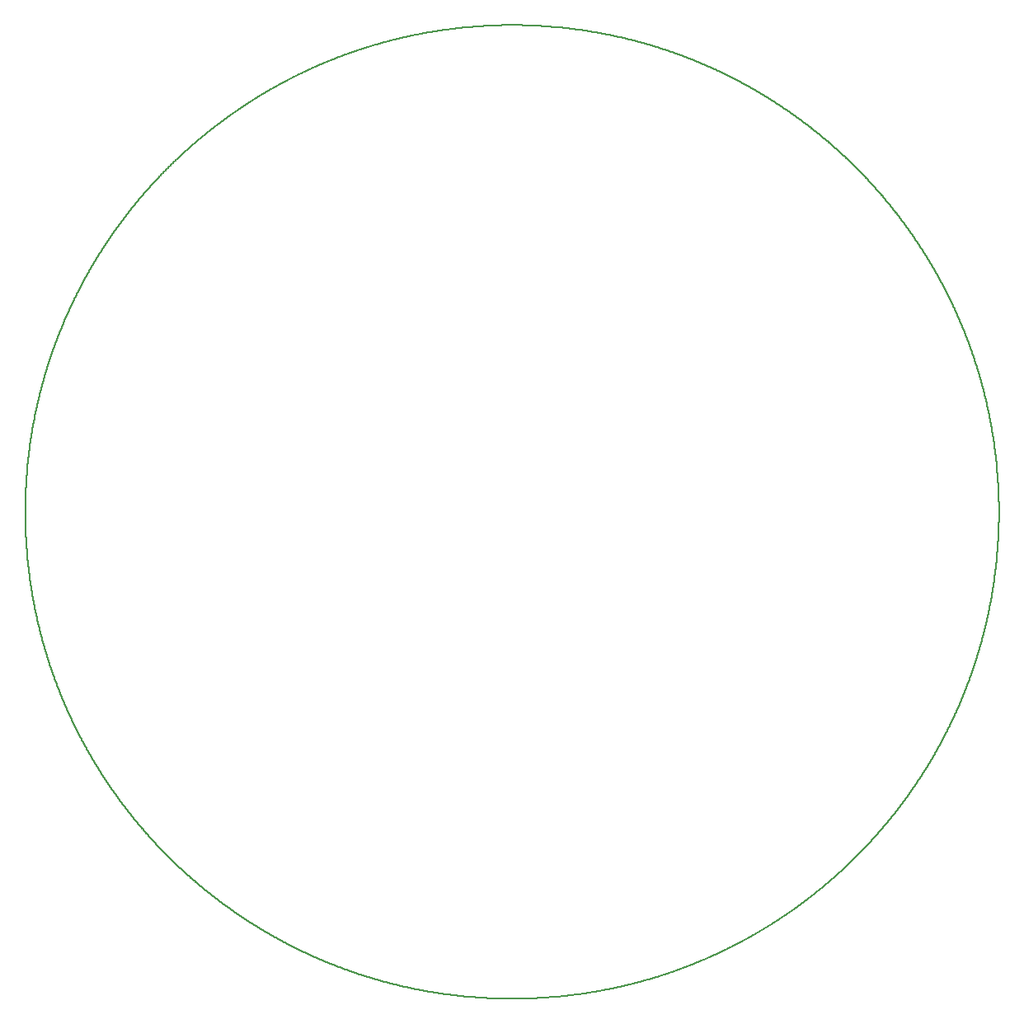
<source format=gm1>
G04 MADE WITH FRITZING*
G04 WWW.FRITZING.ORG*
G04 DOUBLE SIDED*
G04 HOLES PLATED*
G04 CONTOUR ON CENTER OF CONTOUR VECTOR*
%ASAXBY*%
%FSLAX23Y23*%
%MOIN*%
%OFA0B0*%
%SFA1.0B1.0*%
%ADD10C,0.005000*%
%ADD10C,0.008*%
%LNCONTOUR*%
G90*
G70*
G54D10*
G54D10*
X1925Y3937D02*
X1926Y3937D01*
X1927Y3937D01*
X1928Y3937D01*
X1929Y3937D01*
X1930Y3937D01*
X1931Y3937D01*
X1932Y3937D01*
X1933Y3937D01*
X1934Y3937D01*
X1935Y3937D01*
X1936Y3937D01*
X1937Y3937D01*
X1938Y3937D01*
X1939Y3937D01*
X1940Y3937D01*
X1941Y3937D01*
X1942Y3937D01*
X1943Y3937D01*
X1944Y3937D01*
X1945Y3937D01*
X1946Y3937D01*
X1947Y3937D01*
X1948Y3937D01*
X1949Y3937D01*
X1950Y3937D01*
X1951Y3937D01*
X1952Y3937D01*
X1953Y3937D01*
X1954Y3937D01*
X1955Y3937D01*
X1956Y3937D01*
X1957Y3937D01*
X1958Y3937D01*
X1959Y3937D01*
X1960Y3937D01*
X1961Y3937D01*
X1962Y3937D01*
X1963Y3937D01*
X1964Y3937D01*
X1965Y3937D01*
X1966Y3937D01*
X1967Y3937D01*
X1968Y3937D01*
X1969Y3937D01*
X1970Y3937D01*
X1971Y3937D01*
X1972Y3937D01*
X1973Y3937D01*
X1974Y3937D01*
X1975Y3937D01*
X1976Y3937D01*
X1977Y3937D01*
X1978Y3937D01*
X1979Y3937D01*
X1980Y3937D01*
X1981Y3937D01*
X1982Y3937D01*
X1983Y3937D01*
X1984Y3937D01*
X1985Y3937D01*
X1986Y3937D01*
X1987Y3937D01*
X1988Y3937D01*
X1989Y3937D01*
X1990Y3937D01*
X1991Y3937D01*
X1992Y3937D01*
X1993Y3937D01*
X1994Y3937D01*
X1995Y3937D01*
X1996Y3937D01*
X1997Y3937D01*
X1998Y3937D01*
X1999Y3937D01*
X2000Y3937D01*
X2001Y3937D01*
X2002Y3937D01*
X2003Y3937D01*
X2004Y3937D01*
X2005Y3937D01*
X2006Y3937D01*
X2007Y3937D01*
X2008Y3937D01*
X2009Y3937D01*
X2010Y3937D01*
X2011Y3937D01*
X2012Y3936D01*
X2013Y3936D01*
X2014Y3936D01*
X2015Y3936D01*
X2016Y3936D01*
X2017Y3936D01*
X2018Y3936D01*
X2019Y3936D01*
X2020Y3936D01*
X2021Y3936D01*
X2022Y3936D01*
X2023Y3936D01*
X2024Y3936D01*
X2025Y3936D01*
X2026Y3936D01*
X2027Y3936D01*
X2028Y3936D01*
X2029Y3936D01*
X2030Y3936D01*
X2031Y3936D01*
X2032Y3936D01*
X2033Y3936D01*
X2034Y3936D01*
X2035Y3936D01*
X2036Y3936D01*
X2037Y3936D01*
X2038Y3936D01*
X2039Y3936D01*
X2040Y3936D01*
X2041Y3936D01*
X2042Y3936D01*
X2043Y3936D01*
X2044Y3936D01*
X2045Y3936D01*
X2046Y3935D01*
X2047Y3935D01*
X2048Y3935D01*
X2049Y3935D01*
X2050Y3935D01*
X2051Y3935D01*
X2052Y3935D01*
X2053Y3935D01*
X2054Y3935D01*
X2055Y3935D01*
X2056Y3935D01*
X2057Y3935D01*
X2058Y3935D01*
X2059Y3935D01*
X2060Y3935D01*
X2061Y3935D01*
X2062Y3935D01*
X2063Y3935D01*
X2064Y3935D01*
X2065Y3935D01*
X2066Y3935D01*
X2067Y3935D01*
X2068Y3934D01*
X2069Y3934D01*
X2070Y3934D01*
X2071Y3934D01*
X2072Y3934D01*
X2073Y3934D01*
X2074Y3934D01*
X2075Y3934D01*
X2076Y3934D01*
X2077Y3934D01*
X2078Y3934D01*
X2079Y3934D01*
X2080Y3934D01*
X2081Y3934D01*
X2082Y3934D01*
X2083Y3934D01*
X2084Y3934D01*
X2085Y3934D01*
X2086Y3933D01*
X2087Y3933D01*
X2088Y3933D01*
X2089Y3933D01*
X2090Y3933D01*
X2091Y3933D01*
X2092Y3933D01*
X2093Y3933D01*
X2094Y3933D01*
X2095Y3933D01*
X2096Y3933D01*
X2097Y3933D01*
X2098Y3933D01*
X2099Y3933D01*
X2100Y3933D01*
X2101Y3933D01*
X2102Y3932D01*
X2103Y3932D01*
X2104Y3932D01*
X2105Y3932D01*
X2106Y3932D01*
X2107Y3932D01*
X2108Y3932D01*
X2109Y3932D01*
X2110Y3932D01*
X2111Y3932D01*
X2112Y3932D01*
X2113Y3932D01*
X2114Y3932D01*
X2115Y3932D01*
X2116Y3931D01*
X2117Y3931D01*
X2118Y3931D01*
X2119Y3931D01*
X2120Y3931D01*
X2121Y3931D01*
X2122Y3931D01*
X2123Y3931D01*
X2124Y3931D01*
X2125Y3931D01*
X2126Y3931D01*
X2127Y3931D01*
X2128Y3931D01*
X2129Y3930D01*
X2130Y3930D01*
X2131Y3930D01*
X2132Y3930D01*
X2133Y3930D01*
X2134Y3930D01*
X2135Y3930D01*
X2136Y3930D01*
X2137Y3930D01*
X2138Y3930D01*
X2139Y3930D01*
X2140Y3930D01*
X2141Y3929D01*
X2142Y3929D01*
X2143Y3929D01*
X2144Y3929D01*
X2145Y3929D01*
X2146Y3929D01*
X2147Y3929D01*
X2148Y3929D01*
X2149Y3929D01*
X2150Y3929D01*
X2151Y3929D01*
X2152Y3928D01*
X2153Y3928D01*
X2154Y3928D01*
X2155Y3928D01*
X2156Y3928D01*
X2157Y3928D01*
X2158Y3928D01*
X2159Y3928D01*
X2160Y3928D01*
X2161Y3928D01*
X2162Y3928D01*
X2163Y3927D01*
X2164Y3927D01*
X2165Y3927D01*
X2166Y3927D01*
X2167Y3927D01*
X2168Y3927D01*
X2169Y3927D01*
X2170Y3927D01*
X2171Y3927D01*
X2172Y3927D01*
X2173Y3926D01*
X2174Y3926D01*
X2175Y3926D01*
X2176Y3926D01*
X2177Y3926D01*
X2178Y3926D01*
X2179Y3926D01*
X2180Y3926D01*
X2181Y3926D01*
X2182Y3925D01*
X2183Y3925D01*
X2184Y3925D01*
X2185Y3925D01*
X2186Y3925D01*
X2187Y3925D01*
X2188Y3925D01*
X2189Y3925D01*
X2190Y3925D01*
X2191Y3924D01*
X2192Y3924D01*
X2193Y3924D01*
X2194Y3924D01*
X2195Y3924D01*
X2196Y3924D01*
X2197Y3924D01*
X2198Y3924D01*
X2199Y3924D01*
X2200Y3923D01*
X2201Y3923D01*
X2202Y3923D01*
X2203Y3923D01*
X2204Y3923D01*
X2205Y3923D01*
X2206Y3923D01*
X2207Y3923D01*
X2208Y3922D01*
X2209Y3922D01*
X2210Y3922D01*
X2211Y3922D01*
X2212Y3922D01*
X2213Y3922D01*
X2214Y3922D01*
X2215Y3922D01*
X2216Y3921D01*
X2217Y3921D01*
X2218Y3921D01*
X2219Y3921D01*
X2220Y3921D01*
X2221Y3921D01*
X2222Y3921D01*
X2223Y3921D01*
X2224Y3920D01*
X2225Y3920D01*
X2226Y3920D01*
X2227Y3920D01*
X2228Y3920D01*
X2229Y3920D01*
X2230Y3920D01*
X2231Y3920D01*
X2232Y3919D01*
X2233Y3919D01*
X2234Y3919D01*
X2235Y3919D01*
X2236Y3919D01*
X2237Y3919D01*
X2238Y3919D01*
X2239Y3918D01*
X2240Y3918D01*
X2241Y3918D01*
X2242Y3918D01*
X2243Y3918D01*
X2244Y3918D01*
X2245Y3918D01*
X2246Y3917D01*
X2247Y3917D01*
X2248Y3917D01*
X2249Y3917D01*
X2250Y3917D01*
X2251Y3917D01*
X2252Y3917D01*
X2253Y3916D01*
X2254Y3916D01*
X2255Y3916D01*
X2256Y3916D01*
X2257Y3916D01*
X2258Y3916D01*
X2259Y3916D01*
X2260Y3915D01*
X2261Y3915D01*
X2262Y3915D01*
X2263Y3915D01*
X2264Y3915D01*
X2265Y3915D01*
X2266Y3915D01*
X2267Y3914D01*
X2268Y3914D01*
X2269Y3914D01*
X2270Y3914D01*
X2271Y3914D01*
X2272Y3914D01*
X2273Y3913D01*
X2274Y3913D01*
X2275Y3913D01*
X2276Y3913D01*
X2277Y3913D01*
X2278Y3913D01*
X2279Y3913D01*
X2280Y3912D01*
X2281Y3912D01*
X2282Y3912D01*
X2283Y3912D01*
X2284Y3912D01*
X2285Y3912D01*
X2286Y3911D01*
X2287Y3911D01*
X2288Y3911D01*
X2289Y3911D01*
X2290Y3911D01*
X2291Y3911D01*
X2292Y3910D01*
X2293Y3910D01*
X2294Y3910D01*
X2295Y3910D01*
X2296Y3910D01*
X2297Y3910D01*
X2298Y3909D01*
X2299Y3909D01*
X2300Y3909D01*
X2301Y3909D01*
X2302Y3909D01*
X2303Y3909D01*
X2304Y3908D01*
X2305Y3908D01*
X2306Y3908D01*
X2307Y3908D01*
X2308Y3908D01*
X2309Y3908D01*
X2310Y3907D01*
X2311Y3907D01*
X2312Y3907D01*
X2313Y3907D01*
X2314Y3907D01*
X2315Y3906D01*
X2316Y3906D01*
X2317Y3906D01*
X2318Y3906D01*
X2319Y3906D01*
X2320Y3906D01*
X2321Y3905D01*
X2322Y3905D01*
X2323Y3905D01*
X2324Y3905D01*
X2325Y3905D01*
X2326Y3904D01*
X2327Y3904D01*
X2328Y3904D01*
X2329Y3904D01*
X2330Y3904D01*
X2331Y3904D01*
X2332Y3903D01*
X2333Y3903D01*
X2334Y3903D01*
X2335Y3903D01*
X2336Y3903D01*
X2337Y3902D01*
X2338Y3902D01*
X2339Y3902D01*
X2340Y3902D01*
X2341Y3902D01*
X2342Y3901D01*
X2343Y3901D01*
X2344Y3901D01*
X2345Y3901D01*
X2346Y3901D01*
X2347Y3900D01*
X2348Y3900D01*
X2349Y3900D01*
X2350Y3900D01*
X2351Y3900D01*
X2352Y3899D01*
X2353Y3899D01*
X2354Y3899D01*
X2355Y3899D01*
X2356Y3899D01*
X2357Y3899D01*
X2358Y3898D01*
X2359Y3898D01*
X2360Y3898D01*
X2361Y3898D01*
X2362Y3898D01*
X2363Y3897D01*
X2364Y3897D01*
X2365Y3897D01*
X2366Y3897D01*
X2367Y3896D01*
X2368Y3896D01*
X2369Y3896D01*
X2370Y3896D01*
X2371Y3896D01*
X2372Y3895D01*
X2373Y3895D01*
X2374Y3895D01*
X2375Y3895D01*
X2376Y3895D01*
X2377Y3894D01*
X2378Y3894D01*
X2379Y3894D01*
X2380Y3894D01*
X2381Y3894D01*
X2382Y3893D01*
X2383Y3893D01*
X2384Y3893D01*
X2385Y3893D01*
X2386Y3892D01*
X2387Y3892D01*
X2388Y3892D01*
X2389Y3892D01*
X2390Y3892D01*
X2391Y3891D01*
X2392Y3891D01*
X2393Y3891D01*
X2394Y3891D01*
X2395Y3890D01*
X2396Y3890D01*
X2397Y3890D01*
X2398Y3890D01*
X2399Y3890D01*
X2400Y3889D01*
X2401Y3889D01*
X2402Y3889D01*
X2403Y3889D01*
X2404Y3888D01*
X2405Y3888D01*
X2406Y3888D01*
X2407Y3888D01*
X2408Y3888D01*
X2409Y3887D01*
X2410Y3887D01*
X2411Y3887D01*
X2412Y3887D01*
X2413Y3886D01*
X2414Y3886D01*
X2415Y3886D01*
X2416Y3886D01*
X2417Y3885D01*
X2418Y3885D01*
X2419Y3885D01*
X2420Y3885D01*
X2421Y3885D01*
X2422Y3884D01*
X2423Y3884D01*
X2424Y3884D01*
X2425Y3884D01*
X2426Y3883D01*
X2427Y3883D01*
X2428Y3883D01*
X2429Y3883D01*
X2430Y3882D01*
X2431Y3882D01*
X2432Y3882D01*
X2433Y3882D01*
X2434Y3881D01*
X2435Y3881D01*
X2436Y3881D01*
X2437Y3881D01*
X2438Y3880D01*
X2439Y3880D01*
X2440Y3880D01*
X2441Y3880D01*
X2442Y3879D01*
X2443Y3879D01*
X2444Y3879D01*
X2445Y3879D01*
X2446Y3878D01*
X2447Y3878D01*
X2448Y3878D01*
X2449Y3878D01*
X2450Y3877D01*
X2451Y3877D01*
X2452Y3877D01*
X2453Y3877D01*
X2454Y3876D01*
X2455Y3876D01*
X2456Y3876D01*
X2457Y3876D01*
X2458Y3875D01*
X2459Y3875D01*
X2460Y3875D01*
X2461Y3875D01*
X2462Y3874D01*
X2463Y3874D01*
X2464Y3874D01*
X2465Y3874D01*
X2466Y3873D01*
X2467Y3873D01*
X2468Y3873D01*
X2469Y3873D01*
X2470Y3872D01*
X2471Y3872D01*
X2472Y3872D01*
X2473Y3872D01*
X2474Y3871D01*
X2475Y3871D01*
X2476Y3871D01*
X2477Y3870D01*
X2478Y3870D01*
X2479Y3870D01*
X2480Y3870D01*
X2481Y3869D01*
X2482Y3869D01*
X2483Y3869D01*
X2484Y3869D01*
X2485Y3868D01*
X2486Y3868D01*
X2487Y3868D01*
X2488Y3868D01*
X2489Y3867D01*
X2490Y3867D01*
X2491Y3867D01*
X2492Y3866D01*
X2493Y3866D01*
X2494Y3866D01*
X2495Y3866D01*
X2496Y3865D01*
X2497Y3865D01*
X2498Y3865D01*
X2499Y3864D01*
X2500Y3864D01*
X2501Y3864D01*
X2502Y3864D01*
X2503Y3863D01*
X2504Y3863D01*
X2505Y3863D01*
X2506Y3863D01*
X2507Y3862D01*
X2508Y3862D01*
X2509Y3862D01*
X2510Y3861D01*
X2511Y3861D01*
X2512Y3861D01*
X2513Y3860D01*
X2514Y3860D01*
X2515Y3860D01*
X2516Y3860D01*
X2517Y3859D01*
X2518Y3859D01*
X2519Y3859D01*
X2520Y3858D01*
X2521Y3858D01*
X2522Y3858D01*
X2523Y3858D01*
X2524Y3857D01*
X2525Y3857D01*
X2526Y3857D01*
X2527Y3856D01*
X2528Y3856D01*
X2529Y3856D01*
X2530Y3856D01*
X2531Y3855D01*
X2532Y3855D01*
X2533Y3855D01*
X2534Y3854D01*
X2535Y3854D01*
X2536Y3854D01*
X2537Y3853D01*
X2538Y3853D01*
X2539Y3853D01*
X2540Y3853D01*
X2541Y3852D01*
X2542Y3852D01*
X2543Y3852D01*
X2544Y3851D01*
X2545Y3851D01*
X2546Y3851D01*
X2547Y3850D01*
X2548Y3850D01*
X2549Y3850D01*
X2550Y3849D01*
X2551Y3849D01*
X2552Y3849D01*
X2553Y3849D01*
X2554Y3848D01*
X2555Y3848D01*
X2556Y3848D01*
X2557Y3847D01*
X2558Y3847D01*
X2559Y3847D01*
X2560Y3846D01*
X2561Y3846D01*
X2562Y3846D01*
X2563Y3845D01*
X2564Y3845D01*
X2565Y3845D01*
X2566Y3844D01*
X2567Y3844D01*
X2568Y3844D01*
X2569Y3843D01*
X2570Y3843D01*
X2571Y3843D01*
X2572Y3843D01*
X2573Y3842D01*
X2574Y3842D01*
X2575Y3842D01*
X2576Y3841D01*
X2577Y3841D01*
X2578Y3841D01*
X2579Y3840D01*
X2580Y3840D01*
X2581Y3840D01*
X2582Y3839D01*
X2583Y3839D01*
X2584Y3839D01*
X2585Y3838D01*
X2586Y3838D01*
X2587Y3838D01*
X2588Y3837D01*
X2589Y3837D01*
X2590Y3837D01*
X2591Y3836D01*
X2592Y3836D01*
X2593Y3836D01*
X2594Y3835D01*
X2595Y3835D01*
X2596Y3835D01*
X2597Y3834D01*
X2598Y3834D01*
X2599Y3834D01*
X2600Y3833D01*
X2601Y3833D01*
X2602Y3833D01*
X2603Y3832D01*
X2604Y3832D01*
X2605Y3832D01*
X2606Y3831D01*
X2607Y3831D01*
X2608Y3831D01*
X2609Y3830D01*
X2610Y3830D01*
X2611Y3829D01*
X2612Y3829D01*
X2613Y3829D01*
X2614Y3828D01*
X2615Y3828D01*
X2616Y3828D01*
X2617Y3827D01*
X2618Y3827D01*
X2619Y3827D01*
X2620Y3826D01*
X2621Y3826D01*
X2622Y3826D01*
X2623Y3825D01*
X2624Y3825D01*
X2625Y3825D01*
X2626Y3824D01*
X2627Y3824D01*
X2628Y3824D01*
X2629Y3823D01*
X2630Y3823D01*
X2631Y3822D01*
X2632Y3822D01*
X2633Y3822D01*
X2634Y3821D01*
X2635Y3821D01*
X2636Y3821D01*
X2637Y3820D01*
X2638Y3820D01*
X2639Y3820D01*
X2640Y3819D01*
X2641Y3819D01*
X2642Y3818D01*
X2643Y3818D01*
X2644Y3818D01*
X2645Y3817D01*
X2646Y3817D01*
X2647Y3817D01*
X2648Y3816D01*
X2649Y3816D01*
X2650Y3816D01*
X2651Y3815D01*
X2652Y3815D01*
X2653Y3814D01*
X2654Y3814D01*
X2655Y3814D01*
X2656Y3813D01*
X2657Y3813D01*
X2658Y3813D01*
X2659Y3812D01*
X2660Y3812D01*
X2661Y3811D01*
X2662Y3811D01*
X2663Y3811D01*
X2664Y3810D01*
X2665Y3810D01*
X2666Y3810D01*
X2667Y3809D01*
X2668Y3809D01*
X2669Y3808D01*
X2670Y3808D01*
X2671Y3808D01*
X2672Y3807D01*
X2673Y3807D01*
X2674Y3807D01*
X2675Y3806D01*
X2676Y3806D01*
X2677Y3805D01*
X2678Y3805D01*
X2679Y3805D01*
X2680Y3804D01*
X2681Y3804D01*
X2682Y3803D01*
X2683Y3803D01*
X2684Y3803D01*
X2685Y3802D01*
X2686Y3802D01*
X2687Y3801D01*
X2688Y3801D01*
X2689Y3801D01*
X2690Y3800D01*
X2691Y3800D01*
X2692Y3799D01*
X2693Y3799D01*
X2694Y3799D01*
X2695Y3798D01*
X2696Y3798D01*
X2697Y3797D01*
X2698Y3797D01*
X2699Y3797D01*
X2700Y3796D01*
X2701Y3796D01*
X2702Y3795D01*
X2703Y3795D01*
X2704Y3795D01*
X2705Y3794D01*
X2706Y3794D01*
X2707Y3793D01*
X2708Y3793D01*
X2709Y3793D01*
X2710Y3792D01*
X2711Y3792D01*
X2712Y3791D01*
X2713Y3791D01*
X2714Y3791D01*
X2715Y3790D01*
X2716Y3790D01*
X2717Y3789D01*
X2718Y3789D01*
X2719Y3789D01*
X2720Y3788D01*
X2721Y3788D01*
X2722Y3787D01*
X2723Y3787D01*
X2724Y3786D01*
X2725Y3786D01*
X2726Y3786D01*
X2727Y3785D01*
X2728Y3785D01*
X2729Y3784D01*
X2730Y3784D01*
X2731Y3784D01*
X2732Y3783D01*
X2733Y3783D01*
X2734Y3782D01*
X2735Y3782D01*
X2736Y3781D01*
X2737Y3781D01*
X2738Y3781D01*
X2739Y3780D01*
X2740Y3780D01*
X2741Y3779D01*
X2742Y3779D01*
X2743Y3778D01*
X2744Y3778D01*
X2745Y3778D01*
X2746Y3777D01*
X2747Y3777D01*
X2748Y3776D01*
X2749Y3776D01*
X2750Y3775D01*
X2751Y3775D01*
X2752Y3775D01*
X2753Y3774D01*
X2754Y3774D01*
X2755Y3773D01*
X2756Y3773D01*
X2757Y3772D01*
X2758Y3772D01*
X2759Y3772D01*
X2760Y3771D01*
X2761Y3771D01*
X2762Y3770D01*
X2763Y3770D01*
X2764Y3769D01*
X2765Y3769D01*
X2766Y3768D01*
X2767Y3768D01*
X2768Y3768D01*
X2769Y3767D01*
X2770Y3767D01*
X2771Y3766D01*
X2772Y3766D01*
X2773Y3765D01*
X2774Y3765D01*
X2775Y3764D01*
X2776Y3764D01*
X2777Y3764D01*
X2778Y3763D01*
X2779Y3763D01*
X2780Y3762D01*
X2781Y3762D01*
X2782Y3761D01*
X2783Y3761D01*
X2784Y3760D01*
X2785Y3760D01*
X2786Y3759D01*
X2787Y3759D01*
X2788Y3758D01*
X2789Y3758D01*
X2790Y3758D01*
X2791Y3757D01*
X2792Y3757D01*
X2793Y3756D01*
X2794Y3756D01*
X2795Y3755D01*
X2796Y3755D01*
X2797Y3754D01*
X2798Y3754D01*
X2799Y3753D01*
X2800Y3753D01*
X2801Y3752D01*
X2802Y3752D01*
X2803Y3752D01*
X2804Y3751D01*
X2805Y3751D01*
X2806Y3750D01*
X2807Y3750D01*
X2808Y3749D01*
X2809Y3749D01*
X2810Y3748D01*
X2811Y3748D01*
X2812Y3747D01*
X2813Y3747D01*
X2814Y3746D01*
X2815Y3746D01*
X2816Y3745D01*
X2817Y3745D01*
X2818Y3744D01*
X2819Y3744D01*
X2820Y3743D01*
X2821Y3743D01*
X2822Y3743D01*
X2823Y3742D01*
X2824Y3742D01*
X2825Y3741D01*
X2826Y3741D01*
X2827Y3740D01*
X2828Y3740D01*
X2829Y3739D01*
X2830Y3739D01*
X2831Y3738D01*
X2832Y3738D01*
X2833Y3737D01*
X2834Y3737D01*
X2835Y3736D01*
X2836Y3736D01*
X2837Y3735D01*
X2838Y3735D01*
X2839Y3734D01*
X2840Y3734D01*
X2841Y3733D01*
X2842Y3733D01*
X2843Y3732D01*
X2844Y3732D01*
X2845Y3731D01*
X2846Y3731D01*
X2847Y3730D01*
X2848Y3730D01*
X2849Y3729D01*
X2850Y3729D01*
X2851Y3728D01*
X2852Y3728D01*
X2853Y3727D01*
X2854Y3727D01*
X2855Y3726D01*
X2856Y3726D01*
X2857Y3725D01*
X2858Y3725D01*
X2859Y3724D01*
X2860Y3724D01*
X2861Y3723D01*
X2862Y3723D01*
X2863Y3722D01*
X2864Y3722D01*
X2865Y3721D01*
X2866Y3721D01*
X2867Y3720D01*
X2868Y3720D01*
X2869Y3719D01*
X2870Y3719D01*
X2871Y3718D01*
X2872Y3717D01*
X2873Y3717D01*
X2874Y3716D01*
X2875Y3716D01*
X2876Y3715D01*
X2877Y3715D01*
X2878Y3714D01*
X2879Y3714D01*
X2880Y3713D01*
X2881Y3713D01*
X2882Y3712D01*
X2883Y3712D01*
X2884Y3711D01*
X2885Y3711D01*
X2886Y3710D01*
X2887Y3710D01*
X2888Y3709D01*
X2889Y3709D01*
X2890Y3708D01*
X2891Y3708D01*
X2892Y3707D01*
X2893Y3706D01*
X2894Y3706D01*
X2895Y3705D01*
X2896Y3705D01*
X2897Y3704D01*
X2898Y3704D01*
X2899Y3703D01*
X2900Y3703D01*
X2901Y3702D01*
X2902Y3702D01*
X2903Y3701D01*
X2904Y3701D01*
X2905Y3700D01*
X2906Y3700D01*
X2907Y3699D01*
X2908Y3698D01*
X2909Y3698D01*
X2910Y3697D01*
X2911Y3697D01*
X2912Y3696D01*
X2913Y3696D01*
X2914Y3695D01*
X2915Y3695D01*
X2916Y3694D01*
X2917Y3693D01*
X2918Y3693D01*
X2919Y3692D01*
X2920Y3692D01*
X2921Y3691D01*
X2922Y3691D01*
X2923Y3690D01*
X2924Y3690D01*
X2925Y3689D01*
X2926Y3688D01*
X2927Y3688D01*
X2928Y3687D01*
X2929Y3687D01*
X2930Y3686D01*
X2931Y3686D01*
X2932Y3685D01*
X2933Y3685D01*
X2934Y3684D01*
X2935Y3683D01*
X2936Y3683D01*
X2937Y3682D01*
X2938Y3682D01*
X2939Y3681D01*
X2940Y3681D01*
X2941Y3680D01*
X2942Y3679D01*
X2943Y3679D01*
X2944Y3678D01*
X2945Y3678D01*
X2946Y3677D01*
X2947Y3677D01*
X2948Y3676D01*
X2949Y3675D01*
X2950Y3675D01*
X2951Y3674D01*
X2952Y3674D01*
X2953Y3673D01*
X2954Y3673D01*
X2955Y3672D01*
X2956Y3671D01*
X2957Y3671D01*
X2958Y3670D01*
X2959Y3670D01*
X2960Y3669D01*
X2961Y3668D01*
X2962Y3668D01*
X2963Y3667D01*
X2964Y3667D01*
X2965Y3666D01*
X2966Y3666D01*
X2967Y3665D01*
X2968Y3664D01*
X2969Y3664D01*
X2970Y3663D01*
X2971Y3663D01*
X2972Y3662D01*
X2973Y3661D01*
X2974Y3661D01*
X2975Y3660D01*
X2976Y3660D01*
X2977Y3659D01*
X2978Y3658D01*
X2979Y3658D01*
X2980Y3657D01*
X2981Y3657D01*
X2982Y3656D01*
X2983Y3655D01*
X2984Y3655D01*
X2985Y3654D01*
X2986Y3654D01*
X2987Y3653D01*
X2988Y3652D01*
X2989Y3652D01*
X2990Y3651D01*
X2991Y3651D01*
X2992Y3650D01*
X2993Y3649D01*
X2994Y3649D01*
X2995Y3648D01*
X2996Y3647D01*
X2997Y3647D01*
X2998Y3646D01*
X2999Y3646D01*
X3000Y3645D01*
X3001Y3644D01*
X3002Y3644D01*
X3003Y3643D01*
X3004Y3643D01*
X3005Y3642D01*
X3006Y3641D01*
X3007Y3641D01*
X3008Y3640D01*
X3009Y3639D01*
X3010Y3639D01*
X3011Y3638D01*
X3012Y3638D01*
X3013Y3637D01*
X3014Y3636D01*
X3015Y3636D01*
X3016Y3635D01*
X3017Y3634D01*
X3018Y3634D01*
X3019Y3633D01*
X3020Y3633D01*
X3021Y3632D01*
X3022Y3631D01*
X3023Y3631D01*
X3024Y3630D01*
X3025Y3629D01*
X3026Y3629D01*
X3027Y3628D01*
X3028Y3627D01*
X3029Y3627D01*
X3030Y3626D01*
X3031Y3626D01*
X3032Y3625D01*
X3033Y3624D01*
X3034Y3624D01*
X3035Y3623D01*
X3036Y3622D01*
X3037Y3622D01*
X3038Y3621D01*
X3039Y3620D01*
X3040Y3620D01*
X3041Y3619D01*
X3042Y3618D01*
X3043Y3618D01*
X3044Y3617D01*
X3045Y3616D01*
X3046Y3616D01*
X3047Y3615D01*
X3048Y3614D01*
X3049Y3614D01*
X3050Y3613D01*
X3051Y3612D01*
X3052Y3612D01*
X3053Y3611D01*
X3054Y3610D01*
X3055Y3610D01*
X3056Y3609D01*
X3057Y3608D01*
X3058Y3608D01*
X3059Y3607D01*
X3060Y3606D01*
X3061Y3606D01*
X3062Y3605D01*
X3063Y3604D01*
X3064Y3604D01*
X3065Y3603D01*
X3066Y3602D01*
X3067Y3602D01*
X3068Y3601D01*
X3069Y3600D01*
X3070Y3600D01*
X3071Y3599D01*
X3072Y3598D01*
X3073Y3598D01*
X3074Y3597D01*
X3075Y3596D01*
X3076Y3596D01*
X3077Y3595D01*
X3078Y3594D01*
X3079Y3594D01*
X3080Y3593D01*
X3081Y3592D01*
X3082Y3592D01*
X3083Y3591D01*
X3084Y3590D01*
X3085Y3590D01*
X3086Y3589D01*
X3087Y3588D01*
X3088Y3587D01*
X3089Y3587D01*
X3090Y3586D01*
X3091Y3585D01*
X3092Y3585D01*
X3093Y3584D01*
X3094Y3583D01*
X3095Y3583D01*
X3096Y3582D01*
X3097Y3581D01*
X3098Y3580D01*
X3099Y3580D01*
X3100Y3579D01*
X3101Y3578D01*
X3102Y3578D01*
X3103Y3577D01*
X3104Y3576D01*
X3105Y3576D01*
X3106Y3575D01*
X3107Y3574D01*
X3108Y3573D01*
X3109Y3573D01*
X3110Y3572D01*
X3111Y3571D01*
X3112Y3571D01*
X3113Y3570D01*
X3114Y3569D01*
X3115Y3568D01*
X3116Y3568D01*
X3117Y3567D01*
X3118Y3566D01*
X3119Y3566D01*
X3120Y3565D01*
X3121Y3564D01*
X3122Y3563D01*
X3123Y3563D01*
X3124Y3562D01*
X3125Y3561D01*
X3126Y3560D01*
X3127Y3560D01*
X3128Y3559D01*
X3129Y3558D01*
X3130Y3558D01*
X3131Y3557D01*
X3132Y3556D01*
X3133Y3555D01*
X3134Y3555D01*
X3135Y3554D01*
X3136Y3553D01*
X3137Y3552D01*
X3138Y3552D01*
X3139Y3551D01*
X3140Y3550D01*
X3141Y3549D01*
X3142Y3549D01*
X3143Y3548D01*
X3144Y3547D01*
X3145Y3546D01*
X3146Y3546D01*
X3147Y3545D01*
X3148Y3544D01*
X3149Y3543D01*
X3150Y3543D01*
X3151Y3542D01*
X3152Y3541D01*
X3153Y3540D01*
X3154Y3540D01*
X3155Y3539D01*
X3156Y3538D01*
X3157Y3537D01*
X3158Y3537D01*
X3159Y3536D01*
X3160Y3535D01*
X3161Y3534D01*
X3162Y3534D01*
X3163Y3533D01*
X3164Y3532D01*
X3165Y3531D01*
X3166Y3531D01*
X3167Y3530D01*
X3168Y3529D01*
X3169Y3528D01*
X3170Y3527D01*
X3171Y3527D01*
X3172Y3526D01*
X3173Y3525D01*
X3174Y3524D01*
X3175Y3524D01*
X3176Y3523D01*
X3177Y3522D01*
X3178Y3521D01*
X3179Y3520D01*
X3180Y3520D01*
X3181Y3519D01*
X3182Y3518D01*
X3183Y3517D01*
X3184Y3517D01*
X3185Y3516D01*
X3186Y3515D01*
X3187Y3514D01*
X3188Y3513D01*
X3189Y3513D01*
X3190Y3512D01*
X3191Y3511D01*
X3192Y3510D01*
X3193Y3509D01*
X3194Y3509D01*
X3195Y3508D01*
X3196Y3507D01*
X3197Y3506D01*
X3198Y3505D01*
X3199Y3505D01*
X3200Y3504D01*
X3201Y3503D01*
X3202Y3502D01*
X3203Y3501D01*
X3204Y3501D01*
X3205Y3500D01*
X3206Y3499D01*
X3207Y3498D01*
X3208Y3497D01*
X3209Y3497D01*
X3210Y3496D01*
X3211Y3495D01*
X3212Y3494D01*
X3213Y3493D01*
X3214Y3492D01*
X3215Y3492D01*
X3216Y3491D01*
X3217Y3490D01*
X3218Y3489D01*
X3219Y3488D01*
X3220Y3488D01*
X3221Y3487D01*
X3222Y3486D01*
X3223Y3485D01*
X3224Y3484D01*
X3225Y3483D01*
X3226Y3483D01*
X3227Y3482D01*
X3228Y3481D01*
X3229Y3480D01*
X3230Y3479D01*
X3231Y3478D01*
X3232Y3478D01*
X3233Y3477D01*
X3234Y3476D01*
X3235Y3475D01*
X3236Y3474D01*
X3237Y3473D01*
X3238Y3473D01*
X3239Y3472D01*
X3240Y3471D01*
X3241Y3470D01*
X3242Y3469D01*
X3243Y3468D01*
X3244Y3467D01*
X3245Y3467D01*
X3246Y3466D01*
X3247Y3465D01*
X3248Y3464D01*
X3249Y3463D01*
X3250Y3462D01*
X3251Y3461D01*
X3252Y3461D01*
X3253Y3460D01*
X3254Y3459D01*
X3255Y3458D01*
X3256Y3457D01*
X3257Y3456D01*
X3258Y3455D01*
X3259Y3455D01*
X3260Y3454D01*
X3261Y3453D01*
X3262Y3452D01*
X3263Y3451D01*
X3264Y3450D01*
X3265Y3449D01*
X3266Y3448D01*
X3267Y3448D01*
X3268Y3447D01*
X3269Y3446D01*
X3270Y3445D01*
X3271Y3444D01*
X3272Y3443D01*
X3273Y3442D01*
X3274Y3441D01*
X3275Y3440D01*
X3276Y3440D01*
X3277Y3439D01*
X3278Y3438D01*
X3279Y3437D01*
X3280Y3436D01*
X3281Y3435D01*
X3282Y3434D01*
X3283Y3433D01*
X3284Y3432D01*
X3285Y3432D01*
X3286Y3431D01*
X3287Y3430D01*
X3288Y3429D01*
X3289Y3428D01*
X3290Y3427D01*
X3291Y3426D01*
X3292Y3425D01*
X3293Y3424D01*
X3294Y3423D01*
X3295Y3422D01*
X3296Y3422D01*
X3297Y3421D01*
X3298Y3420D01*
X3299Y3419D01*
X3300Y3418D01*
X3301Y3417D01*
X3302Y3416D01*
X3303Y3415D01*
X3304Y3414D01*
X3305Y3413D01*
X3306Y3412D01*
X3307Y3411D01*
X3308Y3411D01*
X3309Y3410D01*
X3310Y3409D01*
X3311Y3408D01*
X3312Y3407D01*
X3313Y3406D01*
X3314Y3405D01*
X3315Y3404D01*
X3316Y3403D01*
X3317Y3402D01*
X3318Y3401D01*
X3319Y3400D01*
X3320Y3399D01*
X3321Y3398D01*
X3322Y3397D01*
X3323Y3396D01*
X3324Y3395D01*
X3325Y3395D01*
X3326Y3394D01*
X3327Y3393D01*
X3328Y3392D01*
X3329Y3391D01*
X3330Y3390D01*
X3331Y3389D01*
X3332Y3388D01*
X3333Y3387D01*
X3334Y3386D01*
X3335Y3385D01*
X3336Y3384D01*
X3337Y3383D01*
X3338Y3382D01*
X3339Y3381D01*
X3340Y3380D01*
X3341Y3379D01*
X3342Y3378D01*
X3343Y3377D01*
X3344Y3376D01*
X3345Y3375D01*
X3346Y3374D01*
X3347Y3373D01*
X3348Y3372D01*
X3349Y3371D01*
X3350Y3370D01*
X3351Y3369D01*
X3352Y3368D01*
X3353Y3367D01*
X3354Y3366D01*
X3355Y3365D01*
X3356Y3364D01*
X3357Y3363D01*
X3358Y3362D01*
X3359Y3361D01*
X3360Y3360D01*
X3361Y3359D01*
X3362Y3358D01*
X3363Y3357D01*
X3364Y3356D01*
X3365Y3355D01*
X3366Y3354D01*
X3367Y3353D01*
X3368Y3352D01*
X3369Y3351D01*
X3370Y3350D01*
X3371Y3349D01*
X3372Y3348D01*
X3373Y3347D01*
X3374Y3346D01*
X3375Y3345D01*
X3376Y3344D01*
X3377Y3343D01*
X3378Y3342D01*
X3379Y3341D01*
X3380Y3340D01*
X3381Y3339D01*
X3382Y3338D01*
X3383Y3337D01*
X3384Y3336D01*
X3385Y3335D01*
X3386Y3334D01*
X3387Y3333D01*
X3388Y3332D01*
X3389Y3331D01*
X3390Y3330D01*
X3391Y3329D01*
X3392Y3328D01*
X3393Y3327D01*
X3394Y3326D01*
X3394Y3325D01*
X3395Y3324D01*
X3396Y3323D01*
X3397Y3322D01*
X3398Y3321D01*
X3399Y3320D01*
X3400Y3319D01*
X3401Y3318D01*
X3402Y3317D01*
X3403Y3316D01*
X3404Y3315D01*
X3405Y3314D01*
X3406Y3313D01*
X3407Y3312D01*
X3408Y3311D01*
X3409Y3310D01*
X3410Y3309D01*
X3410Y3308D01*
X3411Y3307D01*
X3412Y3306D01*
X3413Y3305D01*
X3414Y3304D01*
X3415Y3303D01*
X3416Y3302D01*
X3417Y3301D01*
X3418Y3300D01*
X3419Y3299D01*
X3420Y3298D01*
X3421Y3297D01*
X3421Y3296D01*
X3422Y3295D01*
X3423Y3294D01*
X3424Y3293D01*
X3425Y3292D01*
X3426Y3291D01*
X3427Y3290D01*
X3428Y3289D01*
X3429Y3288D01*
X3430Y3287D01*
X3431Y3286D01*
X3431Y3285D01*
X3432Y3284D01*
X3433Y3283D01*
X3434Y3282D01*
X3435Y3281D01*
X3436Y3280D01*
X3437Y3279D01*
X3438Y3278D01*
X3439Y3277D01*
X3439Y3276D01*
X3440Y3275D01*
X3441Y3274D01*
X3442Y3273D01*
X3443Y3272D01*
X3444Y3271D01*
X3445Y3270D01*
X3446Y3269D01*
X3447Y3268D01*
X3447Y3267D01*
X3448Y3266D01*
X3449Y3265D01*
X3450Y3264D01*
X3451Y3263D01*
X3452Y3262D01*
X3453Y3261D01*
X3454Y3260D01*
X3454Y3259D01*
X3455Y3258D01*
X3456Y3257D01*
X3457Y3256D01*
X3458Y3255D01*
X3459Y3254D01*
X3460Y3253D01*
X3460Y3252D01*
X3461Y3251D01*
X3462Y3250D01*
X3463Y3249D01*
X3464Y3248D01*
X3465Y3247D01*
X3466Y3246D01*
X3466Y3245D01*
X3467Y3244D01*
X3468Y3243D01*
X3469Y3242D01*
X3470Y3241D01*
X3471Y3240D01*
X3472Y3239D01*
X3472Y3238D01*
X3473Y3237D01*
X3474Y3236D01*
X3475Y3235D01*
X3476Y3234D01*
X3477Y3233D01*
X3477Y3232D01*
X3478Y3231D01*
X3479Y3230D01*
X3480Y3229D01*
X3481Y3228D01*
X3482Y3227D01*
X3482Y3226D01*
X3483Y3225D01*
X3484Y3224D01*
X3485Y3223D01*
X3486Y3222D01*
X3487Y3221D01*
X3487Y3220D01*
X3488Y3219D01*
X3489Y3218D01*
X3490Y3217D01*
X3491Y3216D01*
X3491Y3215D01*
X3492Y3214D01*
X3493Y3213D01*
X3494Y3212D01*
X3495Y3211D01*
X3496Y3210D01*
X3496Y3209D01*
X3497Y3208D01*
X3498Y3207D01*
X3499Y3206D01*
X3500Y3205D01*
X3500Y3204D01*
X3501Y3203D01*
X3502Y3202D01*
X3503Y3201D01*
X3504Y3200D01*
X3504Y3199D01*
X3505Y3198D01*
X3506Y3197D01*
X3507Y3196D01*
X3508Y3195D01*
X3508Y3194D01*
X3509Y3193D01*
X3510Y3192D01*
X3511Y3191D01*
X3512Y3190D01*
X3512Y3189D01*
X3513Y3188D01*
X3514Y3187D01*
X3515Y3186D01*
X3516Y3185D01*
X3516Y3184D01*
X3517Y3183D01*
X3518Y3182D01*
X3519Y3181D01*
X3519Y3180D01*
X3520Y3179D01*
X3521Y3178D01*
X3522Y3177D01*
X3523Y3176D01*
X3523Y3175D01*
X3524Y3174D01*
X3525Y3173D01*
X3526Y3172D01*
X3526Y3171D01*
X3527Y3170D01*
X3528Y3169D01*
X3529Y3168D01*
X3530Y3167D01*
X3530Y3166D01*
X3531Y3165D01*
X3532Y3164D01*
X3533Y3163D01*
X3533Y3162D01*
X3534Y3161D01*
X3535Y3160D01*
X3536Y3159D01*
X3536Y3158D01*
X3537Y3157D01*
X3538Y3156D01*
X3539Y3155D01*
X3539Y3154D01*
X3540Y3153D01*
X3541Y3152D01*
X3542Y3151D01*
X3542Y3150D01*
X3543Y3149D01*
X3544Y3148D01*
X3545Y3147D01*
X3545Y3146D01*
X3546Y3145D01*
X3547Y3144D01*
X3548Y3143D01*
X3548Y3142D01*
X3549Y3141D01*
X3550Y3140D01*
X3551Y3139D01*
X3551Y3138D01*
X3552Y3137D01*
X3553Y3136D01*
X3554Y3135D01*
X3554Y3134D01*
X3555Y3133D01*
X3556Y3132D01*
X3557Y3131D01*
X3557Y3130D01*
X3558Y3129D01*
X3559Y3128D01*
X3559Y3127D01*
X3560Y3126D01*
X3561Y3125D01*
X3562Y3124D01*
X3562Y3123D01*
X3563Y3122D01*
X3564Y3121D01*
X3565Y3120D01*
X3565Y3119D01*
X3566Y3118D01*
X3567Y3117D01*
X3567Y3116D01*
X3568Y3115D01*
X3569Y3114D01*
X3570Y3113D01*
X3570Y3112D01*
X3571Y3111D01*
X3572Y3110D01*
X3572Y3109D01*
X3573Y3108D01*
X3574Y3107D01*
X3575Y3106D01*
X3575Y3105D01*
X3576Y3104D01*
X3577Y3103D01*
X3577Y3102D01*
X3578Y3101D01*
X3579Y3100D01*
X3579Y3099D01*
X3580Y3098D01*
X3581Y3097D01*
X3582Y3096D01*
X3582Y3095D01*
X3583Y3094D01*
X3584Y3093D01*
X3584Y3092D01*
X3585Y3091D01*
X3586Y3090D01*
X3586Y3089D01*
X3587Y3088D01*
X3588Y3087D01*
X3589Y3086D01*
X3589Y3085D01*
X3590Y3084D01*
X3591Y3083D01*
X3591Y3082D01*
X3592Y3081D01*
X3593Y3080D01*
X3593Y3079D01*
X3594Y3078D01*
X3595Y3077D01*
X3595Y3076D01*
X3596Y3075D01*
X3597Y3074D01*
X3597Y3073D01*
X3598Y3072D01*
X3599Y3071D01*
X3599Y3070D01*
X3600Y3069D01*
X3601Y3068D01*
X3601Y3067D01*
X3602Y3066D01*
X3603Y3065D01*
X3603Y3064D01*
X3604Y3063D01*
X3605Y3062D01*
X3605Y3061D01*
X3606Y3060D01*
X3607Y3059D01*
X3607Y3058D01*
X3608Y3057D01*
X3609Y3056D01*
X3609Y3055D01*
X3610Y3054D01*
X3611Y3053D01*
X3611Y3052D01*
X3612Y3051D01*
X3613Y3050D01*
X3613Y3049D01*
X3614Y3048D01*
X3615Y3047D01*
X3615Y3046D01*
X3616Y3045D01*
X3617Y3044D01*
X3617Y3043D01*
X3618Y3042D01*
X3619Y3041D01*
X3619Y3040D01*
X3620Y3039D01*
X3621Y3038D01*
X3621Y3037D01*
X3622Y3036D01*
X3623Y3035D01*
X3623Y3034D01*
X3624Y3033D01*
X3625Y3032D01*
X3625Y3031D01*
X3626Y3030D01*
X3626Y3029D01*
X3627Y3028D01*
X3628Y3027D01*
X3628Y3026D01*
X3629Y3025D01*
X3630Y3024D01*
X3630Y3023D01*
X3631Y3022D01*
X3632Y3021D01*
X3632Y3020D01*
X3633Y3019D01*
X3633Y3018D01*
X3634Y3017D01*
X3635Y3016D01*
X3635Y3015D01*
X3636Y3014D01*
X3637Y3013D01*
X3637Y3012D01*
X3638Y3011D01*
X3638Y3010D01*
X3639Y3009D01*
X3640Y3008D01*
X3640Y3007D01*
X3641Y3006D01*
X3642Y3005D01*
X3642Y3004D01*
X3643Y3003D01*
X3643Y3002D01*
X3644Y3001D01*
X3645Y3000D01*
X3645Y2999D01*
X3646Y2998D01*
X3646Y2997D01*
X3647Y2996D01*
X3648Y2995D01*
X3648Y2994D01*
X3649Y2993D01*
X3650Y2992D01*
X3650Y2991D01*
X3651Y2990D01*
X3651Y2989D01*
X3652Y2988D01*
X3653Y2987D01*
X3653Y2986D01*
X3654Y2985D01*
X3654Y2984D01*
X3655Y2983D01*
X3656Y2982D01*
X3656Y2981D01*
X3657Y2980D01*
X3657Y2979D01*
X3658Y2978D01*
X3659Y2977D01*
X3659Y2976D01*
X3660Y2975D01*
X3660Y2974D01*
X3661Y2973D01*
X3662Y2972D01*
X3662Y2971D01*
X3663Y2970D01*
X3663Y2969D01*
X3664Y2968D01*
X3665Y2967D01*
X3665Y2966D01*
X3666Y2965D01*
X3666Y2964D01*
X3667Y2963D01*
X3667Y2962D01*
X3668Y2961D01*
X3669Y2960D01*
X3669Y2959D01*
X3670Y2958D01*
X3670Y2957D01*
X3671Y2956D01*
X3672Y2955D01*
X3672Y2954D01*
X3673Y2953D01*
X3673Y2952D01*
X3674Y2951D01*
X3674Y2950D01*
X3675Y2949D01*
X3676Y2948D01*
X3676Y2947D01*
X3677Y2946D01*
X3677Y2945D01*
X3678Y2944D01*
X3678Y2943D01*
X3679Y2942D01*
X3680Y2941D01*
X3680Y2940D01*
X3681Y2939D01*
X3681Y2938D01*
X3682Y2937D01*
X3682Y2936D01*
X3683Y2935D01*
X3684Y2934D01*
X3684Y2933D01*
X3685Y2932D01*
X3685Y2931D01*
X3686Y2930D01*
X3686Y2929D01*
X3687Y2928D01*
X3687Y2927D01*
X3688Y2926D01*
X3689Y2925D01*
X3689Y2924D01*
X3690Y2923D01*
X3690Y2922D01*
X3691Y2921D01*
X3691Y2920D01*
X3692Y2919D01*
X3692Y2918D01*
X3693Y2917D01*
X3694Y2916D01*
X3694Y2915D01*
X3695Y2914D01*
X3695Y2913D01*
X3696Y2912D01*
X3696Y2911D01*
X3697Y2910D01*
X3697Y2909D01*
X3698Y2908D01*
X3698Y2907D01*
X3699Y2906D01*
X3700Y2905D01*
X3700Y2904D01*
X3701Y2903D01*
X3701Y2902D01*
X3702Y2901D01*
X3702Y2900D01*
X3703Y2899D01*
X3703Y2898D01*
X3704Y2897D01*
X3704Y2896D01*
X3705Y2895D01*
X3705Y2894D01*
X3706Y2893D01*
X3707Y2892D01*
X3707Y2891D01*
X3708Y2890D01*
X3708Y2889D01*
X3709Y2888D01*
X3709Y2887D01*
X3710Y2886D01*
X3710Y2885D01*
X3711Y2884D01*
X3711Y2883D01*
X3712Y2882D01*
X3712Y2881D01*
X3713Y2880D01*
X3713Y2879D01*
X3714Y2878D01*
X3714Y2877D01*
X3715Y2876D01*
X3715Y2875D01*
X3716Y2874D01*
X3716Y2873D01*
X3717Y2872D01*
X3718Y2871D01*
X3718Y2870D01*
X3719Y2869D01*
X3719Y2868D01*
X3720Y2867D01*
X3720Y2866D01*
X3721Y2865D01*
X3721Y2864D01*
X3722Y2863D01*
X3722Y2862D01*
X3723Y2861D01*
X3723Y2860D01*
X3724Y2859D01*
X3724Y2858D01*
X3725Y2857D01*
X3725Y2856D01*
X3726Y2855D01*
X3726Y2854D01*
X3727Y2853D01*
X3727Y2852D01*
X3728Y2851D01*
X3728Y2850D01*
X3729Y2849D01*
X3729Y2848D01*
X3730Y2847D01*
X3730Y2846D01*
X3731Y2845D01*
X3731Y2844D01*
X3732Y2843D01*
X3732Y2842D01*
X3733Y2841D01*
X3733Y2840D01*
X3734Y2839D01*
X3734Y2838D01*
X3735Y2837D01*
X3735Y2836D01*
X3736Y2835D01*
X3736Y2834D01*
X3737Y2833D01*
X3737Y2832D01*
X3738Y2831D01*
X3738Y2830D01*
X3739Y2829D01*
X3739Y2828D01*
X3740Y2827D01*
X3740Y2826D01*
X3741Y2825D01*
X3741Y2824D01*
X3742Y2823D01*
X3742Y2821D01*
X3743Y2820D01*
X3743Y2819D01*
X3744Y2818D01*
X3744Y2817D01*
X3745Y2816D01*
X3745Y2815D01*
X3746Y2814D01*
X3746Y2813D01*
X3747Y2812D01*
X3747Y2811D01*
X3748Y2810D01*
X3748Y2809D01*
X3749Y2808D01*
X3749Y2807D01*
X3750Y2806D01*
X3750Y2805D01*
X3751Y2804D01*
X3751Y2802D01*
X3752Y2801D01*
X3752Y2800D01*
X3753Y2799D01*
X3753Y2798D01*
X3754Y2797D01*
X3754Y2796D01*
X3755Y2795D01*
X3755Y2794D01*
X3756Y2793D01*
X3756Y2792D01*
X3757Y2791D01*
X3757Y2789D01*
X3758Y2788D01*
X3758Y2787D01*
X3759Y2786D01*
X3759Y2785D01*
X3760Y2784D01*
X3760Y2783D01*
X3761Y2782D01*
X3761Y2781D01*
X3762Y2780D01*
X3762Y2779D01*
X3763Y2778D01*
X3763Y2776D01*
X3764Y2775D01*
X3764Y2774D01*
X3765Y2773D01*
X3765Y2772D01*
X3766Y2771D01*
X3766Y2770D01*
X3767Y2769D01*
X3767Y2767D01*
X3768Y2766D01*
X3768Y2765D01*
X3769Y2764D01*
X3769Y2763D01*
X3770Y2762D01*
X3770Y2761D01*
X3771Y2760D01*
X3771Y2758D01*
X3772Y2757D01*
X3772Y2756D01*
X3773Y2755D01*
X3773Y2754D01*
X3774Y2753D01*
X3774Y2751D01*
X3775Y2750D01*
X3775Y2749D01*
X3776Y2748D01*
X3776Y2747D01*
X3777Y2746D01*
X3777Y2744D01*
X3778Y2743D01*
X3778Y2742D01*
X3779Y2741D01*
X3779Y2740D01*
X3780Y2739D01*
X3780Y2737D01*
X3781Y2736D01*
X3781Y2735D01*
X3782Y2734D01*
X3782Y2733D01*
X3783Y2732D01*
X3783Y2730D01*
X3784Y2729D01*
X3784Y2728D01*
X3785Y2727D01*
X3785Y2725D01*
X3786Y2724D01*
X3786Y2723D01*
X3787Y2722D01*
X3787Y2721D01*
X3788Y2720D01*
X3788Y2718D01*
X3789Y2717D01*
X3789Y2716D01*
X3790Y2715D01*
X3790Y2713D01*
X3791Y2712D01*
X3791Y2711D01*
X3792Y2710D01*
X3792Y2708D01*
X3793Y2707D01*
X3793Y2706D01*
X3794Y2705D01*
X3794Y2703D01*
X3795Y2702D01*
X3795Y2701D01*
X3796Y2700D01*
X3796Y2698D01*
X3797Y2697D01*
X3797Y2696D01*
X3798Y2695D01*
X3798Y2693D01*
X3799Y2692D01*
X3799Y2691D01*
X3800Y2690D01*
X3800Y2688D01*
X3801Y2687D01*
X3801Y2686D01*
X3802Y2685D01*
X3802Y2683D01*
X3803Y2682D01*
X3803Y2681D01*
X3804Y2680D01*
X3804Y2678D01*
X3805Y2677D01*
X3805Y2675D01*
X3806Y2674D01*
X3806Y2673D01*
X3807Y2672D01*
X3807Y2670D01*
X3808Y2669D01*
X3808Y2668D01*
X3809Y2667D01*
X3809Y2665D01*
X3810Y2664D01*
X3810Y2662D01*
X3811Y2661D01*
X3811Y2660D01*
X3812Y2659D01*
X3812Y2657D01*
X3813Y2656D01*
X3813Y2654D01*
X3814Y2653D01*
X3814Y2652D01*
X3815Y2651D01*
X3815Y2649D01*
X3816Y2648D01*
X3816Y2646D01*
X3817Y2645D01*
X3817Y2643D01*
X3818Y2642D01*
X3818Y2641D01*
X3819Y2640D01*
X3819Y2638D01*
X3820Y2637D01*
X3820Y2635D01*
X3821Y2634D01*
X3821Y2632D01*
X3822Y2631D01*
X3822Y2630D01*
X3823Y2629D01*
X3823Y2627D01*
X3824Y2626D01*
X3824Y2624D01*
X3825Y2623D01*
X3825Y2621D01*
X3826Y2620D01*
X3826Y2618D01*
X3827Y2617D01*
X3827Y2615D01*
X3828Y2614D01*
X3828Y2612D01*
X3829Y2611D01*
X3829Y2610D01*
X3830Y2609D01*
X3830Y2607D01*
X3831Y2606D01*
X3831Y2604D01*
X3832Y2603D01*
X3832Y2601D01*
X3833Y2600D01*
X3833Y2598D01*
X3834Y2597D01*
X3834Y2595D01*
X3835Y2594D01*
X3835Y2592D01*
X3836Y2591D01*
X3836Y2589D01*
X3837Y2588D01*
X3837Y2586D01*
X3838Y2585D01*
X3838Y2583D01*
X3839Y2582D01*
X3839Y2580D01*
X3840Y2579D01*
X3840Y2577D01*
X3841Y2576D01*
X3841Y2574D01*
X3842Y2573D01*
X3842Y2570D01*
X3843Y2569D01*
X3843Y2567D01*
X3844Y2566D01*
X3844Y2564D01*
X3845Y2563D01*
X3845Y2561D01*
X3846Y2560D01*
X3846Y2558D01*
X3847Y2557D01*
X3847Y2555D01*
X3848Y2554D01*
X3848Y2551D01*
X3849Y2550D01*
X3849Y2548D01*
X3850Y2547D01*
X3850Y2545D01*
X3851Y2544D01*
X3851Y2541D01*
X3852Y2540D01*
X3852Y2538D01*
X3853Y2537D01*
X3853Y2535D01*
X3854Y2534D01*
X3854Y2532D01*
X3855Y2531D01*
X3855Y2528D01*
X3856Y2527D01*
X3856Y2525D01*
X3857Y2524D01*
X3857Y2521D01*
X3858Y2520D01*
X3858Y2518D01*
X3859Y2517D01*
X3859Y2514D01*
X3860Y2513D01*
X3860Y2511D01*
X3861Y2510D01*
X3861Y2508D01*
X3862Y2507D01*
X3862Y2504D01*
X3863Y2503D01*
X3863Y2500D01*
X3864Y2499D01*
X3864Y2497D01*
X3865Y2496D01*
X3865Y2493D01*
X3866Y2492D01*
X3866Y2489D01*
X3867Y2488D01*
X3867Y2486D01*
X3868Y2485D01*
X3868Y2482D01*
X3869Y2481D01*
X3869Y2478D01*
X3870Y2477D01*
X3870Y2475D01*
X3871Y2474D01*
X3871Y2471D01*
X3872Y2470D01*
X3872Y2467D01*
X3873Y2466D01*
X3873Y2463D01*
X3874Y2462D01*
X3874Y2459D01*
X3875Y2458D01*
X3875Y2455D01*
X3876Y2454D01*
X3876Y2451D01*
X3877Y2450D01*
X3877Y2447D01*
X3878Y2446D01*
X3878Y2443D01*
X3879Y2442D01*
X3879Y2439D01*
X3880Y2438D01*
X3880Y2435D01*
X3881Y2434D01*
X3881Y2431D01*
X3882Y2430D01*
X3882Y2427D01*
X3883Y2426D01*
X3883Y2423D01*
X3884Y2422D01*
X3884Y2418D01*
X3885Y2417D01*
X3885Y2414D01*
X3886Y2413D01*
X3886Y2410D01*
X3887Y2409D01*
X3887Y2405D01*
X3888Y2404D01*
X3888Y2401D01*
X3889Y2400D01*
X3889Y2396D01*
X3890Y2395D01*
X3890Y2392D01*
X3891Y2391D01*
X3891Y2387D01*
X3892Y2386D01*
X3892Y2383D01*
X3893Y2382D01*
X3893Y2378D01*
X3894Y2377D01*
X3894Y2373D01*
X3895Y2372D01*
X3895Y2368D01*
X3896Y2367D01*
X3896Y2363D01*
X3897Y2362D01*
X3897Y2358D01*
X3898Y2357D01*
X3898Y2353D01*
X3899Y2352D01*
X3899Y2348D01*
X3900Y2347D01*
X3900Y2343D01*
X3901Y2342D01*
X3901Y2338D01*
X3902Y2337D01*
X3902Y2333D01*
X3903Y2332D01*
X3903Y2327D01*
X3904Y2326D01*
X3904Y2322D01*
X3905Y2321D01*
X3905Y2316D01*
X3906Y2315D01*
X3906Y2310D01*
X3907Y2309D01*
X3907Y2305D01*
X3908Y2304D01*
X3908Y2299D01*
X3909Y2298D01*
X3909Y2293D01*
X3910Y2292D01*
X3910Y2287D01*
X3911Y2286D01*
X3911Y2280D01*
X3912Y2279D01*
X3912Y2274D01*
X3913Y2273D01*
X3913Y2268D01*
X3914Y2267D01*
X3914Y2261D01*
X3915Y2260D01*
X3915Y2254D01*
X3916Y2253D01*
X3916Y2247D01*
X3917Y2246D01*
X3917Y2240D01*
X3918Y2239D01*
X3918Y2233D01*
X3919Y2232D01*
X3919Y2225D01*
X3920Y2224D01*
X3920Y2217D01*
X3921Y2216D01*
X3921Y2209D01*
X3922Y2208D01*
X3922Y2201D01*
X3923Y2200D01*
X3923Y2192D01*
X3924Y2191D01*
X3924Y2183D01*
X3925Y2182D01*
X3925Y2174D01*
X3926Y2173D01*
X3926Y2164D01*
X3927Y2163D01*
X3927Y2153D01*
X3928Y2152D01*
X3928Y2142D01*
X3929Y2141D01*
X3929Y2130D01*
X3930Y2129D01*
X3930Y2117D01*
X3931Y2116D01*
X3931Y2103D01*
X3932Y2102D01*
X3932Y2087D01*
X3933Y2086D01*
X3933Y2069D01*
X3934Y2068D01*
X3934Y2047D01*
X3935Y2046D01*
X3935Y2012D01*
X3936Y2011D01*
X3936Y1927D01*
X3935Y1926D01*
X3935Y1892D01*
X3934Y1891D01*
X3934Y1870D01*
X3933Y1869D01*
X3933Y1852D01*
X3932Y1851D01*
X3932Y1836D01*
X3931Y1835D01*
X3931Y1822D01*
X3930Y1821D01*
X3930Y1809D01*
X3929Y1808D01*
X3929Y1797D01*
X3928Y1796D01*
X3928Y1786D01*
X3927Y1785D01*
X3927Y1775D01*
X3926Y1774D01*
X3926Y1765D01*
X3925Y1764D01*
X3925Y1756D01*
X3924Y1755D01*
X3924Y1747D01*
X3923Y1746D01*
X3923Y1738D01*
X3922Y1737D01*
X3922Y1730D01*
X3921Y1729D01*
X3921Y1722D01*
X3920Y1721D01*
X3920Y1714D01*
X3919Y1713D01*
X3919Y1706D01*
X3918Y1705D01*
X3918Y1699D01*
X3917Y1698D01*
X3917Y1692D01*
X3916Y1691D01*
X3916Y1685D01*
X3915Y1684D01*
X3915Y1678D01*
X3914Y1677D01*
X3914Y1671D01*
X3913Y1670D01*
X3913Y1665D01*
X3912Y1664D01*
X3912Y1659D01*
X3911Y1658D01*
X3911Y1652D01*
X3910Y1651D01*
X3910Y1646D01*
X3909Y1645D01*
X3909Y1640D01*
X3908Y1639D01*
X3908Y1634D01*
X3907Y1633D01*
X3907Y1629D01*
X3906Y1628D01*
X3906Y1623D01*
X3905Y1622D01*
X3905Y1617D01*
X3904Y1616D01*
X3904Y1612D01*
X3903Y1611D01*
X3903Y1606D01*
X3902Y1605D01*
X3902Y1601D01*
X3901Y1600D01*
X3901Y1596D01*
X3900Y1595D01*
X3900Y1591D01*
X3899Y1590D01*
X3899Y1586D01*
X3898Y1585D01*
X3898Y1581D01*
X3897Y1580D01*
X3897Y1576D01*
X3896Y1575D01*
X3896Y1571D01*
X3895Y1570D01*
X3895Y1566D01*
X3894Y1565D01*
X3894Y1561D01*
X3893Y1560D01*
X3893Y1556D01*
X3892Y1555D01*
X3892Y1552D01*
X3891Y1551D01*
X3891Y1547D01*
X3890Y1546D01*
X3890Y1543D01*
X3889Y1542D01*
X3889Y1538D01*
X3888Y1537D01*
X3888Y1534D01*
X3887Y1533D01*
X3887Y1529D01*
X3886Y1528D01*
X3886Y1525D01*
X3885Y1524D01*
X3885Y1521D01*
X3884Y1520D01*
X3884Y1516D01*
X3883Y1515D01*
X3883Y1512D01*
X3882Y1511D01*
X3882Y1508D01*
X3881Y1507D01*
X3881Y1504D01*
X3880Y1503D01*
X3880Y1500D01*
X3879Y1499D01*
X3879Y1496D01*
X3878Y1495D01*
X3878Y1492D01*
X3877Y1491D01*
X3877Y1488D01*
X3876Y1487D01*
X3876Y1484D01*
X3875Y1483D01*
X3875Y1480D01*
X3874Y1479D01*
X3874Y1476D01*
X3873Y1475D01*
X3873Y1472D01*
X3872Y1471D01*
X3872Y1468D01*
X3871Y1467D01*
X3871Y1464D01*
X3870Y1463D01*
X3870Y1461D01*
X3869Y1460D01*
X3869Y1457D01*
X3868Y1456D01*
X3868Y1453D01*
X3867Y1452D01*
X3867Y1450D01*
X3866Y1449D01*
X3866Y1446D01*
X3865Y1445D01*
X3865Y1442D01*
X3864Y1441D01*
X3864Y1439D01*
X3863Y1438D01*
X3863Y1435D01*
X3862Y1434D01*
X3862Y1432D01*
X3861Y1431D01*
X3861Y1428D01*
X3860Y1427D01*
X3860Y1425D01*
X3859Y1424D01*
X3859Y1421D01*
X3858Y1420D01*
X3858Y1418D01*
X3857Y1417D01*
X3857Y1414D01*
X3856Y1413D01*
X3856Y1411D01*
X3855Y1410D01*
X3855Y1407D01*
X3854Y1406D01*
X3854Y1404D01*
X3853Y1403D01*
X3853Y1401D01*
X3852Y1400D01*
X3852Y1398D01*
X3851Y1397D01*
X3851Y1394D01*
X3850Y1393D01*
X3850Y1391D01*
X3849Y1390D01*
X3849Y1388D01*
X3848Y1387D01*
X3848Y1384D01*
X3847Y1383D01*
X3847Y1381D01*
X3846Y1380D01*
X3846Y1378D01*
X3845Y1377D01*
X3845Y1375D01*
X3844Y1374D01*
X3844Y1372D01*
X3843Y1371D01*
X3843Y1369D01*
X3842Y1368D01*
X3842Y1366D01*
X3841Y1365D01*
X3841Y1362D01*
X3840Y1361D01*
X3840Y1359D01*
X3839Y1358D01*
X3839Y1356D01*
X3838Y1355D01*
X3838Y1353D01*
X3837Y1352D01*
X3837Y1350D01*
X3836Y1349D01*
X3836Y1347D01*
X3835Y1346D01*
X3835Y1344D01*
X3834Y1343D01*
X3834Y1341D01*
X3833Y1340D01*
X3833Y1338D01*
X3832Y1337D01*
X3832Y1335D01*
X3831Y1334D01*
X3831Y1332D01*
X3830Y1331D01*
X3830Y1330D01*
X3829Y1329D01*
X3829Y1327D01*
X3828Y1326D01*
X3828Y1324D01*
X3827Y1323D01*
X3827Y1321D01*
X3826Y1320D01*
X3826Y1318D01*
X3825Y1317D01*
X3825Y1315D01*
X3824Y1314D01*
X3824Y1312D01*
X3823Y1311D01*
X3823Y1309D01*
X3822Y1308D01*
X3822Y1307D01*
X3821Y1306D01*
X3821Y1304D01*
X3820Y1303D01*
X3820Y1301D01*
X3819Y1300D01*
X3819Y1298D01*
X3818Y1297D01*
X3818Y1296D01*
X3817Y1295D01*
X3817Y1293D01*
X3816Y1292D01*
X3816Y1290D01*
X3815Y1289D01*
X3815Y1287D01*
X3814Y1286D01*
X3814Y1285D01*
X3813Y1284D01*
X3813Y1282D01*
X3812Y1281D01*
X3812Y1279D01*
X3811Y1278D01*
X3811Y1277D01*
X3810Y1276D01*
X3810Y1274D01*
X3809Y1273D01*
X3809Y1271D01*
X3808Y1270D01*
X3808Y1269D01*
X3807Y1268D01*
X3807Y1266D01*
X3806Y1265D01*
X3806Y1264D01*
X3805Y1263D01*
X3805Y1261D01*
X3804Y1260D01*
X3804Y1258D01*
X3803Y1257D01*
X3803Y1256D01*
X3802Y1255D01*
X3802Y1253D01*
X3801Y1252D01*
X3801Y1251D01*
X3800Y1250D01*
X3800Y1248D01*
X3799Y1247D01*
X3799Y1246D01*
X3798Y1245D01*
X3798Y1243D01*
X3797Y1242D01*
X3797Y1241D01*
X3796Y1240D01*
X3796Y1238D01*
X3795Y1237D01*
X3795Y1236D01*
X3794Y1235D01*
X3794Y1233D01*
X3793Y1232D01*
X3793Y1231D01*
X3792Y1230D01*
X3792Y1228D01*
X3791Y1227D01*
X3791Y1226D01*
X3790Y1225D01*
X3790Y1223D01*
X3789Y1222D01*
X3789Y1221D01*
X3788Y1220D01*
X3788Y1218D01*
X3787Y1217D01*
X3787Y1216D01*
X3786Y1215D01*
X3786Y1214D01*
X3785Y1213D01*
X3785Y1211D01*
X3784Y1210D01*
X3784Y1209D01*
X3783Y1208D01*
X3783Y1206D01*
X3782Y1205D01*
X3782Y1204D01*
X3781Y1203D01*
X3781Y1202D01*
X3780Y1201D01*
X3780Y1199D01*
X3779Y1198D01*
X3779Y1197D01*
X3778Y1196D01*
X3778Y1195D01*
X3777Y1194D01*
X3777Y1192D01*
X3776Y1191D01*
X3776Y1190D01*
X3775Y1189D01*
X3775Y1188D01*
X3774Y1187D01*
X3774Y1185D01*
X3773Y1184D01*
X3773Y1183D01*
X3772Y1182D01*
X3772Y1181D01*
X3771Y1180D01*
X3771Y1178D01*
X3770Y1177D01*
X3770Y1176D01*
X3769Y1175D01*
X3769Y1174D01*
X3768Y1173D01*
X3768Y1172D01*
X3767Y1171D01*
X3767Y1169D01*
X3766Y1168D01*
X3766Y1167D01*
X3765Y1166D01*
X3765Y1165D01*
X3764Y1164D01*
X3764Y1163D01*
X3763Y1162D01*
X3763Y1160D01*
X3762Y1159D01*
X3762Y1158D01*
X3761Y1157D01*
X3761Y1156D01*
X3760Y1155D01*
X3760Y1154D01*
X3759Y1153D01*
X3759Y1152D01*
X3758Y1151D01*
X3758Y1150D01*
X3757Y1149D01*
X3757Y1147D01*
X3756Y1146D01*
X3756Y1145D01*
X3755Y1144D01*
X3755Y1143D01*
X3754Y1142D01*
X3754Y1141D01*
X3753Y1140D01*
X3753Y1139D01*
X3752Y1138D01*
X3752Y1137D01*
X3751Y1136D01*
X3751Y1134D01*
X3750Y1133D01*
X3750Y1132D01*
X3749Y1131D01*
X3749Y1130D01*
X3748Y1129D01*
X3748Y1128D01*
X3747Y1127D01*
X3747Y1126D01*
X3746Y1125D01*
X3746Y1124D01*
X3745Y1123D01*
X3745Y1122D01*
X3744Y1121D01*
X3744Y1120D01*
X3743Y1119D01*
X3743Y1118D01*
X3742Y1117D01*
X3742Y1115D01*
X3741Y1114D01*
X3741Y1113D01*
X3740Y1112D01*
X3740Y1111D01*
X3739Y1110D01*
X3739Y1109D01*
X3738Y1108D01*
X3738Y1107D01*
X3737Y1106D01*
X3737Y1105D01*
X3736Y1104D01*
X3736Y1103D01*
X3735Y1102D01*
X3735Y1101D01*
X3734Y1100D01*
X3734Y1099D01*
X3733Y1098D01*
X3733Y1097D01*
X3732Y1096D01*
X3732Y1095D01*
X3731Y1094D01*
X3731Y1093D01*
X3730Y1092D01*
X3730Y1091D01*
X3729Y1090D01*
X3729Y1089D01*
X3728Y1088D01*
X3728Y1087D01*
X3727Y1086D01*
X3727Y1085D01*
X3726Y1084D01*
X3726Y1083D01*
X3725Y1082D01*
X3725Y1081D01*
X3724Y1080D01*
X3724Y1079D01*
X3723Y1078D01*
X3723Y1077D01*
X3722Y1076D01*
X3722Y1075D01*
X3721Y1074D01*
X3721Y1073D01*
X3720Y1072D01*
X3720Y1071D01*
X3719Y1070D01*
X3719Y1069D01*
X3718Y1068D01*
X3718Y1067D01*
X3717Y1066D01*
X3716Y1065D01*
X3716Y1064D01*
X3715Y1063D01*
X3715Y1062D01*
X3714Y1061D01*
X3714Y1060D01*
X3713Y1059D01*
X3713Y1058D01*
X3712Y1057D01*
X3712Y1056D01*
X3711Y1055D01*
X3711Y1054D01*
X3710Y1053D01*
X3710Y1052D01*
X3709Y1051D01*
X3709Y1050D01*
X3708Y1049D01*
X3708Y1048D01*
X3707Y1047D01*
X3707Y1046D01*
X3706Y1045D01*
X3705Y1044D01*
X3705Y1043D01*
X3704Y1042D01*
X3704Y1041D01*
X3703Y1040D01*
X3703Y1039D01*
X3702Y1038D01*
X3702Y1037D01*
X3701Y1036D01*
X3701Y1035D01*
X3700Y1034D01*
X3700Y1033D01*
X3699Y1032D01*
X3698Y1031D01*
X3698Y1030D01*
X3697Y1029D01*
X3697Y1028D01*
X3696Y1027D01*
X3696Y1026D01*
X3695Y1025D01*
X3695Y1024D01*
X3694Y1023D01*
X3694Y1022D01*
X3693Y1021D01*
X3692Y1020D01*
X3692Y1019D01*
X3691Y1018D01*
X3691Y1017D01*
X3690Y1016D01*
X3690Y1015D01*
X3689Y1014D01*
X3689Y1013D01*
X3688Y1012D01*
X3687Y1011D01*
X3687Y1010D01*
X3686Y1009D01*
X3686Y1008D01*
X3685Y1007D01*
X3685Y1006D01*
X3684Y1005D01*
X3684Y1004D01*
X3683Y1003D01*
X3682Y1002D01*
X3682Y1001D01*
X3681Y1000D01*
X3681Y999D01*
X3680Y998D01*
X3680Y997D01*
X3679Y996D01*
X3678Y995D01*
X3678Y994D01*
X3677Y993D01*
X3677Y992D01*
X3676Y991D01*
X3676Y990D01*
X3675Y989D01*
X3674Y988D01*
X3674Y987D01*
X3673Y986D01*
X3673Y985D01*
X3672Y984D01*
X3672Y983D01*
X3671Y982D01*
X3670Y981D01*
X3670Y980D01*
X3669Y979D01*
X3669Y978D01*
X3668Y977D01*
X3667Y976D01*
X3667Y975D01*
X3666Y974D01*
X3666Y973D01*
X3665Y972D01*
X3665Y971D01*
X3664Y970D01*
X3663Y969D01*
X3663Y968D01*
X3662Y967D01*
X3662Y966D01*
X3661Y965D01*
X3660Y964D01*
X3660Y963D01*
X3659Y962D01*
X3659Y961D01*
X3658Y960D01*
X3657Y959D01*
X3657Y958D01*
X3656Y957D01*
X3656Y956D01*
X3655Y955D01*
X3654Y954D01*
X3654Y953D01*
X3653Y952D01*
X3653Y951D01*
X3652Y950D01*
X3651Y949D01*
X3651Y948D01*
X3650Y947D01*
X3650Y946D01*
X3649Y945D01*
X3648Y944D01*
X3648Y943D01*
X3647Y942D01*
X3646Y941D01*
X3646Y940D01*
X3645Y939D01*
X3645Y938D01*
X3644Y937D01*
X3643Y936D01*
X3643Y935D01*
X3642Y934D01*
X3642Y933D01*
X3641Y932D01*
X3640Y931D01*
X3640Y930D01*
X3639Y929D01*
X3638Y928D01*
X3638Y927D01*
X3637Y926D01*
X3637Y925D01*
X3636Y924D01*
X3635Y923D01*
X3635Y922D01*
X3634Y921D01*
X3633Y920D01*
X3633Y919D01*
X3632Y918D01*
X3632Y917D01*
X3631Y916D01*
X3630Y915D01*
X3630Y914D01*
X3629Y913D01*
X3628Y912D01*
X3628Y911D01*
X3627Y910D01*
X3626Y909D01*
X3626Y908D01*
X3625Y907D01*
X3625Y906D01*
X3624Y905D01*
X3623Y904D01*
X3623Y903D01*
X3622Y902D01*
X3621Y901D01*
X3621Y900D01*
X3620Y899D01*
X3619Y898D01*
X3619Y897D01*
X3618Y896D01*
X3617Y895D01*
X3617Y894D01*
X3616Y893D01*
X3615Y892D01*
X3615Y891D01*
X3614Y890D01*
X3613Y889D01*
X3613Y888D01*
X3612Y887D01*
X3611Y886D01*
X3611Y885D01*
X3610Y884D01*
X3609Y883D01*
X3609Y882D01*
X3608Y881D01*
X3607Y880D01*
X3607Y879D01*
X3606Y878D01*
X3605Y877D01*
X3605Y876D01*
X3604Y875D01*
X3603Y874D01*
X3603Y873D01*
X3602Y872D01*
X3601Y871D01*
X3601Y870D01*
X3600Y869D01*
X3599Y868D01*
X3599Y867D01*
X3598Y866D01*
X3597Y865D01*
X3597Y864D01*
X3596Y863D01*
X3595Y862D01*
X3595Y861D01*
X3594Y860D01*
X3593Y859D01*
X3593Y858D01*
X3592Y857D01*
X3591Y856D01*
X3591Y855D01*
X3590Y854D01*
X3589Y853D01*
X3589Y852D01*
X3588Y851D01*
X3587Y850D01*
X3586Y849D01*
X3586Y848D01*
X3585Y847D01*
X3584Y846D01*
X3584Y845D01*
X3583Y844D01*
X3582Y843D01*
X3582Y842D01*
X3581Y841D01*
X3580Y840D01*
X3579Y839D01*
X3579Y838D01*
X3578Y837D01*
X3577Y836D01*
X3577Y835D01*
X3576Y834D01*
X3575Y833D01*
X3575Y832D01*
X3574Y831D01*
X3573Y830D01*
X3572Y829D01*
X3572Y828D01*
X3571Y827D01*
X3570Y826D01*
X3570Y825D01*
X3569Y824D01*
X3568Y823D01*
X3567Y822D01*
X3567Y821D01*
X3566Y820D01*
X3565Y819D01*
X3565Y818D01*
X3564Y817D01*
X3563Y816D01*
X3562Y815D01*
X3562Y814D01*
X3561Y813D01*
X3560Y812D01*
X3559Y811D01*
X3559Y810D01*
X3558Y809D01*
X3557Y808D01*
X3557Y807D01*
X3556Y806D01*
X3555Y805D01*
X3554Y804D01*
X3554Y803D01*
X3553Y802D01*
X3552Y801D01*
X3551Y800D01*
X3551Y799D01*
X3550Y798D01*
X3549Y797D01*
X3548Y796D01*
X3548Y795D01*
X3547Y794D01*
X3546Y793D01*
X3545Y792D01*
X3545Y791D01*
X3544Y790D01*
X3543Y789D01*
X3542Y788D01*
X3542Y787D01*
X3541Y786D01*
X3540Y785D01*
X3539Y784D01*
X3539Y783D01*
X3538Y782D01*
X3537Y781D01*
X3536Y780D01*
X3536Y779D01*
X3535Y778D01*
X3534Y777D01*
X3533Y776D01*
X3533Y775D01*
X3532Y774D01*
X3531Y773D01*
X3530Y772D01*
X3530Y771D01*
X3529Y770D01*
X3528Y769D01*
X3527Y768D01*
X3526Y767D01*
X3526Y766D01*
X3525Y765D01*
X3524Y764D01*
X3523Y763D01*
X3523Y762D01*
X3522Y761D01*
X3521Y760D01*
X3520Y759D01*
X3519Y758D01*
X3519Y757D01*
X3518Y756D01*
X3517Y755D01*
X3516Y754D01*
X3516Y753D01*
X3515Y752D01*
X3514Y751D01*
X3513Y750D01*
X3512Y749D01*
X3512Y748D01*
X3511Y747D01*
X3510Y746D01*
X3509Y745D01*
X3508Y744D01*
X3508Y743D01*
X3507Y742D01*
X3506Y741D01*
X3505Y740D01*
X3504Y739D01*
X3504Y738D01*
X3503Y737D01*
X3502Y736D01*
X3501Y735D01*
X3500Y734D01*
X3500Y733D01*
X3499Y732D01*
X3498Y731D01*
X3497Y730D01*
X3496Y729D01*
X3496Y728D01*
X3495Y727D01*
X3494Y726D01*
X3493Y725D01*
X3492Y724D01*
X3491Y723D01*
X3491Y722D01*
X3490Y721D01*
X3489Y720D01*
X3488Y719D01*
X3487Y718D01*
X3487Y717D01*
X3486Y716D01*
X3485Y715D01*
X3484Y714D01*
X3483Y713D01*
X3482Y712D01*
X3482Y711D01*
X3481Y710D01*
X3480Y709D01*
X3479Y708D01*
X3478Y707D01*
X3477Y706D01*
X3477Y705D01*
X3476Y704D01*
X3475Y703D01*
X3474Y702D01*
X3473Y701D01*
X3472Y700D01*
X3472Y699D01*
X3471Y698D01*
X3470Y697D01*
X3469Y696D01*
X3468Y695D01*
X3467Y694D01*
X3466Y693D01*
X3466Y692D01*
X3465Y691D01*
X3464Y690D01*
X3463Y689D01*
X3462Y688D01*
X3461Y687D01*
X3460Y686D01*
X3460Y685D01*
X3459Y684D01*
X3458Y683D01*
X3457Y682D01*
X3456Y681D01*
X3455Y680D01*
X3454Y679D01*
X3454Y678D01*
X3453Y677D01*
X3452Y676D01*
X3451Y675D01*
X3450Y674D01*
X3449Y673D01*
X3448Y672D01*
X3447Y671D01*
X3447Y670D01*
X3446Y669D01*
X3445Y668D01*
X3444Y667D01*
X3443Y666D01*
X3442Y665D01*
X3441Y664D01*
X3440Y663D01*
X3439Y662D01*
X3439Y661D01*
X3438Y660D01*
X3437Y659D01*
X3436Y658D01*
X3435Y657D01*
X3434Y656D01*
X3433Y655D01*
X3432Y654D01*
X3431Y653D01*
X3431Y652D01*
X3430Y651D01*
X3429Y650D01*
X3428Y649D01*
X3427Y648D01*
X3426Y647D01*
X3425Y646D01*
X3424Y645D01*
X3423Y644D01*
X3422Y643D01*
X3421Y642D01*
X3421Y641D01*
X3420Y640D01*
X3419Y639D01*
X3418Y638D01*
X3417Y637D01*
X3416Y636D01*
X3415Y635D01*
X3414Y634D01*
X3413Y633D01*
X3412Y632D01*
X3411Y631D01*
X3410Y630D01*
X3409Y629D01*
X3409Y628D01*
X3408Y627D01*
X3407Y626D01*
X3406Y625D01*
X3405Y624D01*
X3404Y623D01*
X3403Y622D01*
X3402Y621D01*
X3401Y620D01*
X3400Y619D01*
X3399Y618D01*
X3398Y617D01*
X3397Y616D01*
X3396Y615D01*
X3395Y614D01*
X3394Y613D01*
X3393Y612D01*
X3393Y611D01*
X3392Y610D01*
X3391Y609D01*
X3390Y608D01*
X3389Y607D01*
X3388Y606D01*
X3387Y605D01*
X3386Y604D01*
X3385Y603D01*
X3384Y602D01*
X3383Y601D01*
X3382Y600D01*
X3381Y599D01*
X3380Y598D01*
X3379Y597D01*
X3378Y596D01*
X3377Y595D01*
X3376Y594D01*
X3375Y593D01*
X3374Y592D01*
X3373Y591D01*
X3372Y590D01*
X3371Y589D01*
X3370Y588D01*
X3369Y587D01*
X3368Y586D01*
X3367Y585D01*
X3366Y584D01*
X3365Y583D01*
X3364Y582D01*
X3363Y581D01*
X3362Y580D01*
X3361Y579D01*
X3360Y578D01*
X3359Y577D01*
X3358Y576D01*
X3357Y575D01*
X3356Y574D01*
X3355Y573D01*
X3354Y572D01*
X3353Y571D01*
X3352Y570D01*
X3351Y569D01*
X3350Y568D01*
X3349Y567D01*
X3348Y566D01*
X3347Y565D01*
X3346Y564D01*
X3345Y563D01*
X3344Y562D01*
X3343Y561D01*
X3342Y560D01*
X3341Y559D01*
X3340Y558D01*
X3339Y557D01*
X3338Y556D01*
X3337Y555D01*
X3336Y554D01*
X3335Y553D01*
X3334Y552D01*
X3333Y551D01*
X3332Y550D01*
X3331Y549D01*
X3330Y548D01*
X3329Y547D01*
X3328Y546D01*
X3327Y545D01*
X3326Y544D01*
X3325Y544D01*
X3324Y543D01*
X3323Y542D01*
X3322Y541D01*
X3321Y540D01*
X3320Y539D01*
X3319Y538D01*
X3318Y537D01*
X3317Y536D01*
X3316Y535D01*
X3315Y534D01*
X3314Y533D01*
X3313Y532D01*
X3312Y531D01*
X3311Y530D01*
X3310Y529D01*
X3309Y528D01*
X3308Y528D01*
X3307Y527D01*
X3306Y526D01*
X3305Y525D01*
X3304Y524D01*
X3303Y523D01*
X3302Y522D01*
X3301Y521D01*
X3300Y520D01*
X3299Y519D01*
X3298Y518D01*
X3297Y517D01*
X3296Y516D01*
X3295Y516D01*
X3294Y515D01*
X3293Y514D01*
X3292Y513D01*
X3291Y512D01*
X3290Y511D01*
X3289Y510D01*
X3288Y509D01*
X3287Y508D01*
X3286Y507D01*
X3285Y506D01*
X3284Y506D01*
X3283Y505D01*
X3282Y504D01*
X3281Y503D01*
X3280Y502D01*
X3279Y501D01*
X3278Y500D01*
X3277Y499D01*
X3276Y498D01*
X3275Y498D01*
X3274Y497D01*
X3273Y496D01*
X3272Y495D01*
X3271Y494D01*
X3270Y493D01*
X3269Y492D01*
X3268Y491D01*
X3267Y490D01*
X3266Y490D01*
X3265Y489D01*
X3264Y488D01*
X3263Y487D01*
X3262Y486D01*
X3261Y485D01*
X3260Y484D01*
X3259Y483D01*
X3258Y483D01*
X3257Y482D01*
X3256Y481D01*
X3255Y480D01*
X3254Y479D01*
X3253Y478D01*
X3252Y477D01*
X3251Y477D01*
X3250Y476D01*
X3249Y475D01*
X3248Y474D01*
X3247Y473D01*
X3246Y472D01*
X3245Y471D01*
X3244Y471D01*
X3243Y470D01*
X3242Y469D01*
X3241Y468D01*
X3240Y467D01*
X3239Y466D01*
X3238Y465D01*
X3237Y465D01*
X3236Y464D01*
X3235Y463D01*
X3234Y462D01*
X3233Y461D01*
X3232Y460D01*
X3231Y460D01*
X3230Y459D01*
X3229Y458D01*
X3228Y457D01*
X3227Y456D01*
X3226Y455D01*
X3225Y455D01*
X3224Y454D01*
X3223Y453D01*
X3222Y452D01*
X3221Y451D01*
X3220Y450D01*
X3219Y450D01*
X3218Y449D01*
X3217Y448D01*
X3216Y447D01*
X3215Y446D01*
X3214Y446D01*
X3213Y445D01*
X3212Y444D01*
X3211Y443D01*
X3210Y442D01*
X3209Y441D01*
X3208Y441D01*
X3207Y440D01*
X3206Y439D01*
X3205Y438D01*
X3204Y437D01*
X3203Y437D01*
X3202Y436D01*
X3201Y435D01*
X3200Y434D01*
X3199Y433D01*
X3198Y433D01*
X3197Y432D01*
X3196Y431D01*
X3195Y430D01*
X3194Y429D01*
X3193Y429D01*
X3192Y428D01*
X3191Y427D01*
X3190Y426D01*
X3189Y425D01*
X3188Y425D01*
X3187Y424D01*
X3186Y423D01*
X3185Y422D01*
X3184Y421D01*
X3183Y421D01*
X3182Y420D01*
X3181Y419D01*
X3180Y418D01*
X3179Y418D01*
X3178Y417D01*
X3177Y416D01*
X3176Y415D01*
X3175Y414D01*
X3174Y414D01*
X3173Y413D01*
X3172Y412D01*
X3171Y411D01*
X3170Y411D01*
X3169Y410D01*
X3168Y409D01*
X3167Y408D01*
X3166Y407D01*
X3165Y407D01*
X3164Y406D01*
X3163Y405D01*
X3162Y404D01*
X3161Y404D01*
X3160Y403D01*
X3159Y402D01*
X3158Y401D01*
X3157Y401D01*
X3156Y400D01*
X3155Y399D01*
X3154Y398D01*
X3153Y398D01*
X3152Y397D01*
X3151Y396D01*
X3150Y395D01*
X3149Y395D01*
X3148Y394D01*
X3147Y393D01*
X3146Y392D01*
X3145Y392D01*
X3144Y391D01*
X3143Y390D01*
X3142Y389D01*
X3141Y389D01*
X3140Y388D01*
X3139Y387D01*
X3138Y386D01*
X3137Y386D01*
X3136Y385D01*
X3135Y384D01*
X3134Y383D01*
X3133Y383D01*
X3132Y382D01*
X3131Y381D01*
X3130Y380D01*
X3129Y380D01*
X3128Y379D01*
X3127Y378D01*
X3126Y378D01*
X3125Y377D01*
X3124Y376D01*
X3123Y375D01*
X3122Y375D01*
X3121Y374D01*
X3120Y373D01*
X3119Y372D01*
X3118Y372D01*
X3117Y371D01*
X3116Y370D01*
X3115Y370D01*
X3114Y369D01*
X3113Y368D01*
X3112Y367D01*
X3111Y367D01*
X3110Y366D01*
X3109Y365D01*
X3108Y365D01*
X3107Y364D01*
X3106Y363D01*
X3105Y362D01*
X3104Y362D01*
X3103Y361D01*
X3102Y360D01*
X3101Y360D01*
X3100Y359D01*
X3099Y358D01*
X3098Y358D01*
X3097Y357D01*
X3096Y356D01*
X3095Y355D01*
X3094Y355D01*
X3093Y354D01*
X3092Y353D01*
X3091Y353D01*
X3090Y352D01*
X3089Y351D01*
X3088Y351D01*
X3087Y350D01*
X3086Y349D01*
X3085Y348D01*
X3084Y348D01*
X3083Y347D01*
X3082Y346D01*
X3081Y346D01*
X3080Y345D01*
X3079Y344D01*
X3078Y344D01*
X3077Y343D01*
X3076Y342D01*
X3075Y342D01*
X3074Y341D01*
X3073Y340D01*
X3072Y340D01*
X3071Y339D01*
X3070Y338D01*
X3069Y338D01*
X3068Y337D01*
X3067Y336D01*
X3066Y336D01*
X3065Y335D01*
X3064Y334D01*
X3063Y334D01*
X3062Y333D01*
X3061Y332D01*
X3060Y332D01*
X3059Y331D01*
X3058Y330D01*
X3057Y330D01*
X3056Y329D01*
X3055Y328D01*
X3054Y328D01*
X3053Y327D01*
X3052Y326D01*
X3051Y326D01*
X3050Y325D01*
X3049Y324D01*
X3048Y324D01*
X3047Y323D01*
X3046Y322D01*
X3045Y322D01*
X3044Y321D01*
X3043Y320D01*
X3042Y320D01*
X3041Y319D01*
X3040Y318D01*
X3039Y318D01*
X3038Y317D01*
X3037Y316D01*
X3036Y316D01*
X3035Y315D01*
X3034Y314D01*
X3033Y314D01*
X3032Y313D01*
X3031Y312D01*
X3030Y312D01*
X3029Y311D01*
X3028Y311D01*
X3027Y310D01*
X3026Y309D01*
X3025Y309D01*
X3024Y308D01*
X3023Y307D01*
X3022Y307D01*
X3021Y306D01*
X3020Y305D01*
X3019Y305D01*
X3018Y304D01*
X3017Y304D01*
X3016Y303D01*
X3015Y302D01*
X3014Y302D01*
X3013Y301D01*
X3012Y300D01*
X3011Y300D01*
X3010Y299D01*
X3009Y299D01*
X3008Y298D01*
X3007Y297D01*
X3006Y297D01*
X3005Y296D01*
X3004Y295D01*
X3003Y295D01*
X3002Y294D01*
X3001Y294D01*
X3000Y293D01*
X2999Y292D01*
X2998Y292D01*
X2997Y291D01*
X2996Y291D01*
X2995Y290D01*
X2994Y289D01*
X2993Y289D01*
X2992Y288D01*
X2991Y287D01*
X2990Y287D01*
X2989Y286D01*
X2988Y286D01*
X2987Y285D01*
X2986Y284D01*
X2985Y284D01*
X2984Y283D01*
X2983Y283D01*
X2982Y282D01*
X2981Y281D01*
X2980Y281D01*
X2979Y280D01*
X2978Y280D01*
X2977Y279D01*
X2976Y278D01*
X2975Y278D01*
X2974Y277D01*
X2973Y277D01*
X2972Y276D01*
X2971Y275D01*
X2970Y275D01*
X2969Y274D01*
X2968Y274D01*
X2967Y273D01*
X2966Y272D01*
X2965Y272D01*
X2964Y271D01*
X2963Y271D01*
X2962Y270D01*
X2961Y270D01*
X2960Y269D01*
X2959Y268D01*
X2958Y268D01*
X2957Y267D01*
X2956Y267D01*
X2955Y266D01*
X2954Y265D01*
X2953Y265D01*
X2952Y264D01*
X2951Y264D01*
X2950Y263D01*
X2949Y263D01*
X2948Y262D01*
X2947Y261D01*
X2946Y261D01*
X2945Y260D01*
X2944Y260D01*
X2943Y259D01*
X2942Y259D01*
X2941Y258D01*
X2940Y257D01*
X2939Y257D01*
X2938Y256D01*
X2937Y256D01*
X2936Y255D01*
X2935Y255D01*
X2934Y254D01*
X2933Y253D01*
X2932Y253D01*
X2931Y252D01*
X2930Y252D01*
X2929Y251D01*
X2928Y251D01*
X2927Y250D01*
X2926Y250D01*
X2925Y249D01*
X2924Y248D01*
X2923Y248D01*
X2922Y247D01*
X2921Y247D01*
X2920Y246D01*
X2919Y246D01*
X2918Y245D01*
X2917Y245D01*
X2916Y244D01*
X2915Y243D01*
X2914Y243D01*
X2913Y242D01*
X2912Y242D01*
X2911Y241D01*
X2910Y241D01*
X2909Y240D01*
X2908Y240D01*
X2907Y239D01*
X2906Y239D01*
X2905Y238D01*
X2904Y237D01*
X2903Y237D01*
X2902Y236D01*
X2901Y236D01*
X2900Y235D01*
X2899Y235D01*
X2898Y234D01*
X2897Y234D01*
X2896Y233D01*
X2895Y233D01*
X2894Y232D01*
X2893Y232D01*
X2892Y231D01*
X2891Y230D01*
X2890Y230D01*
X2889Y229D01*
X2888Y229D01*
X2887Y228D01*
X2886Y228D01*
X2885Y227D01*
X2884Y227D01*
X2883Y226D01*
X2882Y226D01*
X2881Y225D01*
X2880Y225D01*
X2879Y224D01*
X2878Y224D01*
X2877Y223D01*
X2876Y223D01*
X2875Y222D01*
X2874Y222D01*
X2873Y221D01*
X2872Y221D01*
X2871Y220D01*
X2870Y219D01*
X2869Y219D01*
X2868Y218D01*
X2867Y218D01*
X2866Y217D01*
X2865Y217D01*
X2864Y216D01*
X2863Y216D01*
X2862Y215D01*
X2861Y215D01*
X2860Y214D01*
X2859Y214D01*
X2858Y213D01*
X2857Y213D01*
X2856Y212D01*
X2855Y212D01*
X2854Y211D01*
X2853Y211D01*
X2852Y210D01*
X2851Y210D01*
X2850Y209D01*
X2849Y209D01*
X2848Y208D01*
X2847Y208D01*
X2846Y207D01*
X2845Y207D01*
X2844Y206D01*
X2843Y206D01*
X2842Y205D01*
X2841Y205D01*
X2840Y204D01*
X2839Y204D01*
X2838Y203D01*
X2837Y203D01*
X2836Y202D01*
X2835Y202D01*
X2834Y201D01*
X2833Y201D01*
X2832Y200D01*
X2831Y200D01*
X2830Y199D01*
X2829Y199D01*
X2828Y198D01*
X2827Y198D01*
X2826Y197D01*
X2825Y197D01*
X2824Y196D01*
X2823Y196D01*
X2822Y195D01*
X2821Y195D01*
X2820Y195D01*
X2819Y194D01*
X2818Y194D01*
X2817Y193D01*
X2816Y193D01*
X2815Y192D01*
X2814Y192D01*
X2813Y191D01*
X2812Y191D01*
X2811Y190D01*
X2810Y190D01*
X2809Y189D01*
X2808Y189D01*
X2807Y188D01*
X2806Y188D01*
X2805Y187D01*
X2804Y187D01*
X2803Y186D01*
X2802Y186D01*
X2801Y186D01*
X2800Y185D01*
X2799Y185D01*
X2798Y184D01*
X2797Y184D01*
X2796Y183D01*
X2795Y183D01*
X2794Y182D01*
X2793Y182D01*
X2792Y181D01*
X2791Y181D01*
X2790Y180D01*
X2789Y180D01*
X2788Y180D01*
X2787Y179D01*
X2786Y179D01*
X2785Y178D01*
X2784Y178D01*
X2783Y177D01*
X2782Y177D01*
X2781Y176D01*
X2780Y176D01*
X2779Y175D01*
X2778Y175D01*
X2777Y174D01*
X2776Y174D01*
X2775Y174D01*
X2774Y173D01*
X2773Y173D01*
X2772Y172D01*
X2771Y172D01*
X2770Y171D01*
X2769Y171D01*
X2768Y170D01*
X2767Y170D01*
X2766Y170D01*
X2765Y169D01*
X2764Y169D01*
X2763Y168D01*
X2762Y168D01*
X2761Y167D01*
X2760Y167D01*
X2759Y166D01*
X2758Y166D01*
X2757Y166D01*
X2756Y165D01*
X2755Y165D01*
X2754Y164D01*
X2753Y164D01*
X2752Y163D01*
X2751Y163D01*
X2750Y163D01*
X2749Y162D01*
X2748Y162D01*
X2747Y161D01*
X2746Y161D01*
X2745Y160D01*
X2744Y160D01*
X2743Y160D01*
X2742Y159D01*
X2741Y159D01*
X2740Y158D01*
X2739Y158D01*
X2738Y157D01*
X2737Y157D01*
X2736Y157D01*
X2735Y156D01*
X2734Y156D01*
X2733Y155D01*
X2732Y155D01*
X2731Y154D01*
X2730Y154D01*
X2729Y154D01*
X2728Y153D01*
X2727Y153D01*
X2726Y152D01*
X2725Y152D01*
X2724Y152D01*
X2723Y151D01*
X2722Y151D01*
X2721Y150D01*
X2720Y150D01*
X2719Y149D01*
X2718Y149D01*
X2717Y149D01*
X2716Y148D01*
X2715Y148D01*
X2714Y147D01*
X2713Y147D01*
X2712Y147D01*
X2711Y146D01*
X2710Y146D01*
X2709Y145D01*
X2708Y145D01*
X2707Y145D01*
X2706Y144D01*
X2705Y144D01*
X2704Y143D01*
X2703Y143D01*
X2702Y143D01*
X2701Y142D01*
X2700Y142D01*
X2699Y141D01*
X2698Y141D01*
X2697Y141D01*
X2696Y140D01*
X2695Y140D01*
X2694Y139D01*
X2693Y139D01*
X2692Y139D01*
X2691Y138D01*
X2690Y138D01*
X2689Y137D01*
X2688Y137D01*
X2687Y137D01*
X2686Y136D01*
X2685Y136D01*
X2684Y135D01*
X2683Y135D01*
X2682Y135D01*
X2681Y134D01*
X2680Y134D01*
X2679Y133D01*
X2678Y133D01*
X2677Y133D01*
X2676Y132D01*
X2675Y132D01*
X2674Y132D01*
X2673Y131D01*
X2672Y131D01*
X2671Y130D01*
X2670Y130D01*
X2669Y130D01*
X2668Y129D01*
X2667Y129D01*
X2666Y128D01*
X2665Y128D01*
X2664Y128D01*
X2663Y127D01*
X2662Y127D01*
X2661Y127D01*
X2660Y126D01*
X2659Y126D01*
X2658Y125D01*
X2657Y125D01*
X2656Y125D01*
X2655Y124D01*
X2654Y124D01*
X2653Y124D01*
X2652Y123D01*
X2651Y123D01*
X2650Y122D01*
X2649Y122D01*
X2648Y122D01*
X2647Y121D01*
X2646Y121D01*
X2645Y121D01*
X2644Y120D01*
X2643Y120D01*
X2642Y120D01*
X2641Y119D01*
X2640Y119D01*
X2639Y118D01*
X2638Y118D01*
X2637Y118D01*
X2636Y117D01*
X2635Y117D01*
X2634Y117D01*
X2633Y116D01*
X2632Y116D01*
X2631Y116D01*
X2630Y115D01*
X2629Y115D01*
X2628Y114D01*
X2627Y114D01*
X2626Y114D01*
X2625Y113D01*
X2624Y113D01*
X2623Y113D01*
X2622Y112D01*
X2621Y112D01*
X2620Y112D01*
X2619Y111D01*
X2618Y111D01*
X2617Y111D01*
X2616Y110D01*
X2615Y110D01*
X2614Y110D01*
X2613Y109D01*
X2612Y109D01*
X2611Y109D01*
X2610Y108D01*
X2609Y108D01*
X2608Y108D01*
X2607Y107D01*
X2606Y107D01*
X2605Y106D01*
X2604Y106D01*
X2603Y106D01*
X2602Y105D01*
X2601Y105D01*
X2600Y105D01*
X2599Y104D01*
X2598Y104D01*
X2597Y104D01*
X2596Y103D01*
X2595Y103D01*
X2594Y103D01*
X2593Y102D01*
X2592Y102D01*
X2591Y102D01*
X2590Y101D01*
X2589Y101D01*
X2588Y101D01*
X2587Y100D01*
X2586Y100D01*
X2585Y100D01*
X2584Y99D01*
X2583Y99D01*
X2582Y99D01*
X2581Y98D01*
X2580Y98D01*
X2579Y98D01*
X2578Y97D01*
X2577Y97D01*
X2576Y97D01*
X2575Y96D01*
X2574Y96D01*
X2573Y96D01*
X2572Y96D01*
X2571Y95D01*
X2570Y95D01*
X2569Y95D01*
X2568Y94D01*
X2567Y94D01*
X2566Y94D01*
X2565Y93D01*
X2564Y93D01*
X2563Y93D01*
X2562Y92D01*
X2561Y92D01*
X2560Y92D01*
X2559Y91D01*
X2558Y91D01*
X2557Y91D01*
X2556Y90D01*
X2555Y90D01*
X2554Y90D01*
X2553Y89D01*
X2552Y89D01*
X2551Y89D01*
X2550Y89D01*
X2549Y88D01*
X2548Y88D01*
X2547Y88D01*
X2546Y87D01*
X2545Y87D01*
X2544Y87D01*
X2543Y86D01*
X2542Y86D01*
X2541Y86D01*
X2540Y86D01*
X2539Y85D01*
X2538Y85D01*
X2537Y85D01*
X2536Y84D01*
X2535Y84D01*
X2534Y84D01*
X2533Y83D01*
X2532Y83D01*
X2531Y83D01*
X2530Y82D01*
X2529Y82D01*
X2528Y82D01*
X2527Y82D01*
X2526Y81D01*
X2525Y81D01*
X2524Y81D01*
X2523Y80D01*
X2522Y80D01*
X2521Y80D01*
X2520Y80D01*
X2519Y79D01*
X2518Y79D01*
X2517Y79D01*
X2516Y78D01*
X2515Y78D01*
X2514Y78D01*
X2513Y78D01*
X2512Y77D01*
X2511Y77D01*
X2510Y77D01*
X2509Y76D01*
X2508Y76D01*
X2507Y76D01*
X2506Y76D01*
X2505Y75D01*
X2504Y75D01*
X2503Y75D01*
X2502Y74D01*
X2501Y74D01*
X2500Y74D01*
X2499Y74D01*
X2498Y73D01*
X2497Y73D01*
X2496Y73D01*
X2495Y72D01*
X2494Y72D01*
X2493Y72D01*
X2492Y72D01*
X2491Y71D01*
X2490Y71D01*
X2489Y71D01*
X2488Y71D01*
X2487Y70D01*
X2486Y70D01*
X2485Y70D01*
X2484Y69D01*
X2483Y69D01*
X2482Y69D01*
X2481Y69D01*
X2480Y68D01*
X2479Y68D01*
X2478Y68D01*
X2477Y68D01*
X2476Y67D01*
X2475Y67D01*
X2474Y67D01*
X2473Y66D01*
X2472Y66D01*
X2471Y66D01*
X2470Y66D01*
X2469Y65D01*
X2468Y65D01*
X2467Y65D01*
X2466Y65D01*
X2465Y64D01*
X2464Y64D01*
X2463Y64D01*
X2462Y64D01*
X2461Y63D01*
X2460Y63D01*
X2459Y63D01*
X2458Y63D01*
X2457Y62D01*
X2456Y62D01*
X2455Y62D01*
X2454Y62D01*
X2453Y61D01*
X2452Y61D01*
X2451Y61D01*
X2450Y61D01*
X2449Y60D01*
X2448Y60D01*
X2447Y60D01*
X2446Y60D01*
X2445Y59D01*
X2444Y59D01*
X2443Y59D01*
X2442Y59D01*
X2441Y58D01*
X2440Y58D01*
X2439Y58D01*
X2438Y58D01*
X2437Y57D01*
X2436Y57D01*
X2435Y57D01*
X2434Y57D01*
X2433Y56D01*
X2432Y56D01*
X2431Y56D01*
X2430Y56D01*
X2429Y55D01*
X2428Y55D01*
X2427Y55D01*
X2426Y55D01*
X2425Y54D01*
X2424Y54D01*
X2423Y54D01*
X2422Y54D01*
X2421Y53D01*
X2420Y53D01*
X2419Y53D01*
X2418Y53D01*
X2417Y53D01*
X2416Y52D01*
X2415Y52D01*
X2414Y52D01*
X2413Y52D01*
X2412Y51D01*
X2411Y51D01*
X2410Y51D01*
X2409Y51D01*
X2408Y50D01*
X2407Y50D01*
X2406Y50D01*
X2405Y50D01*
X2404Y50D01*
X2403Y49D01*
X2402Y49D01*
X2401Y49D01*
X2400Y49D01*
X2399Y48D01*
X2398Y48D01*
X2397Y48D01*
X2396Y48D01*
X2395Y48D01*
X2394Y47D01*
X2393Y47D01*
X2392Y47D01*
X2391Y47D01*
X2390Y46D01*
X2389Y46D01*
X2388Y46D01*
X2387Y46D01*
X2386Y46D01*
X2385Y45D01*
X2384Y45D01*
X2383Y45D01*
X2382Y45D01*
X2381Y44D01*
X2380Y44D01*
X2379Y44D01*
X2378Y44D01*
X2377Y44D01*
X2376Y43D01*
X2375Y43D01*
X2374Y43D01*
X2373Y43D01*
X2372Y43D01*
X2371Y42D01*
X2370Y42D01*
X2369Y42D01*
X2368Y42D01*
X2367Y42D01*
X2366Y41D01*
X2365Y41D01*
X2364Y41D01*
X2363Y41D01*
X2362Y41D01*
X2361Y40D01*
X2360Y40D01*
X2359Y40D01*
X2358Y40D01*
X2357Y40D01*
X2356Y39D01*
X2355Y39D01*
X2354Y39D01*
X2353Y39D01*
X2352Y39D01*
X2351Y38D01*
X2350Y38D01*
X2349Y38D01*
X2348Y38D01*
X2347Y38D01*
X2346Y37D01*
X2345Y37D01*
X2344Y37D01*
X2343Y37D01*
X2342Y37D01*
X2341Y36D01*
X2340Y36D01*
X2339Y36D01*
X2338Y36D01*
X2337Y36D01*
X2336Y35D01*
X2335Y35D01*
X2334Y35D01*
X2333Y35D01*
X2332Y35D01*
X2331Y34D01*
X2330Y34D01*
X2329Y34D01*
X2328Y34D01*
X2327Y34D01*
X2326Y34D01*
X2325Y33D01*
X2324Y33D01*
X2323Y33D01*
X2322Y33D01*
X2321Y33D01*
X2320Y32D01*
X2319Y32D01*
X2318Y32D01*
X2317Y32D01*
X2316Y32D01*
X2315Y32D01*
X2314Y31D01*
X2313Y31D01*
X2312Y31D01*
X2311Y31D01*
X2310Y31D01*
X2309Y31D01*
X2308Y30D01*
X2307Y30D01*
X2306Y30D01*
X2305Y30D01*
X2304Y30D01*
X2303Y29D01*
X2302Y29D01*
X2301Y29D01*
X2300Y29D01*
X2299Y29D01*
X2298Y29D01*
X2297Y28D01*
X2296Y28D01*
X2295Y28D01*
X2294Y28D01*
X2293Y28D01*
X2292Y28D01*
X2291Y27D01*
X2290Y27D01*
X2289Y27D01*
X2288Y27D01*
X2287Y27D01*
X2286Y27D01*
X2285Y26D01*
X2284Y26D01*
X2283Y26D01*
X2282Y26D01*
X2281Y26D01*
X2280Y26D01*
X2279Y26D01*
X2278Y25D01*
X2277Y25D01*
X2276Y25D01*
X2275Y25D01*
X2274Y25D01*
X2273Y25D01*
X2272Y24D01*
X2271Y24D01*
X2270Y24D01*
X2269Y24D01*
X2268Y24D01*
X2267Y24D01*
X2266Y23D01*
X2265Y23D01*
X2264Y23D01*
X2263Y23D01*
X2262Y23D01*
X2261Y23D01*
X2260Y23D01*
X2259Y22D01*
X2258Y22D01*
X2257Y22D01*
X2256Y22D01*
X2255Y22D01*
X2254Y22D01*
X2253Y22D01*
X2252Y21D01*
X2251Y21D01*
X2250Y21D01*
X2249Y21D01*
X2248Y21D01*
X2247Y21D01*
X2246Y21D01*
X2245Y20D01*
X2244Y20D01*
X2243Y20D01*
X2242Y20D01*
X2241Y20D01*
X2240Y20D01*
X2239Y20D01*
X2238Y19D01*
X2237Y19D01*
X2236Y19D01*
X2235Y19D01*
X2234Y19D01*
X2233Y19D01*
X2232Y19D01*
X2231Y18D01*
X2230Y18D01*
X2229Y18D01*
X2228Y18D01*
X2227Y18D01*
X2226Y18D01*
X2225Y18D01*
X2224Y18D01*
X2223Y17D01*
X2222Y17D01*
X2221Y17D01*
X2220Y17D01*
X2219Y17D01*
X2218Y17D01*
X2217Y17D01*
X2216Y17D01*
X2215Y16D01*
X2214Y16D01*
X2213Y16D01*
X2212Y16D01*
X2211Y16D01*
X2210Y16D01*
X2209Y16D01*
X2208Y16D01*
X2207Y15D01*
X2206Y15D01*
X2205Y15D01*
X2204Y15D01*
X2203Y15D01*
X2202Y15D01*
X2201Y15D01*
X2200Y15D01*
X2199Y14D01*
X2198Y14D01*
X2197Y14D01*
X2196Y14D01*
X2195Y14D01*
X2194Y14D01*
X2193Y14D01*
X2192Y14D01*
X2191Y14D01*
X2190Y13D01*
X2189Y13D01*
X2188Y13D01*
X2187Y13D01*
X2186Y13D01*
X2185Y13D01*
X2184Y13D01*
X2183Y13D01*
X2182Y13D01*
X2181Y12D01*
X2180Y12D01*
X2179Y12D01*
X2178Y12D01*
X2177Y12D01*
X2176Y12D01*
X2175Y12D01*
X2174Y12D01*
X2173Y12D01*
X2172Y11D01*
X2171Y11D01*
X2170Y11D01*
X2169Y11D01*
X2168Y11D01*
X2167Y11D01*
X2166Y11D01*
X2165Y11D01*
X2164Y11D01*
X2163Y11D01*
X2162Y10D01*
X2161Y10D01*
X2160Y10D01*
X2159Y10D01*
X2158Y10D01*
X2157Y10D01*
X2156Y10D01*
X2155Y10D01*
X2154Y10D01*
X2153Y10D01*
X2152Y10D01*
X2151Y9D01*
X2150Y9D01*
X2149Y9D01*
X2148Y9D01*
X2147Y9D01*
X2146Y9D01*
X2145Y9D01*
X2144Y9D01*
X2143Y9D01*
X2142Y9D01*
X2141Y9D01*
X2140Y8D01*
X2139Y8D01*
X2138Y8D01*
X2137Y8D01*
X2136Y8D01*
X2135Y8D01*
X2134Y8D01*
X2133Y8D01*
X2132Y8D01*
X2131Y8D01*
X2130Y8D01*
X2129Y8D01*
X2128Y7D01*
X2127Y7D01*
X2126Y7D01*
X2125Y7D01*
X2124Y7D01*
X2123Y7D01*
X2122Y7D01*
X2121Y7D01*
X2120Y7D01*
X2119Y7D01*
X2118Y7D01*
X2117Y7D01*
X2116Y7D01*
X2115Y6D01*
X2114Y6D01*
X2113Y6D01*
X2112Y6D01*
X2111Y6D01*
X2110Y6D01*
X2109Y6D01*
X2108Y6D01*
X2107Y6D01*
X2106Y6D01*
X2105Y6D01*
X2104Y6D01*
X2103Y6D01*
X2102Y6D01*
X2101Y5D01*
X2100Y5D01*
X2099Y5D01*
X2098Y5D01*
X2097Y5D01*
X2096Y5D01*
X2095Y5D01*
X2094Y5D01*
X2093Y5D01*
X2092Y5D01*
X2091Y5D01*
X2090Y5D01*
X2089Y5D01*
X2088Y5D01*
X2087Y5D01*
X2086Y5D01*
X2085Y4D01*
X2084Y4D01*
X2083Y4D01*
X2082Y4D01*
X2081Y4D01*
X2080Y4D01*
X2079Y4D01*
X2078Y4D01*
X2077Y4D01*
X2076Y4D01*
X2075Y4D01*
X2074Y4D01*
X2073Y4D01*
X2072Y4D01*
X2071Y4D01*
X2070Y4D01*
X2069Y4D01*
X2068Y4D01*
X2067Y3D01*
X2066Y3D01*
X2065Y3D01*
X2064Y3D01*
X2063Y3D01*
X2062Y3D01*
X2061Y3D01*
X2060Y3D01*
X2059Y3D01*
X2058Y3D01*
X2057Y3D01*
X2056Y3D01*
X2055Y3D01*
X2054Y3D01*
X2053Y3D01*
X2052Y3D01*
X2051Y3D01*
X2050Y3D01*
X2049Y3D01*
X2048Y3D01*
X2047Y3D01*
X2046Y3D01*
X2045Y2D01*
X2044Y2D01*
X2043Y2D01*
X2042Y2D01*
X2041Y2D01*
X2040Y2D01*
X2039Y2D01*
X2038Y2D01*
X2037Y2D01*
X2036Y2D01*
X2035Y2D01*
X2034Y2D01*
X2033Y2D01*
X2032Y2D01*
X2031Y2D01*
X2030Y2D01*
X2029Y2D01*
X2028Y2D01*
X2027Y2D01*
X2026Y2D01*
X2025Y2D01*
X2024Y2D01*
X2023Y2D01*
X2022Y2D01*
X2021Y2D01*
X2020Y2D01*
X2019Y2D01*
X2018Y2D01*
X2017Y2D01*
X2016Y2D01*
X2015Y2D01*
X2014Y2D01*
X2013Y2D01*
X2012Y2D01*
X2011Y2D01*
X2010Y1D01*
X2009Y1D01*
X2008Y1D01*
X2007Y1D01*
X2006Y1D01*
X2005Y1D01*
X2004Y1D01*
X2003Y1D01*
X2002Y1D01*
X2001Y1D01*
X2000Y1D01*
X1999Y1D01*
X1998Y1D01*
X1997Y1D01*
X1996Y1D01*
X1995Y1D01*
X1994Y1D01*
X1993Y1D01*
X1992Y1D01*
X1991Y1D01*
X1990Y1D01*
X1989Y1D01*
X1988Y1D01*
X1987Y1D01*
X1986Y1D01*
X1985Y1D01*
X1984Y1D01*
X1983Y1D01*
X1982Y1D01*
X1981Y1D01*
X1980Y1D01*
X1979Y1D01*
X1978Y1D01*
X1977Y1D01*
X1976Y1D01*
X1975Y1D01*
X1974Y1D01*
X1973Y1D01*
X1972Y1D01*
X1971Y1D01*
X1970Y1D01*
X1969Y1D01*
X1968Y1D01*
X1967Y1D01*
X1966Y1D01*
X1965Y1D01*
X1964Y1D01*
X1963Y1D01*
X1962Y1D01*
X1961Y1D01*
X1960Y1D01*
X1959Y1D01*
X1958Y1D01*
X1957Y1D01*
X1956Y1D01*
X1955Y1D01*
X1954Y1D01*
X1953Y1D01*
X1952Y1D01*
X1951Y1D01*
X1950Y1D01*
X1949Y1D01*
X1948Y1D01*
X1947Y1D01*
X1946Y1D01*
X1945Y1D01*
X1944Y1D01*
X1943Y1D01*
X1942Y1D01*
X1941Y1D01*
X1940Y1D01*
X1939Y1D01*
X1938Y1D01*
X1937Y1D01*
X1936Y1D01*
X1935Y1D01*
X1934Y1D01*
X1933Y1D01*
X1932Y1D01*
X1931Y1D01*
X1930Y1D01*
X1929Y1D01*
X1928Y1D01*
X1927Y1D01*
X1926Y1D01*
X1925Y2D01*
X1924Y2D01*
X1923Y2D01*
X1922Y2D01*
X1921Y2D01*
X1920Y2D01*
X1919Y2D01*
X1918Y2D01*
X1917Y2D01*
X1916Y2D01*
X1915Y2D01*
X1914Y2D01*
X1913Y2D01*
X1912Y2D01*
X1911Y2D01*
X1910Y2D01*
X1909Y2D01*
X1908Y2D01*
X1907Y2D01*
X1906Y2D01*
X1905Y2D01*
X1904Y2D01*
X1903Y2D01*
X1902Y2D01*
X1901Y2D01*
X1900Y2D01*
X1899Y2D01*
X1898Y2D01*
X1897Y2D01*
X1896Y2D01*
X1895Y2D01*
X1894Y2D01*
X1893Y2D01*
X1892Y2D01*
X1891Y2D01*
X1890Y3D01*
X1889Y3D01*
X1888Y3D01*
X1887Y3D01*
X1886Y3D01*
X1885Y3D01*
X1884Y3D01*
X1883Y3D01*
X1882Y3D01*
X1881Y3D01*
X1880Y3D01*
X1879Y3D01*
X1878Y3D01*
X1877Y3D01*
X1876Y3D01*
X1875Y3D01*
X1874Y3D01*
X1873Y3D01*
X1872Y3D01*
X1871Y3D01*
X1870Y3D01*
X1869Y3D01*
X1868Y4D01*
X1867Y4D01*
X1866Y4D01*
X1865Y4D01*
X1864Y4D01*
X1863Y4D01*
X1862Y4D01*
X1861Y4D01*
X1860Y4D01*
X1859Y4D01*
X1858Y4D01*
X1857Y4D01*
X1856Y4D01*
X1855Y4D01*
X1854Y4D01*
X1853Y4D01*
X1852Y4D01*
X1851Y4D01*
X1850Y5D01*
X1849Y5D01*
X1848Y5D01*
X1847Y5D01*
X1846Y5D01*
X1845Y5D01*
X1844Y5D01*
X1843Y5D01*
X1842Y5D01*
X1841Y5D01*
X1840Y5D01*
X1839Y5D01*
X1838Y5D01*
X1837Y5D01*
X1836Y5D01*
X1835Y5D01*
X1834Y6D01*
X1833Y6D01*
X1832Y6D01*
X1831Y6D01*
X1830Y6D01*
X1829Y6D01*
X1828Y6D01*
X1827Y6D01*
X1826Y6D01*
X1825Y6D01*
X1824Y6D01*
X1823Y6D01*
X1822Y6D01*
X1821Y6D01*
X1820Y7D01*
X1819Y7D01*
X1818Y7D01*
X1817Y7D01*
X1816Y7D01*
X1815Y7D01*
X1814Y7D01*
X1813Y7D01*
X1812Y7D01*
X1811Y7D01*
X1810Y7D01*
X1809Y7D01*
X1808Y7D01*
X1807Y8D01*
X1806Y8D01*
X1805Y8D01*
X1804Y8D01*
X1803Y8D01*
X1802Y8D01*
X1801Y8D01*
X1800Y8D01*
X1799Y8D01*
X1798Y8D01*
X1797Y8D01*
X1796Y8D01*
X1795Y9D01*
X1794Y9D01*
X1793Y9D01*
X1792Y9D01*
X1791Y9D01*
X1790Y9D01*
X1789Y9D01*
X1788Y9D01*
X1787Y9D01*
X1786Y9D01*
X1785Y9D01*
X1784Y10D01*
X1783Y10D01*
X1782Y10D01*
X1781Y10D01*
X1780Y10D01*
X1779Y10D01*
X1778Y10D01*
X1777Y10D01*
X1776Y10D01*
X1775Y10D01*
X1774Y10D01*
X1773Y11D01*
X1772Y11D01*
X1771Y11D01*
X1770Y11D01*
X1769Y11D01*
X1768Y11D01*
X1767Y11D01*
X1766Y11D01*
X1765Y11D01*
X1764Y11D01*
X1763Y12D01*
X1762Y12D01*
X1761Y12D01*
X1760Y12D01*
X1759Y12D01*
X1758Y12D01*
X1757Y12D01*
X1756Y12D01*
X1755Y12D01*
X1754Y13D01*
X1753Y13D01*
X1752Y13D01*
X1751Y13D01*
X1750Y13D01*
X1749Y13D01*
X1748Y13D01*
X1747Y13D01*
X1746Y13D01*
X1745Y14D01*
X1744Y14D01*
X1743Y14D01*
X1742Y14D01*
X1741Y14D01*
X1740Y14D01*
X1739Y14D01*
X1738Y14D01*
X1737Y14D01*
X1736Y15D01*
X1735Y15D01*
X1734Y15D01*
X1733Y15D01*
X1732Y15D01*
X1731Y15D01*
X1730Y15D01*
X1729Y15D01*
X1728Y16D01*
X1727Y16D01*
X1726Y16D01*
X1725Y16D01*
X1724Y16D01*
X1723Y16D01*
X1722Y16D01*
X1721Y16D01*
X1720Y17D01*
X1719Y17D01*
X1718Y17D01*
X1717Y17D01*
X1716Y17D01*
X1715Y17D01*
X1714Y17D01*
X1713Y17D01*
X1712Y18D01*
X1711Y18D01*
X1710Y18D01*
X1709Y18D01*
X1708Y18D01*
X1707Y18D01*
X1706Y18D01*
X1705Y18D01*
X1704Y19D01*
X1703Y19D01*
X1702Y19D01*
X1701Y19D01*
X1700Y19D01*
X1699Y19D01*
X1698Y19D01*
X1697Y20D01*
X1696Y20D01*
X1695Y20D01*
X1694Y20D01*
X1693Y20D01*
X1692Y20D01*
X1691Y20D01*
X1690Y21D01*
X1689Y21D01*
X1688Y21D01*
X1687Y21D01*
X1686Y21D01*
X1685Y21D01*
X1684Y21D01*
X1683Y22D01*
X1682Y22D01*
X1681Y22D01*
X1680Y22D01*
X1679Y22D01*
X1678Y22D01*
X1677Y22D01*
X1676Y23D01*
X1675Y23D01*
X1674Y23D01*
X1673Y23D01*
X1672Y23D01*
X1671Y23D01*
X1670Y23D01*
X1669Y24D01*
X1668Y24D01*
X1667Y24D01*
X1666Y24D01*
X1665Y24D01*
X1664Y24D01*
X1663Y25D01*
X1662Y25D01*
X1661Y25D01*
X1660Y25D01*
X1659Y25D01*
X1658Y25D01*
X1657Y26D01*
X1656Y26D01*
X1655Y26D01*
X1654Y26D01*
X1653Y26D01*
X1652Y26D01*
X1651Y26D01*
X1650Y27D01*
X1649Y27D01*
X1648Y27D01*
X1647Y27D01*
X1646Y27D01*
X1645Y27D01*
X1644Y28D01*
X1643Y28D01*
X1642Y28D01*
X1641Y28D01*
X1640Y28D01*
X1639Y28D01*
X1638Y29D01*
X1637Y29D01*
X1636Y29D01*
X1635Y29D01*
X1634Y29D01*
X1633Y29D01*
X1632Y30D01*
X1631Y30D01*
X1630Y30D01*
X1629Y30D01*
X1628Y30D01*
X1627Y31D01*
X1626Y31D01*
X1625Y31D01*
X1624Y31D01*
X1623Y31D01*
X1622Y31D01*
X1621Y32D01*
X1620Y32D01*
X1619Y32D01*
X1618Y32D01*
X1617Y32D01*
X1616Y32D01*
X1615Y33D01*
X1614Y33D01*
X1613Y33D01*
X1612Y33D01*
X1611Y33D01*
X1610Y34D01*
X1609Y34D01*
X1608Y34D01*
X1607Y34D01*
X1606Y34D01*
X1605Y34D01*
X1604Y35D01*
X1603Y35D01*
X1602Y35D01*
X1601Y35D01*
X1600Y35D01*
X1599Y36D01*
X1598Y36D01*
X1597Y36D01*
X1596Y36D01*
X1595Y36D01*
X1594Y37D01*
X1593Y37D01*
X1592Y37D01*
X1591Y37D01*
X1590Y37D01*
X1589Y38D01*
X1588Y38D01*
X1587Y38D01*
X1586Y38D01*
X1585Y38D01*
X1584Y39D01*
X1583Y39D01*
X1582Y39D01*
X1581Y39D01*
X1580Y39D01*
X1579Y40D01*
X1578Y40D01*
X1577Y40D01*
X1576Y40D01*
X1575Y40D01*
X1574Y41D01*
X1573Y41D01*
X1572Y41D01*
X1571Y41D01*
X1570Y41D01*
X1569Y42D01*
X1568Y42D01*
X1567Y42D01*
X1566Y42D01*
X1565Y42D01*
X1564Y43D01*
X1563Y43D01*
X1562Y43D01*
X1561Y43D01*
X1560Y43D01*
X1559Y44D01*
X1558Y44D01*
X1557Y44D01*
X1556Y44D01*
X1555Y44D01*
X1554Y45D01*
X1553Y45D01*
X1552Y45D01*
X1551Y45D01*
X1550Y46D01*
X1549Y46D01*
X1548Y46D01*
X1547Y46D01*
X1546Y46D01*
X1545Y47D01*
X1544Y47D01*
X1543Y47D01*
X1542Y47D01*
X1541Y48D01*
X1540Y48D01*
X1539Y48D01*
X1538Y48D01*
X1537Y48D01*
X1536Y49D01*
X1535Y49D01*
X1534Y49D01*
X1533Y49D01*
X1532Y50D01*
X1531Y50D01*
X1530Y50D01*
X1529Y50D01*
X1528Y50D01*
X1527Y51D01*
X1526Y51D01*
X1525Y51D01*
X1524Y51D01*
X1523Y52D01*
X1522Y52D01*
X1521Y52D01*
X1520Y52D01*
X1519Y53D01*
X1518Y53D01*
X1517Y53D01*
X1516Y53D01*
X1515Y53D01*
X1514Y54D01*
X1513Y54D01*
X1512Y54D01*
X1511Y54D01*
X1510Y55D01*
X1509Y55D01*
X1508Y55D01*
X1507Y55D01*
X1506Y56D01*
X1505Y56D01*
X1504Y56D01*
X1503Y56D01*
X1502Y57D01*
X1501Y57D01*
X1500Y57D01*
X1499Y57D01*
X1498Y58D01*
X1497Y58D01*
X1496Y58D01*
X1495Y58D01*
X1494Y59D01*
X1493Y59D01*
X1492Y59D01*
X1491Y59D01*
X1490Y60D01*
X1489Y60D01*
X1488Y60D01*
X1487Y60D01*
X1486Y61D01*
X1485Y61D01*
X1484Y61D01*
X1483Y61D01*
X1482Y62D01*
X1481Y62D01*
X1480Y62D01*
X1479Y62D01*
X1478Y63D01*
X1477Y63D01*
X1476Y63D01*
X1475Y63D01*
X1474Y64D01*
X1473Y64D01*
X1472Y64D01*
X1471Y64D01*
X1470Y65D01*
X1469Y65D01*
X1468Y65D01*
X1467Y65D01*
X1466Y66D01*
X1465Y66D01*
X1464Y66D01*
X1463Y66D01*
X1462Y67D01*
X1461Y67D01*
X1460Y67D01*
X1459Y68D01*
X1458Y68D01*
X1457Y68D01*
X1456Y68D01*
X1455Y69D01*
X1454Y69D01*
X1453Y69D01*
X1452Y69D01*
X1451Y70D01*
X1450Y70D01*
X1449Y70D01*
X1448Y71D01*
X1447Y71D01*
X1446Y71D01*
X1445Y71D01*
X1444Y72D01*
X1443Y72D01*
X1442Y72D01*
X1441Y72D01*
X1440Y73D01*
X1439Y73D01*
X1438Y73D01*
X1437Y74D01*
X1436Y74D01*
X1435Y74D01*
X1434Y74D01*
X1433Y75D01*
X1432Y75D01*
X1431Y75D01*
X1430Y75D01*
X1429Y76D01*
X1428Y76D01*
X1427Y76D01*
X1426Y77D01*
X1425Y77D01*
X1424Y77D01*
X1423Y78D01*
X1422Y78D01*
X1421Y78D01*
X1420Y78D01*
X1419Y79D01*
X1418Y79D01*
X1417Y79D01*
X1416Y80D01*
X1415Y80D01*
X1414Y80D01*
X1413Y80D01*
X1412Y81D01*
X1411Y81D01*
X1410Y81D01*
X1409Y82D01*
X1408Y82D01*
X1407Y82D01*
X1406Y82D01*
X1405Y83D01*
X1404Y83D01*
X1403Y83D01*
X1402Y84D01*
X1401Y84D01*
X1400Y84D01*
X1399Y85D01*
X1398Y85D01*
X1397Y85D01*
X1396Y86D01*
X1395Y86D01*
X1394Y86D01*
X1393Y86D01*
X1392Y87D01*
X1391Y87D01*
X1390Y87D01*
X1389Y88D01*
X1388Y88D01*
X1387Y88D01*
X1386Y89D01*
X1385Y89D01*
X1384Y89D01*
X1383Y89D01*
X1382Y90D01*
X1381Y90D01*
X1380Y90D01*
X1379Y91D01*
X1378Y91D01*
X1377Y91D01*
X1376Y92D01*
X1375Y92D01*
X1374Y92D01*
X1373Y93D01*
X1372Y93D01*
X1371Y93D01*
X1370Y94D01*
X1369Y94D01*
X1368Y94D01*
X1367Y95D01*
X1366Y95D01*
X1365Y95D01*
X1364Y95D01*
X1363Y96D01*
X1362Y96D01*
X1361Y96D01*
X1360Y97D01*
X1359Y97D01*
X1358Y97D01*
X1357Y98D01*
X1356Y98D01*
X1355Y98D01*
X1354Y99D01*
X1353Y99D01*
X1352Y99D01*
X1351Y100D01*
X1350Y100D01*
X1349Y100D01*
X1348Y101D01*
X1347Y101D01*
X1346Y101D01*
X1345Y102D01*
X1344Y102D01*
X1343Y102D01*
X1342Y103D01*
X1341Y103D01*
X1340Y103D01*
X1339Y104D01*
X1338Y104D01*
X1337Y104D01*
X1336Y105D01*
X1335Y105D01*
X1334Y105D01*
X1333Y106D01*
X1332Y106D01*
X1331Y106D01*
X1330Y107D01*
X1329Y107D01*
X1328Y107D01*
X1327Y108D01*
X1326Y108D01*
X1325Y109D01*
X1324Y109D01*
X1323Y109D01*
X1322Y110D01*
X1321Y110D01*
X1320Y110D01*
X1319Y111D01*
X1318Y111D01*
X1317Y111D01*
X1316Y112D01*
X1315Y112D01*
X1314Y112D01*
X1313Y113D01*
X1312Y113D01*
X1311Y113D01*
X1310Y114D01*
X1309Y114D01*
X1308Y114D01*
X1307Y115D01*
X1306Y115D01*
X1305Y116D01*
X1304Y116D01*
X1303Y116D01*
X1302Y117D01*
X1301Y117D01*
X1300Y117D01*
X1299Y118D01*
X1298Y118D01*
X1297Y118D01*
X1296Y119D01*
X1295Y119D01*
X1294Y120D01*
X1293Y120D01*
X1292Y120D01*
X1291Y121D01*
X1290Y121D01*
X1289Y121D01*
X1288Y122D01*
X1287Y122D01*
X1286Y122D01*
X1285Y123D01*
X1284Y123D01*
X1283Y124D01*
X1282Y124D01*
X1281Y124D01*
X1280Y125D01*
X1279Y125D01*
X1278Y125D01*
X1277Y126D01*
X1276Y126D01*
X1275Y127D01*
X1274Y127D01*
X1273Y127D01*
X1272Y128D01*
X1271Y128D01*
X1270Y128D01*
X1269Y129D01*
X1268Y129D01*
X1267Y130D01*
X1266Y130D01*
X1265Y130D01*
X1264Y131D01*
X1263Y131D01*
X1262Y132D01*
X1261Y132D01*
X1260Y132D01*
X1259Y133D01*
X1258Y133D01*
X1257Y133D01*
X1256Y134D01*
X1255Y134D01*
X1254Y135D01*
X1253Y135D01*
X1252Y135D01*
X1251Y136D01*
X1250Y136D01*
X1249Y137D01*
X1248Y137D01*
X1247Y137D01*
X1246Y138D01*
X1245Y138D01*
X1244Y139D01*
X1243Y139D01*
X1242Y139D01*
X1241Y140D01*
X1240Y140D01*
X1239Y141D01*
X1238Y141D01*
X1237Y141D01*
X1236Y142D01*
X1235Y142D01*
X1234Y143D01*
X1233Y143D01*
X1232Y143D01*
X1231Y144D01*
X1230Y144D01*
X1229Y145D01*
X1228Y145D01*
X1227Y145D01*
X1226Y146D01*
X1225Y146D01*
X1224Y147D01*
X1223Y147D01*
X1222Y147D01*
X1221Y148D01*
X1220Y148D01*
X1219Y149D01*
X1218Y149D01*
X1217Y149D01*
X1216Y150D01*
X1215Y150D01*
X1214Y151D01*
X1213Y151D01*
X1212Y152D01*
X1211Y152D01*
X1210Y152D01*
X1209Y153D01*
X1208Y153D01*
X1207Y154D01*
X1206Y154D01*
X1205Y154D01*
X1204Y155D01*
X1203Y155D01*
X1202Y156D01*
X1201Y156D01*
X1200Y157D01*
X1199Y157D01*
X1198Y157D01*
X1197Y158D01*
X1196Y158D01*
X1195Y159D01*
X1194Y159D01*
X1193Y160D01*
X1192Y160D01*
X1191Y160D01*
X1190Y161D01*
X1189Y161D01*
X1188Y162D01*
X1187Y162D01*
X1186Y163D01*
X1185Y163D01*
X1184Y163D01*
X1183Y164D01*
X1182Y164D01*
X1181Y165D01*
X1180Y165D01*
X1179Y166D01*
X1178Y166D01*
X1177Y166D01*
X1176Y167D01*
X1175Y167D01*
X1174Y168D01*
X1173Y168D01*
X1172Y169D01*
X1171Y169D01*
X1170Y170D01*
X1169Y170D01*
X1168Y170D01*
X1167Y171D01*
X1166Y171D01*
X1165Y172D01*
X1164Y172D01*
X1163Y173D01*
X1162Y173D01*
X1161Y174D01*
X1160Y174D01*
X1159Y174D01*
X1158Y175D01*
X1157Y175D01*
X1156Y176D01*
X1155Y176D01*
X1154Y177D01*
X1153Y177D01*
X1152Y178D01*
X1151Y178D01*
X1150Y179D01*
X1149Y179D01*
X1148Y180D01*
X1147Y180D01*
X1146Y180D01*
X1145Y181D01*
X1144Y181D01*
X1143Y182D01*
X1142Y182D01*
X1141Y183D01*
X1140Y183D01*
X1139Y184D01*
X1138Y184D01*
X1137Y185D01*
X1136Y185D01*
X1135Y186D01*
X1134Y186D01*
X1133Y186D01*
X1132Y187D01*
X1131Y187D01*
X1130Y188D01*
X1129Y188D01*
X1128Y189D01*
X1127Y189D01*
X1126Y190D01*
X1125Y190D01*
X1124Y191D01*
X1123Y191D01*
X1122Y192D01*
X1121Y192D01*
X1120Y193D01*
X1119Y193D01*
X1118Y194D01*
X1117Y194D01*
X1116Y195D01*
X1115Y195D01*
X1114Y195D01*
X1113Y196D01*
X1112Y196D01*
X1111Y197D01*
X1110Y197D01*
X1109Y198D01*
X1108Y198D01*
X1107Y199D01*
X1106Y199D01*
X1105Y200D01*
X1104Y200D01*
X1103Y201D01*
X1102Y201D01*
X1101Y202D01*
X1100Y202D01*
X1099Y203D01*
X1098Y203D01*
X1097Y204D01*
X1096Y204D01*
X1095Y205D01*
X1094Y205D01*
X1093Y206D01*
X1092Y206D01*
X1091Y207D01*
X1090Y207D01*
X1089Y208D01*
X1088Y208D01*
X1087Y209D01*
X1086Y209D01*
X1085Y210D01*
X1084Y210D01*
X1083Y211D01*
X1082Y211D01*
X1081Y212D01*
X1080Y212D01*
X1079Y213D01*
X1078Y213D01*
X1077Y214D01*
X1076Y214D01*
X1075Y215D01*
X1074Y215D01*
X1073Y216D01*
X1072Y216D01*
X1071Y217D01*
X1070Y217D01*
X1069Y218D01*
X1068Y218D01*
X1067Y219D01*
X1066Y219D01*
X1065Y220D01*
X1064Y221D01*
X1063Y221D01*
X1062Y222D01*
X1061Y222D01*
X1060Y223D01*
X1059Y223D01*
X1058Y224D01*
X1057Y224D01*
X1056Y225D01*
X1055Y225D01*
X1054Y226D01*
X1053Y226D01*
X1052Y227D01*
X1051Y227D01*
X1050Y228D01*
X1049Y228D01*
X1048Y229D01*
X1047Y229D01*
X1046Y230D01*
X1045Y230D01*
X1044Y231D01*
X1043Y232D01*
X1042Y232D01*
X1041Y233D01*
X1040Y233D01*
X1039Y234D01*
X1038Y234D01*
X1037Y235D01*
X1036Y235D01*
X1035Y236D01*
X1034Y236D01*
X1033Y237D01*
X1032Y237D01*
X1031Y238D01*
X1030Y239D01*
X1029Y239D01*
X1028Y240D01*
X1027Y240D01*
X1026Y241D01*
X1025Y241D01*
X1024Y242D01*
X1023Y242D01*
X1022Y243D01*
X1021Y243D01*
X1020Y244D01*
X1019Y245D01*
X1018Y245D01*
X1017Y246D01*
X1016Y246D01*
X1015Y247D01*
X1014Y247D01*
X1013Y248D01*
X1012Y248D01*
X1011Y249D01*
X1010Y250D01*
X1009Y250D01*
X1008Y251D01*
X1007Y251D01*
X1006Y252D01*
X1005Y252D01*
X1004Y253D01*
X1003Y253D01*
X1002Y254D01*
X1001Y255D01*
X1000Y255D01*
X999Y256D01*
X998Y256D01*
X997Y257D01*
X996Y257D01*
X995Y258D01*
X994Y259D01*
X993Y259D01*
X992Y260D01*
X991Y260D01*
X990Y261D01*
X989Y261D01*
X988Y262D01*
X987Y263D01*
X986Y263D01*
X985Y264D01*
X984Y264D01*
X983Y265D01*
X982Y265D01*
X981Y266D01*
X980Y267D01*
X979Y267D01*
X978Y268D01*
X977Y268D01*
X976Y269D01*
X975Y270D01*
X974Y270D01*
X973Y271D01*
X972Y271D01*
X971Y272D01*
X970Y272D01*
X969Y273D01*
X968Y274D01*
X967Y274D01*
X966Y275D01*
X965Y275D01*
X964Y276D01*
X963Y277D01*
X962Y277D01*
X961Y278D01*
X960Y278D01*
X959Y279D01*
X958Y280D01*
X957Y280D01*
X956Y281D01*
X955Y281D01*
X954Y282D01*
X953Y283D01*
X952Y283D01*
X951Y284D01*
X950Y284D01*
X949Y285D01*
X948Y286D01*
X947Y286D01*
X946Y287D01*
X945Y287D01*
X944Y288D01*
X943Y289D01*
X942Y289D01*
X941Y290D01*
X940Y291D01*
X939Y291D01*
X938Y292D01*
X937Y292D01*
X936Y293D01*
X935Y294D01*
X934Y294D01*
X933Y295D01*
X932Y295D01*
X931Y296D01*
X930Y297D01*
X929Y297D01*
X928Y298D01*
X927Y299D01*
X926Y299D01*
X925Y300D01*
X924Y300D01*
X923Y301D01*
X922Y302D01*
X921Y302D01*
X920Y303D01*
X919Y304D01*
X918Y304D01*
X917Y305D01*
X916Y305D01*
X915Y306D01*
X914Y307D01*
X913Y307D01*
X912Y308D01*
X911Y309D01*
X910Y309D01*
X909Y310D01*
X908Y311D01*
X907Y311D01*
X906Y312D01*
X905Y312D01*
X904Y313D01*
X903Y314D01*
X902Y314D01*
X901Y315D01*
X900Y316D01*
X899Y316D01*
X898Y317D01*
X897Y318D01*
X896Y318D01*
X895Y319D01*
X894Y320D01*
X893Y320D01*
X892Y321D01*
X891Y322D01*
X890Y322D01*
X889Y323D01*
X888Y324D01*
X887Y324D01*
X886Y325D01*
X885Y326D01*
X884Y326D01*
X883Y327D01*
X882Y328D01*
X881Y328D01*
X880Y329D01*
X879Y330D01*
X878Y330D01*
X877Y331D01*
X876Y332D01*
X875Y332D01*
X874Y333D01*
X873Y334D01*
X872Y334D01*
X871Y335D01*
X870Y336D01*
X869Y336D01*
X868Y337D01*
X867Y338D01*
X866Y338D01*
X865Y339D01*
X864Y340D01*
X863Y340D01*
X862Y341D01*
X861Y342D01*
X860Y342D01*
X859Y343D01*
X858Y344D01*
X857Y344D01*
X856Y345D01*
X855Y346D01*
X854Y346D01*
X853Y347D01*
X852Y348D01*
X851Y348D01*
X850Y349D01*
X849Y350D01*
X848Y351D01*
X847Y351D01*
X846Y352D01*
X845Y353D01*
X844Y353D01*
X843Y354D01*
X842Y355D01*
X841Y355D01*
X840Y356D01*
X839Y357D01*
X838Y358D01*
X837Y358D01*
X836Y359D01*
X835Y360D01*
X834Y360D01*
X833Y361D01*
X832Y362D01*
X831Y362D01*
X830Y363D01*
X829Y364D01*
X828Y365D01*
X827Y365D01*
X826Y366D01*
X825Y367D01*
X824Y367D01*
X823Y368D01*
X822Y369D01*
X821Y370D01*
X820Y370D01*
X819Y371D01*
X818Y372D01*
X817Y372D01*
X816Y373D01*
X815Y374D01*
X814Y375D01*
X813Y375D01*
X812Y376D01*
X811Y377D01*
X810Y378D01*
X809Y378D01*
X808Y379D01*
X807Y380D01*
X806Y380D01*
X805Y381D01*
X804Y382D01*
X803Y383D01*
X802Y383D01*
X801Y384D01*
X800Y385D01*
X799Y386D01*
X798Y386D01*
X797Y387D01*
X796Y388D01*
X795Y389D01*
X794Y389D01*
X793Y390D01*
X792Y391D01*
X791Y392D01*
X790Y392D01*
X789Y393D01*
X788Y394D01*
X787Y395D01*
X786Y395D01*
X785Y396D01*
X784Y397D01*
X783Y398D01*
X782Y398D01*
X781Y399D01*
X780Y400D01*
X779Y401D01*
X778Y401D01*
X777Y402D01*
X776Y403D01*
X775Y404D01*
X774Y404D01*
X773Y405D01*
X772Y406D01*
X771Y407D01*
X770Y407D01*
X769Y408D01*
X768Y409D01*
X767Y410D01*
X766Y411D01*
X765Y411D01*
X764Y412D01*
X763Y413D01*
X762Y414D01*
X761Y414D01*
X760Y415D01*
X759Y416D01*
X758Y417D01*
X757Y418D01*
X756Y418D01*
X755Y419D01*
X754Y420D01*
X753Y421D01*
X752Y421D01*
X751Y422D01*
X750Y423D01*
X749Y424D01*
X748Y425D01*
X747Y425D01*
X746Y426D01*
X745Y427D01*
X744Y428D01*
X743Y429D01*
X742Y429D01*
X741Y430D01*
X740Y431D01*
X739Y432D01*
X738Y433D01*
X737Y433D01*
X736Y434D01*
X735Y435D01*
X734Y436D01*
X733Y437D01*
X732Y437D01*
X731Y438D01*
X730Y439D01*
X729Y440D01*
X728Y441D01*
X727Y441D01*
X726Y442D01*
X725Y443D01*
X724Y444D01*
X723Y445D01*
X722Y446D01*
X721Y446D01*
X720Y447D01*
X719Y448D01*
X718Y449D01*
X717Y450D01*
X716Y450D01*
X715Y451D01*
X714Y452D01*
X713Y453D01*
X712Y454D01*
X711Y455D01*
X710Y455D01*
X709Y456D01*
X708Y457D01*
X707Y458D01*
X706Y459D01*
X705Y460D01*
X704Y460D01*
X703Y461D01*
X702Y462D01*
X701Y463D01*
X700Y464D01*
X699Y465D01*
X698Y465D01*
X697Y466D01*
X696Y467D01*
X695Y468D01*
X694Y469D01*
X693Y470D01*
X692Y471D01*
X691Y471D01*
X690Y472D01*
X689Y473D01*
X688Y474D01*
X687Y475D01*
X686Y476D01*
X685Y477D01*
X684Y477D01*
X683Y478D01*
X682Y479D01*
X681Y480D01*
X680Y481D01*
X679Y482D01*
X678Y483D01*
X677Y483D01*
X676Y484D01*
X675Y485D01*
X674Y486D01*
X673Y487D01*
X672Y488D01*
X671Y489D01*
X670Y490D01*
X669Y490D01*
X668Y491D01*
X667Y492D01*
X666Y493D01*
X665Y494D01*
X664Y495D01*
X663Y496D01*
X662Y497D01*
X661Y498D01*
X660Y498D01*
X659Y499D01*
X658Y500D01*
X657Y501D01*
X656Y502D01*
X655Y503D01*
X654Y504D01*
X653Y505D01*
X652Y506D01*
X651Y506D01*
X650Y507D01*
X649Y508D01*
X648Y509D01*
X647Y510D01*
X646Y511D01*
X645Y512D01*
X644Y513D01*
X643Y514D01*
X642Y515D01*
X641Y516D01*
X640Y516D01*
X639Y517D01*
X638Y518D01*
X637Y519D01*
X636Y520D01*
X635Y521D01*
X634Y522D01*
X633Y523D01*
X632Y524D01*
X631Y525D01*
X630Y526D01*
X629Y527D01*
X628Y527D01*
X627Y528D01*
X626Y529D01*
X625Y530D01*
X624Y531D01*
X623Y532D01*
X622Y533D01*
X621Y534D01*
X620Y535D01*
X619Y536D01*
X618Y537D01*
X617Y538D01*
X616Y539D01*
X615Y540D01*
X614Y541D01*
X613Y542D01*
X612Y543D01*
X611Y543D01*
X610Y544D01*
X609Y545D01*
X608Y546D01*
X607Y547D01*
X606Y548D01*
X605Y549D01*
X604Y550D01*
X603Y551D01*
X602Y552D01*
X601Y553D01*
X600Y554D01*
X599Y555D01*
X598Y556D01*
X597Y557D01*
X596Y558D01*
X595Y559D01*
X594Y560D01*
X593Y561D01*
X592Y562D01*
X591Y563D01*
X590Y564D01*
X589Y565D01*
X588Y566D01*
X587Y567D01*
X586Y568D01*
X585Y569D01*
X584Y570D01*
X583Y571D01*
X582Y572D01*
X581Y573D01*
X580Y574D01*
X579Y575D01*
X578Y576D01*
X577Y577D01*
X576Y578D01*
X575Y579D01*
X574Y580D01*
X573Y581D01*
X572Y582D01*
X571Y583D01*
X570Y584D01*
X569Y585D01*
X568Y586D01*
X567Y587D01*
X566Y588D01*
X565Y589D01*
X564Y590D01*
X563Y591D01*
X562Y592D01*
X561Y593D01*
X560Y594D01*
X559Y595D01*
X558Y596D01*
X557Y597D01*
X556Y598D01*
X555Y599D01*
X554Y600D01*
X553Y601D01*
X552Y602D01*
X551Y603D01*
X550Y604D01*
X549Y605D01*
X548Y606D01*
X547Y607D01*
X546Y608D01*
X545Y609D01*
X544Y610D01*
X543Y611D01*
X542Y612D01*
X542Y613D01*
X541Y614D01*
X540Y615D01*
X539Y616D01*
X538Y617D01*
X537Y618D01*
X536Y619D01*
X535Y620D01*
X534Y621D01*
X533Y622D01*
X532Y623D01*
X531Y624D01*
X530Y625D01*
X529Y626D01*
X528Y627D01*
X527Y628D01*
X526Y629D01*
X526Y630D01*
X525Y631D01*
X524Y632D01*
X523Y633D01*
X522Y634D01*
X521Y635D01*
X520Y636D01*
X519Y637D01*
X518Y638D01*
X517Y639D01*
X516Y640D01*
X515Y641D01*
X515Y642D01*
X514Y643D01*
X513Y644D01*
X512Y645D01*
X511Y646D01*
X510Y647D01*
X509Y648D01*
X508Y649D01*
X507Y650D01*
X506Y651D01*
X505Y652D01*
X505Y653D01*
X504Y654D01*
X503Y655D01*
X502Y656D01*
X501Y657D01*
X500Y658D01*
X499Y659D01*
X498Y660D01*
X497Y661D01*
X497Y662D01*
X496Y663D01*
X495Y664D01*
X494Y665D01*
X493Y666D01*
X492Y667D01*
X491Y668D01*
X490Y669D01*
X489Y670D01*
X489Y671D01*
X488Y672D01*
X487Y673D01*
X486Y674D01*
X485Y675D01*
X484Y676D01*
X483Y677D01*
X482Y678D01*
X482Y679D01*
X481Y680D01*
X480Y681D01*
X479Y682D01*
X478Y683D01*
X477Y684D01*
X476Y685D01*
X476Y686D01*
X475Y687D01*
X474Y688D01*
X473Y689D01*
X472Y690D01*
X471Y691D01*
X470Y692D01*
X470Y693D01*
X469Y694D01*
X468Y695D01*
X467Y696D01*
X466Y697D01*
X465Y698D01*
X464Y699D01*
X464Y700D01*
X463Y701D01*
X462Y702D01*
X461Y703D01*
X460Y704D01*
X459Y705D01*
X459Y706D01*
X458Y707D01*
X457Y708D01*
X456Y709D01*
X455Y710D01*
X454Y711D01*
X454Y712D01*
X453Y713D01*
X452Y714D01*
X451Y715D01*
X450Y716D01*
X449Y717D01*
X449Y718D01*
X448Y719D01*
X447Y720D01*
X446Y721D01*
X445Y722D01*
X445Y723D01*
X444Y724D01*
X443Y725D01*
X442Y726D01*
X441Y727D01*
X440Y728D01*
X440Y729D01*
X439Y730D01*
X438Y731D01*
X437Y732D01*
X436Y733D01*
X436Y734D01*
X435Y735D01*
X434Y736D01*
X433Y737D01*
X432Y738D01*
X432Y739D01*
X431Y740D01*
X430Y741D01*
X429Y742D01*
X428Y743D01*
X428Y744D01*
X427Y745D01*
X426Y746D01*
X425Y747D01*
X424Y748D01*
X424Y749D01*
X423Y750D01*
X422Y751D01*
X421Y752D01*
X420Y753D01*
X420Y754D01*
X419Y755D01*
X418Y756D01*
X417Y757D01*
X417Y758D01*
X416Y759D01*
X415Y760D01*
X414Y761D01*
X413Y762D01*
X413Y763D01*
X412Y764D01*
X411Y765D01*
X410Y766D01*
X410Y767D01*
X409Y768D01*
X408Y769D01*
X407Y770D01*
X406Y771D01*
X406Y772D01*
X405Y773D01*
X404Y774D01*
X403Y775D01*
X403Y776D01*
X402Y777D01*
X401Y778D01*
X400Y779D01*
X400Y780D01*
X399Y781D01*
X398Y782D01*
X397Y783D01*
X397Y784D01*
X396Y785D01*
X395Y786D01*
X394Y787D01*
X394Y788D01*
X393Y789D01*
X392Y790D01*
X391Y791D01*
X391Y792D01*
X390Y793D01*
X389Y794D01*
X388Y795D01*
X388Y796D01*
X387Y797D01*
X386Y798D01*
X385Y799D01*
X385Y800D01*
X384Y801D01*
X383Y802D01*
X382Y803D01*
X382Y804D01*
X381Y805D01*
X380Y806D01*
X379Y807D01*
X379Y808D01*
X378Y809D01*
X377Y810D01*
X377Y811D01*
X376Y812D01*
X375Y813D01*
X374Y814D01*
X374Y815D01*
X373Y816D01*
X372Y817D01*
X371Y818D01*
X371Y819D01*
X370Y820D01*
X369Y821D01*
X369Y822D01*
X368Y823D01*
X367Y824D01*
X366Y825D01*
X366Y826D01*
X365Y827D01*
X364Y828D01*
X364Y829D01*
X363Y830D01*
X362Y831D01*
X361Y832D01*
X361Y833D01*
X360Y834D01*
X359Y835D01*
X359Y836D01*
X358Y837D01*
X357Y838D01*
X357Y839D01*
X356Y840D01*
X355Y841D01*
X354Y842D01*
X354Y843D01*
X353Y844D01*
X352Y845D01*
X352Y846D01*
X351Y847D01*
X350Y848D01*
X350Y849D01*
X349Y850D01*
X348Y851D01*
X347Y852D01*
X347Y853D01*
X346Y854D01*
X345Y855D01*
X345Y856D01*
X344Y857D01*
X343Y858D01*
X343Y859D01*
X342Y860D01*
X341Y861D01*
X341Y862D01*
X340Y863D01*
X339Y864D01*
X339Y865D01*
X338Y866D01*
X337Y867D01*
X337Y868D01*
X336Y869D01*
X335Y870D01*
X335Y871D01*
X334Y872D01*
X333Y873D01*
X333Y874D01*
X332Y875D01*
X331Y876D01*
X331Y877D01*
X330Y878D01*
X329Y879D01*
X329Y880D01*
X328Y881D01*
X327Y882D01*
X327Y883D01*
X326Y884D01*
X325Y885D01*
X325Y886D01*
X324Y887D01*
X323Y888D01*
X323Y889D01*
X322Y890D01*
X321Y891D01*
X321Y892D01*
X320Y893D01*
X319Y894D01*
X319Y895D01*
X318Y896D01*
X317Y897D01*
X317Y898D01*
X316Y899D01*
X315Y900D01*
X315Y901D01*
X314Y902D01*
X313Y903D01*
X313Y904D01*
X312Y905D01*
X311Y906D01*
X311Y907D01*
X310Y908D01*
X310Y909D01*
X309Y910D01*
X308Y911D01*
X308Y912D01*
X307Y913D01*
X306Y914D01*
X306Y915D01*
X305Y916D01*
X304Y917D01*
X304Y918D01*
X303Y919D01*
X303Y920D01*
X302Y921D01*
X301Y922D01*
X301Y923D01*
X300Y924D01*
X299Y925D01*
X299Y926D01*
X298Y927D01*
X298Y928D01*
X297Y929D01*
X296Y930D01*
X296Y931D01*
X295Y932D01*
X294Y933D01*
X294Y934D01*
X293Y935D01*
X293Y936D01*
X292Y937D01*
X291Y938D01*
X291Y939D01*
X290Y940D01*
X290Y941D01*
X289Y942D01*
X288Y943D01*
X288Y944D01*
X287Y945D01*
X286Y946D01*
X286Y947D01*
X285Y948D01*
X285Y949D01*
X284Y950D01*
X283Y951D01*
X283Y952D01*
X282Y953D01*
X282Y954D01*
X281Y955D01*
X280Y956D01*
X280Y957D01*
X279Y958D01*
X279Y959D01*
X278Y960D01*
X277Y961D01*
X277Y962D01*
X276Y963D01*
X276Y964D01*
X275Y965D01*
X274Y966D01*
X274Y967D01*
X273Y968D01*
X273Y969D01*
X272Y970D01*
X271Y971D01*
X271Y972D01*
X270Y973D01*
X270Y974D01*
X269Y975D01*
X269Y976D01*
X268Y977D01*
X267Y978D01*
X267Y979D01*
X266Y980D01*
X266Y981D01*
X265Y982D01*
X264Y983D01*
X264Y984D01*
X263Y985D01*
X263Y986D01*
X262Y987D01*
X262Y988D01*
X261Y989D01*
X260Y990D01*
X260Y991D01*
X259Y992D01*
X259Y993D01*
X258Y994D01*
X258Y995D01*
X257Y996D01*
X256Y997D01*
X256Y998D01*
X255Y999D01*
X255Y1000D01*
X254Y1001D01*
X254Y1002D01*
X253Y1003D01*
X252Y1004D01*
X252Y1005D01*
X251Y1006D01*
X251Y1007D01*
X250Y1008D01*
X250Y1009D01*
X249Y1010D01*
X249Y1011D01*
X248Y1012D01*
X247Y1013D01*
X247Y1014D01*
X246Y1015D01*
X246Y1016D01*
X245Y1017D01*
X245Y1018D01*
X244Y1019D01*
X244Y1020D01*
X243Y1021D01*
X242Y1022D01*
X242Y1023D01*
X241Y1024D01*
X241Y1025D01*
X240Y1026D01*
X240Y1027D01*
X239Y1028D01*
X239Y1029D01*
X238Y1030D01*
X237Y1031D01*
X237Y1032D01*
X236Y1033D01*
X236Y1034D01*
X235Y1035D01*
X235Y1036D01*
X234Y1037D01*
X234Y1038D01*
X233Y1039D01*
X233Y1040D01*
X232Y1041D01*
X232Y1042D01*
X231Y1043D01*
X231Y1044D01*
X230Y1045D01*
X229Y1046D01*
X229Y1047D01*
X228Y1048D01*
X228Y1049D01*
X227Y1050D01*
X227Y1051D01*
X226Y1052D01*
X226Y1053D01*
X225Y1054D01*
X225Y1055D01*
X224Y1056D01*
X224Y1057D01*
X223Y1058D01*
X223Y1059D01*
X222Y1060D01*
X222Y1061D01*
X221Y1062D01*
X221Y1063D01*
X220Y1064D01*
X220Y1065D01*
X219Y1066D01*
X218Y1067D01*
X218Y1068D01*
X217Y1069D01*
X217Y1070D01*
X216Y1071D01*
X216Y1072D01*
X215Y1073D01*
X215Y1074D01*
X214Y1075D01*
X214Y1076D01*
X213Y1077D01*
X213Y1078D01*
X212Y1079D01*
X212Y1080D01*
X211Y1081D01*
X211Y1082D01*
X210Y1083D01*
X210Y1084D01*
X209Y1085D01*
X209Y1086D01*
X208Y1087D01*
X208Y1088D01*
X207Y1089D01*
X207Y1090D01*
X206Y1091D01*
X206Y1092D01*
X205Y1093D01*
X205Y1094D01*
X204Y1095D01*
X204Y1096D01*
X203Y1097D01*
X203Y1098D01*
X202Y1099D01*
X202Y1100D01*
X201Y1101D01*
X201Y1102D01*
X200Y1103D01*
X200Y1104D01*
X199Y1105D01*
X199Y1106D01*
X198Y1107D01*
X198Y1108D01*
X197Y1109D01*
X197Y1110D01*
X196Y1111D01*
X196Y1112D01*
X195Y1113D01*
X195Y1114D01*
X194Y1115D01*
X194Y1117D01*
X193Y1118D01*
X193Y1119D01*
X192Y1120D01*
X192Y1121D01*
X191Y1122D01*
X191Y1123D01*
X190Y1124D01*
X190Y1125D01*
X189Y1126D01*
X189Y1127D01*
X188Y1128D01*
X188Y1129D01*
X187Y1130D01*
X187Y1131D01*
X186Y1132D01*
X186Y1133D01*
X185Y1134D01*
X185Y1136D01*
X184Y1137D01*
X184Y1138D01*
X183Y1139D01*
X183Y1140D01*
X182Y1141D01*
X182Y1142D01*
X181Y1143D01*
X181Y1144D01*
X180Y1145D01*
X180Y1146D01*
X179Y1147D01*
X179Y1149D01*
X178Y1150D01*
X178Y1151D01*
X177Y1152D01*
X177Y1153D01*
X176Y1154D01*
X176Y1155D01*
X175Y1156D01*
X175Y1157D01*
X174Y1158D01*
X174Y1159D01*
X173Y1160D01*
X173Y1162D01*
X172Y1163D01*
X172Y1164D01*
X171Y1165D01*
X171Y1166D01*
X170Y1167D01*
X170Y1168D01*
X169Y1169D01*
X169Y1171D01*
X168Y1172D01*
X168Y1173D01*
X167Y1174D01*
X167Y1175D01*
X166Y1176D01*
X166Y1177D01*
X165Y1178D01*
X165Y1180D01*
X164Y1181D01*
X164Y1182D01*
X163Y1183D01*
X163Y1184D01*
X162Y1185D01*
X162Y1187D01*
X161Y1188D01*
X161Y1189D01*
X160Y1190D01*
X160Y1191D01*
X159Y1192D01*
X159Y1194D01*
X158Y1195D01*
X158Y1196D01*
X157Y1197D01*
X157Y1198D01*
X156Y1199D01*
X156Y1201D01*
X155Y1202D01*
X155Y1203D01*
X154Y1204D01*
X154Y1205D01*
X153Y1206D01*
X153Y1208D01*
X152Y1209D01*
X152Y1210D01*
X151Y1211D01*
X151Y1213D01*
X150Y1214D01*
X150Y1215D01*
X149Y1216D01*
X149Y1217D01*
X148Y1218D01*
X148Y1220D01*
X147Y1221D01*
X147Y1222D01*
X146Y1223D01*
X146Y1225D01*
X145Y1226D01*
X145Y1227D01*
X144Y1228D01*
X144Y1230D01*
X143Y1231D01*
X143Y1232D01*
X142Y1233D01*
X142Y1235D01*
X141Y1236D01*
X141Y1237D01*
X140Y1238D01*
X140Y1240D01*
X139Y1241D01*
X139Y1242D01*
X138Y1243D01*
X138Y1245D01*
X137Y1246D01*
X137Y1247D01*
X136Y1248D01*
X136Y1250D01*
X135Y1251D01*
X135Y1252D01*
X134Y1253D01*
X134Y1255D01*
X133Y1256D01*
X133Y1257D01*
X132Y1258D01*
X132Y1260D01*
X131Y1261D01*
X131Y1262D01*
X130Y1263D01*
X130Y1265D01*
X129Y1266D01*
X129Y1268D01*
X128Y1269D01*
X128Y1270D01*
X127Y1271D01*
X127Y1273D01*
X126Y1274D01*
X126Y1276D01*
X125Y1277D01*
X125Y1278D01*
X124Y1279D01*
X124Y1281D01*
X123Y1282D01*
X123Y1284D01*
X122Y1285D01*
X122Y1286D01*
X121Y1287D01*
X121Y1289D01*
X120Y1290D01*
X120Y1292D01*
X119Y1293D01*
X119Y1295D01*
X118Y1296D01*
X118Y1297D01*
X117Y1298D01*
X117Y1300D01*
X116Y1301D01*
X116Y1303D01*
X115Y1304D01*
X115Y1306D01*
X114Y1307D01*
X114Y1308D01*
X113Y1309D01*
X113Y1311D01*
X112Y1312D01*
X112Y1314D01*
X111Y1315D01*
X111Y1317D01*
X110Y1318D01*
X110Y1320D01*
X109Y1321D01*
X109Y1323D01*
X108Y1324D01*
X108Y1326D01*
X107Y1327D01*
X107Y1328D01*
X106Y1329D01*
X106Y1331D01*
X105Y1332D01*
X105Y1334D01*
X104Y1335D01*
X104Y1337D01*
X103Y1338D01*
X103Y1340D01*
X102Y1341D01*
X102Y1343D01*
X101Y1344D01*
X101Y1346D01*
X100Y1347D01*
X100Y1349D01*
X99Y1350D01*
X99Y1352D01*
X98Y1353D01*
X98Y1355D01*
X97Y1356D01*
X97Y1358D01*
X96Y1359D01*
X96Y1361D01*
X95Y1362D01*
X95Y1364D01*
X94Y1365D01*
X94Y1368D01*
X93Y1369D01*
X93Y1371D01*
X92Y1372D01*
X92Y1374D01*
X91Y1375D01*
X91Y1377D01*
X90Y1378D01*
X90Y1380D01*
X89Y1381D01*
X89Y1383D01*
X88Y1384D01*
X88Y1387D01*
X87Y1388D01*
X87Y1390D01*
X86Y1391D01*
X86Y1393D01*
X85Y1394D01*
X85Y1396D01*
X84Y1397D01*
X84Y1400D01*
X83Y1401D01*
X83Y1403D01*
X82Y1404D01*
X82Y1406D01*
X81Y1407D01*
X81Y1410D01*
X80Y1411D01*
X80Y1413D01*
X79Y1414D01*
X79Y1417D01*
X78Y1418D01*
X78Y1420D01*
X77Y1421D01*
X77Y1424D01*
X76Y1425D01*
X76Y1427D01*
X75Y1428D01*
X75Y1430D01*
X74Y1431D01*
X74Y1434D01*
X73Y1435D01*
X73Y1438D01*
X72Y1439D01*
X72Y1441D01*
X71Y1442D01*
X71Y1445D01*
X70Y1446D01*
X70Y1448D01*
X69Y1449D01*
X69Y1452D01*
X68Y1453D01*
X68Y1456D01*
X67Y1457D01*
X67Y1460D01*
X66Y1461D01*
X66Y1463D01*
X65Y1464D01*
X65Y1467D01*
X64Y1468D01*
X64Y1471D01*
X63Y1472D01*
X63Y1475D01*
X62Y1476D01*
X62Y1479D01*
X61Y1480D01*
X61Y1483D01*
X60Y1484D01*
X60Y1487D01*
X59Y1488D01*
X59Y1491D01*
X58Y1492D01*
X58Y1495D01*
X57Y1496D01*
X57Y1499D01*
X56Y1500D01*
X56Y1503D01*
X55Y1504D01*
X55Y1507D01*
X54Y1508D01*
X54Y1511D01*
X53Y1512D01*
X53Y1515D01*
X52Y1516D01*
X52Y1520D01*
X51Y1521D01*
X51Y1524D01*
X50Y1525D01*
X50Y1528D01*
X49Y1529D01*
X49Y1533D01*
X48Y1534D01*
X48Y1537D01*
X47Y1538D01*
X47Y1542D01*
X46Y1543D01*
X46Y1546D01*
X45Y1547D01*
X45Y1551D01*
X44Y1552D01*
X44Y1555D01*
X43Y1556D01*
X43Y1560D01*
X42Y1561D01*
X42Y1565D01*
X41Y1566D01*
X41Y1570D01*
X40Y1571D01*
X40Y1574D01*
X39Y1575D01*
X39Y1579D01*
X38Y1580D01*
X38Y1585D01*
X37Y1586D01*
X37Y1590D01*
X36Y1591D01*
X36Y1595D01*
X35Y1596D01*
X35Y1600D01*
X34Y1601D01*
X34Y1605D01*
X33Y1606D01*
X33Y1611D01*
X32Y1612D01*
X32Y1616D01*
X31Y1617D01*
X31Y1622D01*
X30Y1623D01*
X30Y1627D01*
X29Y1628D01*
X29Y1633D01*
X28Y1634D01*
X28Y1639D01*
X27Y1640D01*
X27Y1645D01*
X26Y1646D01*
X26Y1651D01*
X25Y1652D01*
X25Y1657D01*
X24Y1658D01*
X24Y1664D01*
X23Y1665D01*
X23Y1670D01*
X22Y1671D01*
X22Y1677D01*
X21Y1678D01*
X21Y1684D01*
X20Y1685D01*
X20Y1691D01*
X19Y1692D01*
X19Y1698D01*
X18Y1699D01*
X18Y1705D01*
X17Y1706D01*
X17Y1713D01*
X16Y1714D01*
X16Y1721D01*
X15Y1722D01*
X15Y1729D01*
X14Y1730D01*
X14Y1737D01*
X13Y1738D01*
X13Y1746D01*
X12Y1747D01*
X12Y1755D01*
X11Y1756D01*
X11Y1764D01*
X10Y1765D01*
X10Y1774D01*
X9Y1775D01*
X9Y1785D01*
X8Y1786D01*
X8Y1796D01*
X7Y1797D01*
X7Y1808D01*
X6Y1809D01*
X6Y1821D01*
X5Y1822D01*
X5Y1835D01*
X4Y1836D01*
X4Y1851D01*
X3Y1852D01*
X3Y1869D01*
X2Y1870D01*
X2Y1891D01*
X1Y1892D01*
X1Y1925D01*
X0Y1926D01*
X0Y2012D01*
X1Y2013D01*
X1Y2046D01*
X2Y2047D01*
X2Y2068D01*
X3Y2069D01*
X3Y2086D01*
X4Y2087D01*
X4Y2102D01*
X5Y2103D01*
X5Y2116D01*
X6Y2117D01*
X6Y2129D01*
X7Y2130D01*
X7Y2141D01*
X8Y2142D01*
X8Y2152D01*
X9Y2153D01*
X9Y2163D01*
X10Y2164D01*
X10Y2173D01*
X11Y2174D01*
X11Y2182D01*
X12Y2183D01*
X12Y2191D01*
X13Y2192D01*
X13Y2200D01*
X14Y2201D01*
X14Y2208D01*
X15Y2209D01*
X15Y2216D01*
X16Y2217D01*
X16Y2224D01*
X17Y2225D01*
X17Y2232D01*
X18Y2233D01*
X18Y2239D01*
X19Y2240D01*
X19Y2246D01*
X20Y2247D01*
X20Y2253D01*
X21Y2254D01*
X21Y2260D01*
X22Y2261D01*
X22Y2267D01*
X23Y2268D01*
X23Y2273D01*
X24Y2274D01*
X24Y2280D01*
X25Y2281D01*
X25Y2286D01*
X26Y2287D01*
X26Y2292D01*
X27Y2293D01*
X27Y2298D01*
X28Y2299D01*
X28Y2304D01*
X29Y2305D01*
X29Y2310D01*
X30Y2311D01*
X30Y2315D01*
X31Y2316D01*
X31Y2321D01*
X32Y2322D01*
X32Y2326D01*
X33Y2327D01*
X33Y2332D01*
X34Y2333D01*
X34Y2337D01*
X35Y2338D01*
X35Y2342D01*
X36Y2343D01*
X36Y2347D01*
X37Y2348D01*
X37Y2352D01*
X38Y2353D01*
X38Y2358D01*
X39Y2359D01*
X39Y2363D01*
X40Y2364D01*
X40Y2367D01*
X41Y2368D01*
X41Y2372D01*
X42Y2373D01*
X42Y2377D01*
X43Y2378D01*
X43Y2382D01*
X44Y2383D01*
X44Y2386D01*
X45Y2387D01*
X45Y2391D01*
X46Y2392D01*
X46Y2395D01*
X47Y2396D01*
X47Y2400D01*
X48Y2401D01*
X48Y2404D01*
X49Y2405D01*
X49Y2409D01*
X50Y2410D01*
X50Y2413D01*
X51Y2414D01*
X51Y2417D01*
X52Y2418D01*
X52Y2422D01*
X53Y2423D01*
X53Y2426D01*
X54Y2427D01*
X54Y2430D01*
X55Y2431D01*
X55Y2434D01*
X56Y2435D01*
X56Y2438D01*
X57Y2439D01*
X57Y2442D01*
X58Y2443D01*
X58Y2446D01*
X59Y2447D01*
X59Y2450D01*
X60Y2451D01*
X60Y2454D01*
X61Y2455D01*
X61Y2458D01*
X62Y2459D01*
X62Y2462D01*
X63Y2463D01*
X63Y2466D01*
X64Y2467D01*
X64Y2470D01*
X65Y2471D01*
X65Y2474D01*
X66Y2475D01*
X66Y2477D01*
X67Y2478D01*
X67Y2481D01*
X68Y2482D01*
X68Y2485D01*
X69Y2486D01*
X69Y2489D01*
X70Y2490D01*
X70Y2492D01*
X71Y2493D01*
X71Y2496D01*
X72Y2497D01*
X72Y2499D01*
X73Y2500D01*
X73Y2503D01*
X74Y2504D01*
X74Y2507D01*
X75Y2508D01*
X75Y2510D01*
X76Y2511D01*
X76Y2513D01*
X77Y2514D01*
X77Y2517D01*
X78Y2518D01*
X78Y2520D01*
X79Y2521D01*
X79Y2524D01*
X80Y2525D01*
X80Y2527D01*
X81Y2528D01*
X81Y2531D01*
X82Y2532D01*
X82Y2534D01*
X83Y2535D01*
X83Y2537D01*
X84Y2538D01*
X84Y2541D01*
X85Y2542D01*
X85Y2544D01*
X86Y2545D01*
X86Y2547D01*
X87Y2548D01*
X87Y2550D01*
X88Y2551D01*
X88Y2554D01*
X89Y2555D01*
X89Y2557D01*
X90Y2558D01*
X90Y2560D01*
X91Y2561D01*
X91Y2563D01*
X92Y2564D01*
X92Y2566D01*
X93Y2567D01*
X93Y2569D01*
X94Y2570D01*
X94Y2573D01*
X95Y2574D01*
X95Y2576D01*
X96Y2577D01*
X96Y2579D01*
X97Y2580D01*
X97Y2582D01*
X98Y2583D01*
X98Y2585D01*
X99Y2586D01*
X99Y2588D01*
X100Y2589D01*
X100Y2591D01*
X101Y2592D01*
X101Y2594D01*
X102Y2595D01*
X102Y2597D01*
X103Y2598D01*
X103Y2600D01*
X104Y2601D01*
X104Y2603D01*
X105Y2604D01*
X105Y2606D01*
X106Y2607D01*
X106Y2609D01*
X107Y2610D01*
X107Y2611D01*
X108Y2612D01*
X108Y2614D01*
X109Y2615D01*
X109Y2617D01*
X110Y2618D01*
X110Y2620D01*
X111Y2621D01*
X111Y2623D01*
X112Y2624D01*
X112Y2626D01*
X113Y2627D01*
X113Y2629D01*
X114Y2630D01*
X114Y2631D01*
X115Y2632D01*
X115Y2634D01*
X116Y2635D01*
X116Y2637D01*
X117Y2638D01*
X117Y2640D01*
X118Y2641D01*
X118Y2642D01*
X119Y2643D01*
X119Y2645D01*
X120Y2646D01*
X120Y2648D01*
X121Y2649D01*
X121Y2651D01*
X122Y2652D01*
X122Y2653D01*
X123Y2654D01*
X123Y2656D01*
X124Y2657D01*
X124Y2659D01*
X125Y2660D01*
X125Y2661D01*
X126Y2662D01*
X126Y2664D01*
X127Y2665D01*
X127Y2667D01*
X128Y2668D01*
X128Y2669D01*
X129Y2670D01*
X129Y2672D01*
X130Y2673D01*
X130Y2675D01*
X131Y2676D01*
X131Y2677D01*
X132Y2678D01*
X132Y2680D01*
X133Y2681D01*
X133Y2682D01*
X134Y2683D01*
X134Y2685D01*
X135Y2686D01*
X135Y2687D01*
X136Y2688D01*
X136Y2690D01*
X137Y2691D01*
X137Y2693D01*
X138Y2694D01*
X138Y2695D01*
X139Y2696D01*
X139Y2697D01*
X140Y2698D01*
X140Y2700D01*
X141Y2701D01*
X141Y2702D01*
X142Y2703D01*
X142Y2705D01*
X143Y2706D01*
X143Y2707D01*
X144Y2708D01*
X144Y2710D01*
X145Y2711D01*
X145Y2712D01*
X146Y2713D01*
X146Y2715D01*
X147Y2716D01*
X147Y2717D01*
X148Y2718D01*
X148Y2720D01*
X149Y2721D01*
X149Y2722D01*
X150Y2723D01*
X150Y2724D01*
X151Y2725D01*
X151Y2727D01*
X152Y2728D01*
X152Y2729D01*
X153Y2730D01*
X153Y2732D01*
X154Y2733D01*
X154Y2734D01*
X155Y2735D01*
X155Y2736D01*
X156Y2737D01*
X156Y2739D01*
X157Y2740D01*
X157Y2741D01*
X158Y2742D01*
X158Y2743D01*
X159Y2744D01*
X159Y2746D01*
X160Y2747D01*
X160Y2748D01*
X161Y2749D01*
X161Y2750D01*
X162Y2751D01*
X162Y2753D01*
X163Y2754D01*
X163Y2755D01*
X164Y2756D01*
X164Y2757D01*
X165Y2758D01*
X165Y2760D01*
X166Y2761D01*
X166Y2762D01*
X167Y2763D01*
X167Y2764D01*
X168Y2765D01*
X168Y2766D01*
X169Y2767D01*
X169Y2769D01*
X170Y2770D01*
X170Y2771D01*
X171Y2772D01*
X171Y2773D01*
X172Y2774D01*
X172Y2775D01*
X173Y2776D01*
X173Y2778D01*
X174Y2779D01*
X174Y2780D01*
X175Y2781D01*
X175Y2782D01*
X176Y2783D01*
X176Y2784D01*
X177Y2785D01*
X177Y2786D01*
X178Y2787D01*
X178Y2788D01*
X179Y2789D01*
X179Y2791D01*
X180Y2792D01*
X180Y2793D01*
X181Y2794D01*
X181Y2795D01*
X182Y2796D01*
X182Y2797D01*
X183Y2798D01*
X183Y2799D01*
X184Y2800D01*
X184Y2802D01*
X185Y2803D01*
X185Y2804D01*
X186Y2805D01*
X186Y2806D01*
X187Y2807D01*
X187Y2808D01*
X188Y2809D01*
X188Y2810D01*
X189Y2811D01*
X189Y2812D01*
X190Y2813D01*
X190Y2814D01*
X191Y2815D01*
X191Y2816D01*
X192Y2817D01*
X192Y2818D01*
X193Y2819D01*
X193Y2820D01*
X194Y2821D01*
X194Y2823D01*
X195Y2824D01*
X195Y2825D01*
X196Y2826D01*
X196Y2827D01*
X197Y2828D01*
X197Y2829D01*
X198Y2830D01*
X198Y2831D01*
X199Y2832D01*
X199Y2833D01*
X200Y2834D01*
X200Y2835D01*
X201Y2836D01*
X201Y2837D01*
X202Y2838D01*
X202Y2839D01*
X203Y2840D01*
X203Y2841D01*
X204Y2842D01*
X204Y2843D01*
X205Y2844D01*
X205Y2845D01*
X206Y2846D01*
X206Y2847D01*
X207Y2848D01*
X207Y2849D01*
X208Y2850D01*
X208Y2851D01*
X209Y2852D01*
X209Y2853D01*
X210Y2854D01*
X210Y2855D01*
X211Y2856D01*
X211Y2857D01*
X212Y2858D01*
X212Y2859D01*
X213Y2860D01*
X213Y2861D01*
X214Y2862D01*
X214Y2863D01*
X215Y2864D01*
X215Y2865D01*
X216Y2866D01*
X216Y2867D01*
X217Y2868D01*
X217Y2869D01*
X218Y2870D01*
X218Y2871D01*
X219Y2872D01*
X220Y2873D01*
X220Y2874D01*
X221Y2875D01*
X221Y2876D01*
X222Y2877D01*
X222Y2878D01*
X223Y2879D01*
X223Y2880D01*
X224Y2881D01*
X224Y2882D01*
X225Y2883D01*
X225Y2884D01*
X226Y2885D01*
X226Y2886D01*
X227Y2887D01*
X227Y2888D01*
X228Y2889D01*
X228Y2890D01*
X229Y2891D01*
X229Y2892D01*
X230Y2893D01*
X231Y2894D01*
X231Y2895D01*
X232Y2896D01*
X232Y2897D01*
X233Y2898D01*
X233Y2899D01*
X234Y2900D01*
X234Y2901D01*
X235Y2902D01*
X235Y2903D01*
X236Y2904D01*
X236Y2905D01*
X237Y2906D01*
X237Y2907D01*
X238Y2908D01*
X239Y2909D01*
X239Y2910D01*
X240Y2911D01*
X240Y2912D01*
X241Y2913D01*
X241Y2914D01*
X242Y2915D01*
X242Y2916D01*
X243Y2917D01*
X244Y2918D01*
X244Y2919D01*
X245Y2920D01*
X245Y2921D01*
X246Y2922D01*
X246Y2923D01*
X247Y2924D01*
X247Y2925D01*
X248Y2926D01*
X249Y2927D01*
X249Y2928D01*
X250Y2929D01*
X250Y2930D01*
X251Y2931D01*
X251Y2932D01*
X252Y2933D01*
X252Y2934D01*
X253Y2935D01*
X254Y2936D01*
X254Y2937D01*
X255Y2938D01*
X255Y2939D01*
X256Y2940D01*
X256Y2941D01*
X257Y2942D01*
X258Y2943D01*
X258Y2944D01*
X259Y2945D01*
X259Y2946D01*
X260Y2947D01*
X260Y2948D01*
X261Y2949D01*
X262Y2950D01*
X262Y2951D01*
X263Y2952D01*
X263Y2953D01*
X264Y2954D01*
X264Y2955D01*
X265Y2956D01*
X266Y2957D01*
X266Y2958D01*
X267Y2959D01*
X267Y2960D01*
X268Y2961D01*
X269Y2962D01*
X269Y2963D01*
X270Y2964D01*
X270Y2965D01*
X271Y2966D01*
X271Y2967D01*
X272Y2968D01*
X273Y2969D01*
X273Y2970D01*
X274Y2971D01*
X274Y2972D01*
X275Y2973D01*
X276Y2974D01*
X276Y2975D01*
X277Y2976D01*
X277Y2977D01*
X278Y2978D01*
X279Y2979D01*
X279Y2980D01*
X280Y2981D01*
X280Y2982D01*
X281Y2983D01*
X282Y2984D01*
X282Y2985D01*
X283Y2986D01*
X283Y2987D01*
X284Y2988D01*
X285Y2989D01*
X285Y2990D01*
X286Y2991D01*
X286Y2992D01*
X287Y2993D01*
X288Y2994D01*
X288Y2995D01*
X289Y2996D01*
X290Y2997D01*
X290Y2998D01*
X291Y2999D01*
X291Y3000D01*
X292Y3001D01*
X293Y3002D01*
X293Y3003D01*
X294Y3004D01*
X294Y3005D01*
X295Y3006D01*
X296Y3007D01*
X296Y3008D01*
X297Y3009D01*
X298Y3010D01*
X298Y3011D01*
X299Y3012D01*
X299Y3013D01*
X300Y3014D01*
X301Y3015D01*
X301Y3016D01*
X302Y3017D01*
X303Y3018D01*
X303Y3019D01*
X304Y3020D01*
X304Y3021D01*
X305Y3022D01*
X306Y3023D01*
X306Y3024D01*
X307Y3025D01*
X308Y3026D01*
X308Y3027D01*
X309Y3028D01*
X310Y3029D01*
X310Y3030D01*
X311Y3031D01*
X311Y3032D01*
X312Y3033D01*
X313Y3034D01*
X313Y3035D01*
X314Y3036D01*
X315Y3037D01*
X315Y3038D01*
X316Y3039D01*
X317Y3040D01*
X317Y3041D01*
X318Y3042D01*
X319Y3043D01*
X319Y3044D01*
X320Y3045D01*
X321Y3046D01*
X321Y3047D01*
X322Y3048D01*
X323Y3049D01*
X323Y3050D01*
X324Y3051D01*
X324Y3052D01*
X325Y3053D01*
X326Y3054D01*
X326Y3055D01*
X327Y3056D01*
X328Y3057D01*
X328Y3058D01*
X329Y3059D01*
X330Y3060D01*
X331Y3061D01*
X331Y3062D01*
X332Y3063D01*
X333Y3064D01*
X333Y3065D01*
X334Y3066D01*
X335Y3067D01*
X335Y3068D01*
X336Y3069D01*
X337Y3070D01*
X337Y3071D01*
X338Y3072D01*
X339Y3073D01*
X339Y3074D01*
X340Y3075D01*
X341Y3076D01*
X341Y3077D01*
X342Y3078D01*
X343Y3079D01*
X343Y3080D01*
X344Y3081D01*
X345Y3082D01*
X345Y3083D01*
X346Y3084D01*
X347Y3085D01*
X347Y3086D01*
X348Y3087D01*
X349Y3088D01*
X350Y3089D01*
X350Y3090D01*
X351Y3091D01*
X352Y3092D01*
X352Y3093D01*
X353Y3094D01*
X354Y3095D01*
X354Y3096D01*
X355Y3097D01*
X356Y3098D01*
X357Y3099D01*
X357Y3100D01*
X358Y3101D01*
X359Y3102D01*
X359Y3103D01*
X360Y3104D01*
X361Y3105D01*
X361Y3106D01*
X362Y3107D01*
X363Y3108D01*
X364Y3109D01*
X364Y3110D01*
X365Y3111D01*
X366Y3112D01*
X366Y3113D01*
X367Y3114D01*
X368Y3115D01*
X369Y3116D01*
X369Y3117D01*
X370Y3118D01*
X371Y3119D01*
X371Y3120D01*
X372Y3121D01*
X373Y3122D01*
X374Y3123D01*
X374Y3124D01*
X375Y3125D01*
X376Y3126D01*
X377Y3127D01*
X377Y3128D01*
X378Y3129D01*
X379Y3130D01*
X379Y3131D01*
X380Y3132D01*
X381Y3133D01*
X382Y3134D01*
X382Y3135D01*
X383Y3136D01*
X384Y3137D01*
X385Y3138D01*
X385Y3139D01*
X386Y3140D01*
X387Y3141D01*
X388Y3142D01*
X388Y3143D01*
X389Y3144D01*
X390Y3145D01*
X391Y3146D01*
X391Y3147D01*
X392Y3148D01*
X393Y3149D01*
X394Y3150D01*
X394Y3151D01*
X395Y3152D01*
X396Y3153D01*
X397Y3154D01*
X397Y3155D01*
X398Y3156D01*
X399Y3157D01*
X400Y3158D01*
X400Y3159D01*
X401Y3160D01*
X402Y3161D01*
X403Y3162D01*
X403Y3163D01*
X404Y3164D01*
X405Y3165D01*
X406Y3166D01*
X406Y3167D01*
X407Y3168D01*
X408Y3169D01*
X409Y3170D01*
X410Y3171D01*
X410Y3172D01*
X411Y3173D01*
X412Y3174D01*
X413Y3175D01*
X413Y3176D01*
X414Y3177D01*
X415Y3178D01*
X416Y3179D01*
X417Y3180D01*
X417Y3181D01*
X418Y3182D01*
X419Y3183D01*
X420Y3184D01*
X420Y3185D01*
X421Y3186D01*
X422Y3187D01*
X423Y3188D01*
X424Y3189D01*
X424Y3190D01*
X425Y3191D01*
X426Y3192D01*
X427Y3193D01*
X428Y3194D01*
X428Y3195D01*
X429Y3196D01*
X430Y3197D01*
X431Y3198D01*
X432Y3199D01*
X432Y3200D01*
X433Y3201D01*
X434Y3202D01*
X435Y3203D01*
X436Y3204D01*
X436Y3205D01*
X437Y3206D01*
X438Y3207D01*
X439Y3208D01*
X440Y3209D01*
X440Y3210D01*
X441Y3211D01*
X442Y3212D01*
X443Y3213D01*
X444Y3214D01*
X445Y3215D01*
X445Y3216D01*
X446Y3217D01*
X447Y3218D01*
X448Y3219D01*
X449Y3220D01*
X449Y3221D01*
X450Y3222D01*
X451Y3223D01*
X452Y3224D01*
X453Y3225D01*
X454Y3226D01*
X454Y3227D01*
X455Y3228D01*
X456Y3229D01*
X457Y3230D01*
X458Y3231D01*
X459Y3232D01*
X459Y3233D01*
X460Y3234D01*
X461Y3235D01*
X462Y3236D01*
X463Y3237D01*
X464Y3238D01*
X464Y3239D01*
X465Y3240D01*
X466Y3241D01*
X467Y3242D01*
X468Y3243D01*
X469Y3244D01*
X470Y3245D01*
X470Y3246D01*
X471Y3247D01*
X472Y3248D01*
X473Y3249D01*
X474Y3250D01*
X475Y3251D01*
X476Y3252D01*
X476Y3253D01*
X477Y3254D01*
X478Y3255D01*
X479Y3256D01*
X480Y3257D01*
X481Y3258D01*
X482Y3259D01*
X482Y3260D01*
X483Y3261D01*
X484Y3262D01*
X485Y3263D01*
X486Y3264D01*
X487Y3265D01*
X488Y3266D01*
X489Y3267D01*
X489Y3268D01*
X490Y3269D01*
X491Y3270D01*
X492Y3271D01*
X493Y3272D01*
X494Y3273D01*
X495Y3274D01*
X496Y3275D01*
X497Y3276D01*
X497Y3277D01*
X498Y3278D01*
X499Y3279D01*
X500Y3280D01*
X501Y3281D01*
X502Y3282D01*
X503Y3283D01*
X504Y3284D01*
X505Y3285D01*
X505Y3286D01*
X506Y3287D01*
X507Y3288D01*
X508Y3289D01*
X509Y3290D01*
X510Y3291D01*
X511Y3292D01*
X512Y3293D01*
X513Y3294D01*
X514Y3295D01*
X515Y3296D01*
X515Y3297D01*
X516Y3298D01*
X517Y3299D01*
X518Y3300D01*
X519Y3301D01*
X520Y3302D01*
X521Y3303D01*
X522Y3304D01*
X523Y3305D01*
X524Y3306D01*
X525Y3307D01*
X526Y3308D01*
X526Y3309D01*
X527Y3310D01*
X528Y3311D01*
X529Y3312D01*
X530Y3313D01*
X531Y3314D01*
X532Y3315D01*
X533Y3316D01*
X534Y3317D01*
X535Y3318D01*
X536Y3319D01*
X537Y3320D01*
X538Y3321D01*
X539Y3322D01*
X540Y3323D01*
X541Y3324D01*
X542Y3325D01*
X542Y3326D01*
X543Y3327D01*
X544Y3328D01*
X545Y3329D01*
X546Y3330D01*
X547Y3331D01*
X548Y3332D01*
X549Y3333D01*
X550Y3334D01*
X551Y3335D01*
X552Y3336D01*
X553Y3337D01*
X554Y3338D01*
X555Y3339D01*
X556Y3340D01*
X557Y3341D01*
X558Y3342D01*
X559Y3343D01*
X560Y3344D01*
X561Y3345D01*
X562Y3346D01*
X563Y3347D01*
X564Y3348D01*
X565Y3349D01*
X566Y3350D01*
X567Y3351D01*
X568Y3352D01*
X569Y3353D01*
X570Y3354D01*
X571Y3355D01*
X572Y3356D01*
X573Y3357D01*
X574Y3358D01*
X575Y3359D01*
X576Y3360D01*
X577Y3361D01*
X578Y3362D01*
X579Y3363D01*
X580Y3364D01*
X581Y3365D01*
X582Y3366D01*
X583Y3367D01*
X584Y3368D01*
X585Y3369D01*
X586Y3370D01*
X587Y3371D01*
X588Y3372D01*
X589Y3373D01*
X590Y3374D01*
X591Y3375D01*
X592Y3376D01*
X593Y3377D01*
X594Y3378D01*
X595Y3379D01*
X596Y3380D01*
X597Y3381D01*
X598Y3382D01*
X599Y3383D01*
X600Y3384D01*
X601Y3385D01*
X602Y3386D01*
X603Y3387D01*
X604Y3388D01*
X605Y3389D01*
X606Y3390D01*
X607Y3391D01*
X608Y3392D01*
X609Y3393D01*
X610Y3394D01*
X611Y3395D01*
X612Y3395D01*
X613Y3396D01*
X614Y3397D01*
X615Y3398D01*
X616Y3399D01*
X617Y3400D01*
X618Y3401D01*
X619Y3402D01*
X620Y3403D01*
X621Y3404D01*
X622Y3405D01*
X623Y3406D01*
X624Y3407D01*
X625Y3408D01*
X626Y3409D01*
X627Y3410D01*
X628Y3411D01*
X629Y3411D01*
X630Y3412D01*
X631Y3413D01*
X632Y3414D01*
X633Y3415D01*
X634Y3416D01*
X635Y3417D01*
X636Y3418D01*
X637Y3419D01*
X638Y3420D01*
X639Y3421D01*
X640Y3422D01*
X641Y3422D01*
X642Y3423D01*
X643Y3424D01*
X644Y3425D01*
X645Y3426D01*
X646Y3427D01*
X647Y3428D01*
X648Y3429D01*
X649Y3430D01*
X650Y3431D01*
X651Y3432D01*
X652Y3432D01*
X653Y3433D01*
X654Y3434D01*
X655Y3435D01*
X656Y3436D01*
X657Y3437D01*
X658Y3438D01*
X659Y3439D01*
X660Y3440D01*
X661Y3440D01*
X662Y3441D01*
X663Y3442D01*
X664Y3443D01*
X665Y3444D01*
X666Y3445D01*
X667Y3446D01*
X668Y3447D01*
X669Y3448D01*
X670Y3448D01*
X671Y3449D01*
X672Y3450D01*
X673Y3451D01*
X674Y3452D01*
X675Y3453D01*
X676Y3454D01*
X677Y3455D01*
X678Y3455D01*
X679Y3456D01*
X680Y3457D01*
X681Y3458D01*
X682Y3459D01*
X683Y3460D01*
X684Y3461D01*
X685Y3461D01*
X686Y3462D01*
X687Y3463D01*
X688Y3464D01*
X689Y3465D01*
X690Y3466D01*
X691Y3467D01*
X692Y3467D01*
X693Y3468D01*
X694Y3469D01*
X695Y3470D01*
X696Y3471D01*
X697Y3472D01*
X698Y3473D01*
X699Y3473D01*
X700Y3474D01*
X701Y3475D01*
X702Y3476D01*
X703Y3477D01*
X704Y3478D01*
X705Y3478D01*
X706Y3479D01*
X707Y3480D01*
X708Y3481D01*
X709Y3482D01*
X710Y3483D01*
X711Y3483D01*
X712Y3484D01*
X713Y3485D01*
X714Y3486D01*
X715Y3487D01*
X716Y3488D01*
X717Y3488D01*
X718Y3489D01*
X719Y3490D01*
X720Y3491D01*
X721Y3492D01*
X722Y3492D01*
X723Y3493D01*
X724Y3494D01*
X725Y3495D01*
X726Y3496D01*
X727Y3497D01*
X728Y3497D01*
X729Y3498D01*
X730Y3499D01*
X731Y3500D01*
X732Y3501D01*
X733Y3501D01*
X734Y3502D01*
X735Y3503D01*
X736Y3504D01*
X737Y3505D01*
X738Y3505D01*
X739Y3506D01*
X740Y3507D01*
X741Y3508D01*
X742Y3509D01*
X743Y3509D01*
X744Y3510D01*
X745Y3511D01*
X746Y3512D01*
X747Y3513D01*
X748Y3513D01*
X749Y3514D01*
X750Y3515D01*
X751Y3516D01*
X752Y3517D01*
X753Y3517D01*
X754Y3518D01*
X755Y3519D01*
X756Y3520D01*
X757Y3520D01*
X758Y3521D01*
X759Y3522D01*
X760Y3523D01*
X761Y3524D01*
X762Y3524D01*
X763Y3525D01*
X764Y3526D01*
X765Y3527D01*
X766Y3527D01*
X767Y3528D01*
X768Y3529D01*
X769Y3530D01*
X770Y3531D01*
X771Y3531D01*
X772Y3532D01*
X773Y3533D01*
X774Y3534D01*
X775Y3534D01*
X776Y3535D01*
X777Y3536D01*
X778Y3537D01*
X779Y3537D01*
X780Y3538D01*
X781Y3539D01*
X782Y3540D01*
X783Y3540D01*
X784Y3541D01*
X785Y3542D01*
X786Y3543D01*
X787Y3543D01*
X788Y3544D01*
X789Y3545D01*
X790Y3546D01*
X791Y3546D01*
X792Y3547D01*
X793Y3548D01*
X794Y3549D01*
X795Y3549D01*
X796Y3550D01*
X797Y3551D01*
X798Y3552D01*
X799Y3552D01*
X800Y3553D01*
X801Y3554D01*
X802Y3555D01*
X803Y3555D01*
X804Y3556D01*
X805Y3557D01*
X806Y3558D01*
X807Y3558D01*
X808Y3559D01*
X809Y3560D01*
X810Y3560D01*
X811Y3561D01*
X812Y3562D01*
X813Y3563D01*
X814Y3563D01*
X815Y3564D01*
X816Y3565D01*
X817Y3566D01*
X818Y3566D01*
X819Y3567D01*
X820Y3568D01*
X821Y3568D01*
X822Y3569D01*
X823Y3570D01*
X824Y3571D01*
X825Y3571D01*
X826Y3572D01*
X827Y3573D01*
X828Y3573D01*
X829Y3574D01*
X830Y3575D01*
X831Y3576D01*
X832Y3576D01*
X833Y3577D01*
X834Y3578D01*
X835Y3578D01*
X836Y3579D01*
X837Y3580D01*
X838Y3580D01*
X839Y3581D01*
X840Y3582D01*
X841Y3583D01*
X842Y3583D01*
X843Y3584D01*
X844Y3585D01*
X845Y3585D01*
X846Y3586D01*
X847Y3587D01*
X848Y3587D01*
X849Y3588D01*
X850Y3589D01*
X851Y3590D01*
X852Y3590D01*
X853Y3591D01*
X854Y3592D01*
X855Y3592D01*
X856Y3593D01*
X857Y3594D01*
X858Y3594D01*
X859Y3595D01*
X860Y3596D01*
X861Y3596D01*
X862Y3597D01*
X863Y3598D01*
X864Y3598D01*
X865Y3599D01*
X866Y3600D01*
X867Y3600D01*
X868Y3601D01*
X869Y3602D01*
X870Y3602D01*
X871Y3603D01*
X872Y3604D01*
X873Y3604D01*
X874Y3605D01*
X875Y3606D01*
X876Y3606D01*
X877Y3607D01*
X878Y3608D01*
X879Y3609D01*
X880Y3609D01*
X881Y3610D01*
X882Y3611D01*
X883Y3611D01*
X884Y3612D01*
X885Y3613D01*
X886Y3613D01*
X887Y3614D01*
X888Y3614D01*
X889Y3615D01*
X890Y3616D01*
X891Y3616D01*
X892Y3617D01*
X893Y3618D01*
X894Y3618D01*
X895Y3619D01*
X896Y3620D01*
X897Y3620D01*
X898Y3621D01*
X899Y3622D01*
X900Y3622D01*
X901Y3623D01*
X902Y3624D01*
X903Y3624D01*
X904Y3625D01*
X905Y3626D01*
X906Y3626D01*
X907Y3627D01*
X908Y3627D01*
X909Y3628D01*
X910Y3629D01*
X911Y3629D01*
X912Y3630D01*
X913Y3631D01*
X914Y3631D01*
X915Y3632D01*
X916Y3633D01*
X917Y3633D01*
X918Y3634D01*
X919Y3634D01*
X920Y3635D01*
X921Y3636D01*
X922Y3636D01*
X923Y3637D01*
X924Y3638D01*
X925Y3638D01*
X926Y3639D01*
X927Y3639D01*
X928Y3640D01*
X929Y3641D01*
X930Y3641D01*
X931Y3642D01*
X932Y3643D01*
X933Y3643D01*
X934Y3644D01*
X935Y3644D01*
X936Y3645D01*
X937Y3646D01*
X938Y3646D01*
X939Y3647D01*
X940Y3647D01*
X941Y3648D01*
X942Y3649D01*
X943Y3649D01*
X944Y3650D01*
X945Y3651D01*
X946Y3651D01*
X947Y3652D01*
X948Y3652D01*
X949Y3653D01*
X950Y3654D01*
X951Y3654D01*
X952Y3655D01*
X953Y3655D01*
X954Y3656D01*
X955Y3657D01*
X956Y3657D01*
X957Y3658D01*
X958Y3658D01*
X959Y3659D01*
X960Y3660D01*
X961Y3660D01*
X962Y3661D01*
X963Y3661D01*
X964Y3662D01*
X965Y3663D01*
X966Y3663D01*
X967Y3664D01*
X968Y3664D01*
X969Y3665D01*
X970Y3666D01*
X971Y3666D01*
X972Y3667D01*
X973Y3667D01*
X974Y3668D01*
X975Y3668D01*
X976Y3669D01*
X977Y3670D01*
X978Y3670D01*
X979Y3671D01*
X980Y3671D01*
X981Y3672D01*
X982Y3673D01*
X983Y3673D01*
X984Y3674D01*
X985Y3674D01*
X986Y3675D01*
X987Y3675D01*
X988Y3676D01*
X989Y3677D01*
X990Y3677D01*
X991Y3678D01*
X992Y3678D01*
X993Y3679D01*
X994Y3679D01*
X995Y3680D01*
X996Y3681D01*
X997Y3681D01*
X998Y3682D01*
X999Y3682D01*
X1000Y3683D01*
X1001Y3683D01*
X1002Y3684D01*
X1003Y3685D01*
X1004Y3685D01*
X1005Y3686D01*
X1006Y3685D01*
X1007Y3685D01*
X1008Y3686D01*
X1008Y3687D01*
X1007Y3687D01*
X1009Y3688D01*
X1010Y3688D01*
X1011Y3689D01*
X1012Y3690D01*
X1013Y3690D01*
X1014Y3691D01*
X1015Y3691D01*
X1016Y3692D01*
X1017Y3692D01*
X1018Y3693D01*
X1019Y3693D01*
X1020Y3694D01*
X1021Y3695D01*
X1022Y3695D01*
X1023Y3696D01*
X1024Y3696D01*
X1025Y3697D01*
X1026Y3697D01*
X1027Y3698D01*
X1028Y3698D01*
X1029Y3699D01*
X1030Y3700D01*
X1031Y3700D01*
X1032Y3701D01*
X1033Y3701D01*
X1034Y3702D01*
X1035Y3702D01*
X1036Y3703D01*
X1037Y3703D01*
X1038Y3704D01*
X1039Y3704D01*
X1040Y3705D01*
X1041Y3705D01*
X1042Y3706D01*
X1043Y3706D01*
X1044Y3707D01*
X1045Y3708D01*
X1046Y3708D01*
X1047Y3709D01*
X1048Y3709D01*
X1049Y3710D01*
X1050Y3710D01*
X1051Y3711D01*
X1052Y3711D01*
X1053Y3712D01*
X1054Y3712D01*
X1055Y3713D01*
X1056Y3713D01*
X1057Y3714D01*
X1058Y3714D01*
X1059Y3715D01*
X1060Y3715D01*
X1061Y3716D01*
X1062Y3716D01*
X1063Y3717D01*
X1064Y3717D01*
X1065Y3718D01*
X1066Y3719D01*
X1067Y3719D01*
X1068Y3720D01*
X1069Y3720D01*
X1070Y3721D01*
X1071Y3721D01*
X1072Y3722D01*
X1073Y3722D01*
X1074Y3723D01*
X1075Y3723D01*
X1076Y3724D01*
X1077Y3724D01*
X1078Y3725D01*
X1079Y3725D01*
X1080Y3726D01*
X1081Y3726D01*
X1082Y3727D01*
X1083Y3727D01*
X1084Y3728D01*
X1085Y3728D01*
X1086Y3729D01*
X1087Y3729D01*
X1088Y3730D01*
X1089Y3730D01*
X1090Y3731D01*
X1091Y3731D01*
X1092Y3732D01*
X1093Y3732D01*
X1094Y3733D01*
X1095Y3733D01*
X1096Y3734D01*
X1097Y3734D01*
X1098Y3735D01*
X1099Y3735D01*
X1100Y3736D01*
X1101Y3736D01*
X1102Y3737D01*
X1103Y3737D01*
X1104Y3738D01*
X1105Y3738D01*
X1106Y3739D01*
X1107Y3739D01*
X1108Y3740D01*
X1109Y3740D01*
X1110Y3741D01*
X1111Y3741D01*
X1112Y3742D01*
X1113Y3742D01*
X1114Y3743D01*
X1115Y3743D01*
X1116Y3743D01*
X1117Y3744D01*
X1118Y3744D01*
X1119Y3745D01*
X1120Y3745D01*
X1121Y3746D01*
X1122Y3746D01*
X1123Y3747D01*
X1124Y3747D01*
X1125Y3748D01*
X1126Y3748D01*
X1127Y3749D01*
X1128Y3749D01*
X1129Y3750D01*
X1130Y3750D01*
X1131Y3751D01*
X1132Y3751D01*
X1133Y3752D01*
X1134Y3752D01*
X1135Y3753D01*
X1136Y3753D01*
X1137Y3753D01*
X1138Y3754D01*
X1139Y3754D01*
X1140Y3755D01*
X1141Y3755D01*
X1142Y3756D01*
X1143Y3756D01*
X1144Y3757D01*
X1145Y3757D01*
X1146Y3758D01*
X1147Y3758D01*
X1148Y3758D01*
X1149Y3759D01*
X1150Y3759D01*
X1151Y3760D01*
X1152Y3760D01*
X1153Y3761D01*
X1154Y3761D01*
X1155Y3762D01*
X1156Y3762D01*
X1157Y3763D01*
X1158Y3763D01*
X1159Y3764D01*
X1160Y3764D01*
X1161Y3764D01*
X1162Y3765D01*
X1163Y3765D01*
X1164Y3766D01*
X1165Y3766D01*
X1166Y3767D01*
X1167Y3767D01*
X1168Y3768D01*
X1169Y3768D01*
X1170Y3768D01*
X1171Y3769D01*
X1172Y3769D01*
X1173Y3770D01*
X1174Y3770D01*
X1175Y3771D01*
X1176Y3771D01*
X1177Y3772D01*
X1178Y3772D01*
X1179Y3772D01*
X1180Y3773D01*
X1181Y3773D01*
X1182Y3774D01*
X1183Y3774D01*
X1184Y3775D01*
X1185Y3775D01*
X1186Y3775D01*
X1187Y3776D01*
X1188Y3776D01*
X1189Y3777D01*
X1190Y3777D01*
X1191Y3778D01*
X1192Y3778D01*
X1193Y3778D01*
X1194Y3779D01*
X1195Y3779D01*
X1196Y3780D01*
X1197Y3780D01*
X1198Y3781D01*
X1199Y3781D01*
X1200Y3781D01*
X1201Y3782D01*
X1202Y3782D01*
X1203Y3783D01*
X1204Y3783D01*
X1205Y3784D01*
X1206Y3784D01*
X1207Y3784D01*
X1208Y3785D01*
X1209Y3785D01*
X1210Y3786D01*
X1211Y3786D01*
X1212Y3786D01*
X1213Y3787D01*
X1214Y3787D01*
X1215Y3788D01*
X1216Y3788D01*
X1217Y3789D01*
X1218Y3789D01*
X1219Y3789D01*
X1220Y3790D01*
X1221Y3790D01*
X1222Y3791D01*
X1223Y3791D01*
X1224Y3791D01*
X1225Y3792D01*
X1226Y3792D01*
X1227Y3793D01*
X1228Y3793D01*
X1229Y3793D01*
X1230Y3794D01*
X1231Y3794D01*
X1232Y3795D01*
X1233Y3795D01*
X1234Y3795D01*
X1235Y3796D01*
X1236Y3796D01*
X1237Y3797D01*
X1238Y3797D01*
X1239Y3797D01*
X1240Y3798D01*
X1241Y3798D01*
X1242Y3799D01*
X1243Y3799D01*
X1244Y3800D01*
X1245Y3800D01*
X1246Y3800D01*
X1247Y3801D01*
X1248Y3801D01*
X1249Y3801D01*
X1250Y3802D01*
X1251Y3802D01*
X1252Y3803D01*
X1253Y3803D01*
X1254Y3803D01*
X1255Y3804D01*
X1256Y3804D01*
X1257Y3805D01*
X1258Y3805D01*
X1259Y3805D01*
X1260Y3806D01*
X1261Y3806D01*
X1262Y3807D01*
X1263Y3807D01*
X1264Y3807D01*
X1265Y3808D01*
X1266Y3808D01*
X1267Y3808D01*
X1268Y3809D01*
X1269Y3809D01*
X1270Y3810D01*
X1271Y3810D01*
X1272Y3810D01*
X1273Y3811D01*
X1274Y3811D01*
X1275Y3811D01*
X1276Y3812D01*
X1277Y3812D01*
X1278Y3813D01*
X1279Y3813D01*
X1280Y3813D01*
X1281Y3814D01*
X1282Y3814D01*
X1283Y3814D01*
X1284Y3815D01*
X1285Y3815D01*
X1286Y3816D01*
X1287Y3816D01*
X1288Y3816D01*
X1289Y3817D01*
X1290Y3817D01*
X1291Y3817D01*
X1292Y3818D01*
X1293Y3818D01*
X1294Y3818D01*
X1295Y3819D01*
X1296Y3819D01*
X1297Y3820D01*
X1298Y3820D01*
X1299Y3820D01*
X1300Y3821D01*
X1301Y3821D01*
X1302Y3821D01*
X1303Y3822D01*
X1304Y3822D01*
X1305Y3822D01*
X1306Y3823D01*
X1307Y3823D01*
X1308Y3824D01*
X1309Y3824D01*
X1310Y3824D01*
X1311Y3825D01*
X1312Y3825D01*
X1313Y3825D01*
X1314Y3826D01*
X1315Y3826D01*
X1316Y3826D01*
X1317Y3827D01*
X1318Y3827D01*
X1319Y3827D01*
X1320Y3828D01*
X1321Y3828D01*
X1322Y3828D01*
X1323Y3829D01*
X1324Y3829D01*
X1325Y3829D01*
X1326Y3830D01*
X1327Y3830D01*
X1328Y3831D01*
X1329Y3831D01*
X1330Y3831D01*
X1331Y3832D01*
X1332Y3832D01*
X1333Y3832D01*
X1334Y3833D01*
X1335Y3833D01*
X1336Y3833D01*
X1337Y3834D01*
X1338Y3834D01*
X1339Y3834D01*
X1340Y3835D01*
X1341Y3835D01*
X1342Y3835D01*
X1343Y3836D01*
X1344Y3836D01*
X1345Y3836D01*
X1346Y3837D01*
X1347Y3837D01*
X1348Y3837D01*
X1349Y3838D01*
X1350Y3838D01*
X1351Y3838D01*
X1352Y3839D01*
X1353Y3839D01*
X1354Y3839D01*
X1355Y3840D01*
X1356Y3840D01*
X1357Y3840D01*
X1358Y3841D01*
X1359Y3841D01*
X1360Y3841D01*
X1361Y3842D01*
X1362Y3842D01*
X1363Y3842D01*
X1364Y3843D01*
X1365Y3843D01*
X1366Y3843D01*
X1367Y3843D01*
X1368Y3844D01*
X1369Y3844D01*
X1370Y3844D01*
X1371Y3845D01*
X1372Y3845D01*
X1373Y3845D01*
X1374Y3846D01*
X1375Y3846D01*
X1376Y3846D01*
X1377Y3847D01*
X1378Y3847D01*
X1379Y3847D01*
X1380Y3848D01*
X1381Y3848D01*
X1382Y3848D01*
X1383Y3849D01*
X1384Y3849D01*
X1385Y3849D01*
X1386Y3849D01*
X1387Y3850D01*
X1388Y3850D01*
X1389Y3850D01*
X1390Y3851D01*
X1391Y3851D01*
X1392Y3851D01*
X1393Y3852D01*
X1394Y3852D01*
X1395Y3852D01*
X1396Y3853D01*
X1397Y3853D01*
X1398Y3853D01*
X1399Y3853D01*
X1400Y3854D01*
X1401Y3854D01*
X1402Y3854D01*
X1403Y3855D01*
X1404Y3855D01*
X1405Y3855D01*
X1406Y3856D01*
X1407Y3856D01*
X1408Y3856D01*
X1409Y3856D01*
X1410Y3857D01*
X1411Y3857D01*
X1412Y3857D01*
X1413Y3858D01*
X1414Y3858D01*
X1415Y3858D01*
X1416Y3858D01*
X1417Y3859D01*
X1418Y3859D01*
X1419Y3859D01*
X1420Y3860D01*
X1421Y3860D01*
X1422Y3860D01*
X1423Y3860D01*
X1424Y3861D01*
X1425Y3861D01*
X1426Y3861D01*
X1427Y3862D01*
X1428Y3862D01*
X1429Y3862D01*
X1430Y3863D01*
X1431Y3863D01*
X1432Y3863D01*
X1433Y3863D01*
X1434Y3864D01*
X1435Y3864D01*
X1436Y3864D01*
X1437Y3864D01*
X1438Y3865D01*
X1439Y3865D01*
X1440Y3865D01*
X1441Y3866D01*
X1442Y3866D01*
X1443Y3866D01*
X1444Y3866D01*
X1445Y3867D01*
X1446Y3867D01*
X1447Y3867D01*
X1448Y3868D01*
X1449Y3868D01*
X1450Y3868D01*
X1451Y3868D01*
X1452Y3869D01*
X1453Y3869D01*
X1454Y3869D01*
X1455Y3869D01*
X1456Y3870D01*
X1457Y3870D01*
X1458Y3870D01*
X1459Y3870D01*
X1460Y3871D01*
X1461Y3871D01*
X1462Y3871D01*
X1463Y3872D01*
X1464Y3872D01*
X1465Y3872D01*
X1466Y3872D01*
X1467Y3873D01*
X1468Y3873D01*
X1469Y3873D01*
X1470Y3873D01*
X1471Y3874D01*
X1472Y3874D01*
X1473Y3874D01*
X1474Y3874D01*
X1475Y3875D01*
X1476Y3875D01*
X1477Y3875D01*
X1478Y3875D01*
X1479Y3876D01*
X1480Y3876D01*
X1481Y3876D01*
X1482Y3876D01*
X1483Y3877D01*
X1484Y3877D01*
X1485Y3877D01*
X1486Y3877D01*
X1487Y3878D01*
X1488Y3878D01*
X1489Y3878D01*
X1490Y3878D01*
X1491Y3879D01*
X1492Y3879D01*
X1493Y3879D01*
X1494Y3879D01*
X1495Y3880D01*
X1496Y3880D01*
X1497Y3880D01*
X1498Y3880D01*
X1499Y3881D01*
X1500Y3881D01*
X1501Y3881D01*
X1502Y3881D01*
X1503Y3882D01*
X1504Y3882D01*
X1505Y3882D01*
X1506Y3882D01*
X1507Y3883D01*
X1508Y3883D01*
X1509Y3883D01*
X1510Y3883D01*
X1511Y3884D01*
X1512Y3884D01*
X1513Y3884D01*
X1514Y3884D01*
X1515Y3885D01*
X1516Y3885D01*
X1517Y3885D01*
X1518Y3885D01*
X1519Y3885D01*
X1520Y3886D01*
X1521Y3886D01*
X1522Y3886D01*
X1523Y3886D01*
X1524Y3887D01*
X1525Y3887D01*
X1526Y3887D01*
X1527Y3887D01*
X1528Y3888D01*
X1529Y3888D01*
X1530Y3888D01*
X1531Y3888D01*
X1532Y3888D01*
X1533Y3889D01*
X1534Y3889D01*
X1535Y3889D01*
X1536Y3889D01*
X1537Y3890D01*
X1538Y3890D01*
X1539Y3890D01*
X1540Y3890D01*
X1541Y3890D01*
X1542Y3891D01*
X1543Y3891D01*
X1544Y3891D01*
X1545Y3891D01*
X1546Y3892D01*
X1547Y3892D01*
X1548Y3892D01*
X1549Y3892D01*
X1550Y3892D01*
X1551Y3893D01*
X1552Y3893D01*
X1553Y3893D01*
X1554Y3893D01*
X1555Y3894D01*
X1556Y3894D01*
X1557Y3894D01*
X1558Y3894D01*
X1559Y3894D01*
X1560Y3895D01*
X1561Y3895D01*
X1562Y3895D01*
X1563Y3895D01*
X1564Y3895D01*
X1565Y3896D01*
X1566Y3896D01*
X1567Y3896D01*
X1568Y3896D01*
X1569Y3896D01*
X1570Y3897D01*
X1571Y3897D01*
X1572Y3897D01*
X1573Y3897D01*
X1574Y3898D01*
X1575Y3898D01*
X1576Y3898D01*
X1577Y3898D01*
X1578Y3898D01*
X1579Y3899D01*
X1580Y3899D01*
X1581Y3899D01*
X1582Y3899D01*
X1583Y3899D01*
X1584Y3899D01*
X1585Y3900D01*
X1586Y3900D01*
X1587Y3900D01*
X1588Y3900D01*
X1589Y3900D01*
X1590Y3901D01*
X1591Y3901D01*
X1592Y3901D01*
X1593Y3901D01*
X1594Y3901D01*
X1595Y3902D01*
X1596Y3902D01*
X1597Y3902D01*
X1598Y3902D01*
X1599Y3902D01*
X1600Y3903D01*
X1601Y3903D01*
X1602Y3903D01*
X1603Y3903D01*
X1604Y3903D01*
X1605Y3904D01*
X1606Y3904D01*
X1607Y3904D01*
X1608Y3904D01*
X1609Y3904D01*
X1610Y3904D01*
X1611Y3905D01*
X1612Y3905D01*
X1613Y3905D01*
X1614Y3905D01*
X1615Y3905D01*
X1616Y3906D01*
X1617Y3906D01*
X1618Y3906D01*
X1619Y3906D01*
X1620Y3906D01*
X1621Y3906D01*
X1622Y3907D01*
X1623Y3907D01*
X1624Y3907D01*
X1625Y3907D01*
X1626Y3907D01*
X1627Y3908D01*
X1628Y3908D01*
X1629Y3908D01*
X1630Y3908D01*
X1631Y3908D01*
X1632Y3908D01*
X1633Y3909D01*
X1634Y3909D01*
X1635Y3909D01*
X1636Y3909D01*
X1637Y3909D01*
X1638Y3909D01*
X1639Y3910D01*
X1640Y3910D01*
X1641Y3910D01*
X1642Y3910D01*
X1643Y3910D01*
X1644Y3910D01*
X1645Y3911D01*
X1646Y3911D01*
X1647Y3911D01*
X1648Y3911D01*
X1649Y3911D01*
X1650Y3911D01*
X1651Y3912D01*
X1652Y3912D01*
X1653Y3912D01*
X1654Y3912D01*
X1655Y3912D01*
X1656Y3912D01*
X1657Y3913D01*
X1658Y3913D01*
X1659Y3913D01*
X1660Y3913D01*
X1661Y3913D01*
X1662Y3913D01*
X1663Y3913D01*
X1664Y3914D01*
X1665Y3914D01*
X1666Y3914D01*
X1667Y3914D01*
X1668Y3914D01*
X1669Y3914D01*
X1670Y3915D01*
X1671Y3915D01*
X1672Y3915D01*
X1673Y3915D01*
X1674Y3915D01*
X1675Y3915D01*
X1676Y3915D01*
X1677Y3916D01*
X1678Y3916D01*
X1679Y3916D01*
X1680Y3916D01*
X1681Y3916D01*
X1682Y3916D01*
X1683Y3916D01*
X1684Y3917D01*
X1685Y3917D01*
X1686Y3917D01*
X1687Y3917D01*
X1688Y3917D01*
X1689Y3917D01*
X1690Y3917D01*
X1691Y3918D01*
X1692Y3918D01*
X1693Y3918D01*
X1694Y3918D01*
X1695Y3918D01*
X1696Y3918D01*
X1697Y3918D01*
X1698Y3919D01*
X1699Y3919D01*
X1700Y3919D01*
X1701Y3919D01*
X1702Y3919D01*
X1703Y3919D01*
X1704Y3919D01*
X1705Y3920D01*
X1706Y3920D01*
X1707Y3920D01*
X1708Y3920D01*
X1709Y3920D01*
X1710Y3920D01*
X1711Y3920D01*
X1712Y3920D01*
X1713Y3921D01*
X1714Y3921D01*
X1715Y3921D01*
X1716Y3921D01*
X1717Y3921D01*
X1718Y3921D01*
X1719Y3921D01*
X1720Y3921D01*
X1721Y3922D01*
X1722Y3922D01*
X1723Y3922D01*
X1724Y3922D01*
X1725Y3922D01*
X1726Y3922D01*
X1727Y3922D01*
X1728Y3922D01*
X1729Y3923D01*
X1730Y3923D01*
X1731Y3923D01*
X1732Y3923D01*
X1733Y3923D01*
X1734Y3923D01*
X1735Y3923D01*
X1736Y3923D01*
X1737Y3924D01*
X1738Y3924D01*
X1739Y3924D01*
X1740Y3924D01*
X1741Y3924D01*
X1742Y3924D01*
X1743Y3924D01*
X1744Y3924D01*
X1745Y3924D01*
X1746Y3925D01*
X1747Y3925D01*
X1748Y3925D01*
X1749Y3925D01*
X1750Y3925D01*
X1751Y3925D01*
X1752Y3925D01*
X1753Y3925D01*
X1754Y3925D01*
X1755Y3926D01*
X1756Y3926D01*
X1757Y3926D01*
X1758Y3926D01*
X1759Y3926D01*
X1760Y3926D01*
X1761Y3926D01*
X1762Y3926D01*
X1763Y3926D01*
X1764Y3927D01*
X1765Y3927D01*
X1766Y3927D01*
X1767Y3927D01*
X1768Y3927D01*
X1769Y3927D01*
X1770Y3927D01*
X1771Y3927D01*
X1772Y3927D01*
X1773Y3927D01*
X1774Y3928D01*
X1775Y3928D01*
X1776Y3928D01*
X1777Y3928D01*
X1778Y3928D01*
X1779Y3928D01*
X1780Y3928D01*
X1781Y3928D01*
X1782Y3928D01*
X1783Y3928D01*
X1784Y3928D01*
X1785Y3929D01*
X1786Y3929D01*
X1787Y3929D01*
X1788Y3929D01*
X1789Y3929D01*
X1790Y3929D01*
X1791Y3929D01*
X1792Y3929D01*
X1793Y3929D01*
X1794Y3929D01*
X1795Y3929D01*
X1796Y3930D01*
X1797Y3930D01*
X1798Y3930D01*
X1799Y3930D01*
X1800Y3930D01*
X1801Y3930D01*
X1802Y3930D01*
X1803Y3930D01*
X1804Y3930D01*
X1805Y3930D01*
X1806Y3930D01*
X1807Y3930D01*
X1808Y3931D01*
X1809Y3931D01*
X1810Y3931D01*
X1811Y3931D01*
X1812Y3931D01*
X1813Y3931D01*
X1814Y3931D01*
X1815Y3931D01*
X1816Y3931D01*
X1817Y3931D01*
X1818Y3931D01*
X1819Y3931D01*
X1820Y3931D01*
X1821Y3932D01*
X1822Y3932D01*
X1823Y3932D01*
X1824Y3932D01*
X1825Y3932D01*
X1826Y3932D01*
X1827Y3932D01*
X1828Y3932D01*
X1829Y3932D01*
X1830Y3932D01*
X1831Y3932D01*
X1832Y3932D01*
X1833Y3932D01*
X1834Y3932D01*
X1835Y3933D01*
X1836Y3933D01*
X1837Y3933D01*
X1838Y3933D01*
X1839Y3933D01*
X1840Y3933D01*
X1841Y3933D01*
X1842Y3933D01*
X1843Y3933D01*
X1844Y3933D01*
X1845Y3933D01*
X1846Y3933D01*
X1847Y3933D01*
X1848Y3933D01*
X1849Y3933D01*
X1850Y3933D01*
X1851Y3934D01*
X1852Y3934D01*
X1853Y3934D01*
X1854Y3934D01*
X1855Y3934D01*
X1856Y3934D01*
X1857Y3934D01*
X1858Y3934D01*
X1859Y3934D01*
X1860Y3934D01*
X1861Y3934D01*
X1862Y3934D01*
X1863Y3934D01*
X1864Y3934D01*
X1865Y3934D01*
X1866Y3934D01*
X1867Y3934D01*
X1868Y3934D01*
X1869Y3935D01*
X1870Y3935D01*
X1871Y3935D01*
X1872Y3935D01*
X1873Y3934D01*
X1874Y3934D01*
X1875Y3935D01*
X1876Y3935D01*
X1877Y3935D01*
X1878Y3935D01*
X1879Y3935D01*
X1880Y3935D01*
X1881Y3935D01*
X1882Y3935D01*
X1883Y3935D01*
X1884Y3935D01*
X1885Y3935D01*
X1886Y3935D01*
X1887Y3935D01*
X1888Y3935D01*
X1889Y3935D01*
X1890Y3935D01*
X1891Y3936D01*
X1892Y3936D01*
X1893Y3936D01*
X1894Y3936D01*
X1895Y3936D01*
X1896Y3936D01*
X1897Y3936D01*
X1898Y3936D01*
X1899Y3936D01*
X1900Y3936D01*
X1901Y3936D01*
X1902Y3936D01*
X1903Y3936D01*
X1904Y3936D01*
X1905Y3936D01*
X1906Y3936D01*
X1907Y3936D01*
X1908Y3936D01*
X1909Y3936D01*
X1910Y3936D01*
X1911Y3936D01*
X1912Y3936D01*
X1913Y3936D01*
X1914Y3936D01*
X1915Y3936D01*
X1916Y3936D01*
X1917Y3936D01*
X1918Y3936D01*
X1919Y3936D01*
X1920Y3936D01*
X1921Y3936D01*
X1922Y3936D01*
X1923Y3936D01*
X1924Y3936D01*
X1925Y3937D01*
D02*
G04 End of contour*
M02*
</source>
